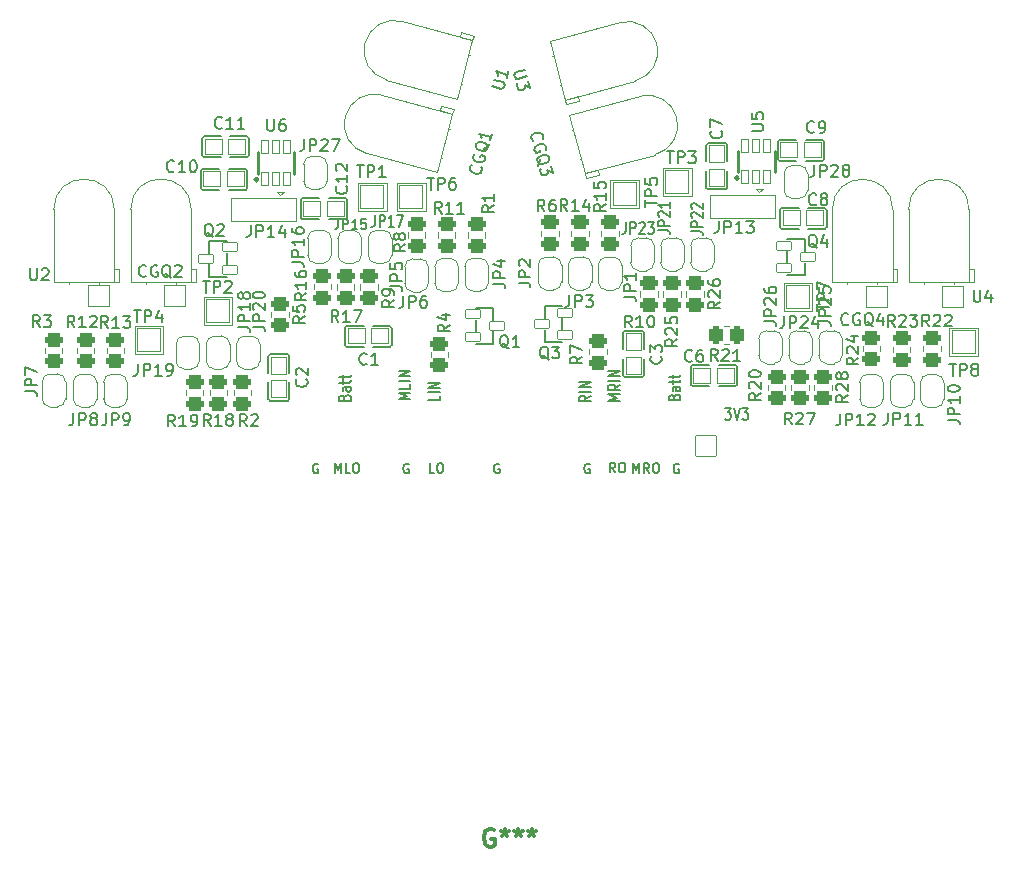
<source format=gbr>
%TF.GenerationSoftware,KiCad,Pcbnew,8.0.0*%
%TF.CreationDate,2024-03-23T23:06:13+02:00*%
%TF.ProjectId,test,74657374-2e6b-4696-9361-645f70636258,rev?*%
%TF.SameCoordinates,Original*%
%TF.FileFunction,Legend,Top*%
%TF.FilePolarity,Positive*%
%FSLAX46Y46*%
G04 Gerber Fmt 4.6, Leading zero omitted, Abs format (unit mm)*
G04 Created by KiCad (PCBNEW 8.0.0) date 2024-03-23 23:06:13*
%MOMM*%
%LPD*%
G01*
G04 APERTURE LIST*
G04 Aperture macros list*
%AMRoundRect*
0 Rectangle with rounded corners*
0 $1 Rounding radius*
0 $2 $3 $4 $5 $6 $7 $8 $9 X,Y pos of 4 corners*
0 Add a 4 corners polygon primitive as box body*
4,1,4,$2,$3,$4,$5,$6,$7,$8,$9,$2,$3,0*
0 Add four circle primitives for the rounded corners*
1,1,$1+$1,$2,$3*
1,1,$1+$1,$4,$5*
1,1,$1+$1,$6,$7*
1,1,$1+$1,$8,$9*
0 Add four rect primitives between the rounded corners*
20,1,$1+$1,$2,$3,$4,$5,0*
20,1,$1+$1,$4,$5,$6,$7,0*
20,1,$1+$1,$6,$7,$8,$9,0*
20,1,$1+$1,$8,$9,$2,$3,0*%
%AMFreePoly0*
4,1,35,0.528284,0.778284,0.540000,0.750000,0.540000,-0.750000,0.528284,-0.778284,0.500000,-0.790000,0.000000,-0.790000,-0.012286,-0.784911,-0.071157,-0.784911,-0.082426,-0.783291,-0.218977,-0.743196,-0.229334,-0.738466,-0.349056,-0.661525,-0.357660,-0.654069,-0.450857,-0.546514,-0.457012,-0.536936,-0.516131,-0.407482,-0.519339,-0.396559,-0.539593,-0.255693,-0.540000,-0.250000,-0.540000,0.250000,
-0.539593,0.255693,-0.519339,0.396559,-0.516131,0.407482,-0.457012,0.536936,-0.450857,0.546514,-0.357660,0.654069,-0.349056,0.661525,-0.229334,0.738466,-0.218977,0.743196,-0.082426,0.783291,-0.071157,0.784911,-0.012286,0.784911,0.000000,0.790000,0.500000,0.790000,0.528284,0.778284,0.528284,0.778284,$1*%
%AMFreePoly1*
4,1,35,0.012286,0.784911,0.071157,0.784911,0.082426,0.783291,0.218977,0.743196,0.229334,0.738466,0.349056,0.661525,0.357660,0.654069,0.450857,0.546514,0.457012,0.536936,0.516131,0.407482,0.519339,0.396559,0.539593,0.255693,0.540000,0.250000,0.540000,-0.250000,0.539593,-0.255693,0.519339,-0.396559,0.516131,-0.407482,0.457012,-0.536936,0.450857,-0.546514,0.357660,-0.654069,
0.349056,-0.661525,0.229334,-0.738466,0.218977,-0.743196,0.082426,-0.783291,0.071157,-0.784911,0.012286,-0.784911,0.000000,-0.790000,-0.500000,-0.790000,-0.528284,-0.778284,-0.540000,-0.750000,-0.540000,0.750000,-0.528284,0.778284,-0.500000,0.790000,0.000000,0.790000,0.012286,0.784911,0.012286,0.784911,$1*%
%AMFreePoly2*
4,1,16,0.528284,0.778284,0.533282,0.772188,1.033282,0.022188,1.039223,-0.007845,1.033282,-0.022188,0.533282,-0.772188,0.507845,-0.789223,0.500000,-0.790000,-0.500000,-0.790000,-0.528284,-0.778284,-0.540000,-0.750000,-0.540000,0.750000,-0.528284,0.778284,-0.500000,0.790000,0.500000,0.790000,0.528284,0.778284,0.528284,0.778284,$1*%
G04 Aperture macros list end*
%ADD10C,0.150000*%
%ADD11C,0.300000*%
%ADD12C,0.120000*%
%ADD13C,0.250000*%
%ADD14FreePoly0,90.000000*%
%ADD15FreePoly1,90.000000*%
%ADD16R,1.500000X1.500000*%
%ADD17FreePoly2,180.000000*%
%ADD18FreePoly2,0.000000*%
%ADD19RoundRect,0.269512X0.470488X-0.282988X0.470488X0.282988X-0.470488X0.282988X-0.470488X-0.282988X0*%
%ADD20RoundRect,0.269512X-0.470488X0.282988X-0.470488X-0.282988X0.470488X-0.282988X0.470488X0.282988X0*%
%ADD21RoundRect,0.269512X-0.282988X-0.470488X0.282988X-0.470488X0.282988X0.470488X-0.282988X0.470488X0*%
%ADD22RoundRect,0.040000X-0.705000X-0.675000X0.705000X-0.675000X0.705000X0.675000X-0.705000X0.675000X0*%
%ADD23RoundRect,0.040000X-1.000000X-1.000000X1.000000X-1.000000X1.000000X1.000000X-1.000000X1.000000X0*%
%ADD24RoundRect,0.040000X0.705000X0.675000X-0.705000X0.675000X-0.705000X-0.675000X0.705000X-0.675000X0*%
%ADD25RoundRect,0.040000X0.900000X0.900000X-0.900000X0.900000X-0.900000X-0.900000X0.900000X-0.900000X0*%
%ADD26C,1.880000*%
%ADD27RoundRect,0.040000X1.102270X-0.636396X0.636396X1.102270X-1.102270X0.636396X-0.636396X-1.102270X0*%
%ADD28FreePoly0,270.000000*%
%ADD29FreePoly1,270.000000*%
%ADD30RoundRect,0.040000X-0.300000X0.550000X-0.300000X-0.550000X0.300000X-0.550000X0.300000X0.550000X0*%
%ADD31RoundRect,0.040000X-0.625000X-0.350000X0.625000X-0.350000X0.625000X0.350000X-0.625000X0.350000X0*%
%ADD32RoundRect,0.040000X0.625000X0.350000X-0.625000X0.350000X-0.625000X-0.350000X0.625000X-0.350000X0*%
%ADD33RoundRect,0.040000X-0.636396X1.102270X-1.102270X-0.636396X0.636396X-1.102270X1.102270X0.636396X0*%
%ADD34RoundRect,0.040000X-0.675000X0.705000X-0.675000X-0.705000X0.675000X-0.705000X0.675000X0.705000X0*%
%ADD35RoundRect,0.040000X0.675000X-0.705000X0.675000X0.705000X-0.675000X0.705000X-0.675000X-0.705000X0*%
%ADD36RoundRect,0.040000X0.850000X-0.850000X0.850000X0.850000X-0.850000X0.850000X-0.850000X-0.850000X0*%
%ADD37O,1.780000X1.780000*%
G04 APERTURE END LIST*
D10*
X203456013Y-68757817D02*
X203379823Y-68719722D01*
X203379823Y-68719722D02*
X203265537Y-68719722D01*
X203265537Y-68719722D02*
X203151251Y-68757817D01*
X203151251Y-68757817D02*
X203075061Y-68834007D01*
X203075061Y-68834007D02*
X203036966Y-68910198D01*
X203036966Y-68910198D02*
X202998870Y-69062579D01*
X202998870Y-69062579D02*
X202998870Y-69176865D01*
X202998870Y-69176865D02*
X203036966Y-69329246D01*
X203036966Y-69329246D02*
X203075061Y-69405436D01*
X203075061Y-69405436D02*
X203151251Y-69481627D01*
X203151251Y-69481627D02*
X203265537Y-69519722D01*
X203265537Y-69519722D02*
X203341728Y-69519722D01*
X203341728Y-69519722D02*
X203456013Y-69481627D01*
X203456013Y-69481627D02*
X203494109Y-69443531D01*
X203494109Y-69443531D02*
X203494109Y-69176865D01*
X203494109Y-69176865D02*
X203341728Y-69176865D01*
X174329252Y-69489375D02*
X174329252Y-68689375D01*
X174329252Y-68689375D02*
X174595918Y-69260803D01*
X174595918Y-69260803D02*
X174862585Y-68689375D01*
X174862585Y-68689375D02*
X174862585Y-69489375D01*
X175624490Y-69489375D02*
X175243538Y-69489375D01*
X175243538Y-69489375D02*
X175243538Y-68689375D01*
X176043538Y-68689375D02*
X176195919Y-68689375D01*
X176195919Y-68689375D02*
X176272109Y-68727470D01*
X176272109Y-68727470D02*
X176348300Y-68803660D01*
X176348300Y-68803660D02*
X176386395Y-68956041D01*
X176386395Y-68956041D02*
X176386395Y-69222708D01*
X176386395Y-69222708D02*
X176348300Y-69375089D01*
X176348300Y-69375089D02*
X176272109Y-69451280D01*
X176272109Y-69451280D02*
X176195919Y-69489375D01*
X176195919Y-69489375D02*
X176043538Y-69489375D01*
X176043538Y-69489375D02*
X175967347Y-69451280D01*
X175967347Y-69451280D02*
X175891157Y-69375089D01*
X175891157Y-69375089D02*
X175853061Y-69222708D01*
X175853061Y-69222708D02*
X175853061Y-68956041D01*
X175853061Y-68956041D02*
X175891157Y-68803660D01*
X175891157Y-68803660D02*
X175967347Y-68727470D01*
X175967347Y-68727470D02*
X176043538Y-68689375D01*
X198062099Y-69459029D02*
X197795432Y-69078076D01*
X197604956Y-69459029D02*
X197604956Y-68659029D01*
X197604956Y-68659029D02*
X197909718Y-68659029D01*
X197909718Y-68659029D02*
X197985908Y-68697124D01*
X197985908Y-68697124D02*
X198024003Y-68735219D01*
X198024003Y-68735219D02*
X198062099Y-68811410D01*
X198062099Y-68811410D02*
X198062099Y-68925695D01*
X198062099Y-68925695D02*
X198024003Y-69001886D01*
X198024003Y-69001886D02*
X197985908Y-69039981D01*
X197985908Y-69039981D02*
X197909718Y-69078076D01*
X197909718Y-69078076D02*
X197604956Y-69078076D01*
X198557337Y-68659029D02*
X198709718Y-68659029D01*
X198709718Y-68659029D02*
X198785908Y-68697124D01*
X198785908Y-68697124D02*
X198862099Y-68773314D01*
X198862099Y-68773314D02*
X198900194Y-68925695D01*
X198900194Y-68925695D02*
X198900194Y-69192362D01*
X198900194Y-69192362D02*
X198862099Y-69344743D01*
X198862099Y-69344743D02*
X198785908Y-69420934D01*
X198785908Y-69420934D02*
X198709718Y-69459029D01*
X198709718Y-69459029D02*
X198557337Y-69459029D01*
X198557337Y-69459029D02*
X198481146Y-69420934D01*
X198481146Y-69420934D02*
X198404956Y-69344743D01*
X198404956Y-69344743D02*
X198366860Y-69192362D01*
X198366860Y-69192362D02*
X198366860Y-68925695D01*
X198366860Y-68925695D02*
X198404956Y-68773314D01*
X198404956Y-68773314D02*
X198481146Y-68697124D01*
X198481146Y-68697124D02*
X198557337Y-68659029D01*
X195899754Y-68778048D02*
X195823564Y-68739953D01*
X195823564Y-68739953D02*
X195709278Y-68739953D01*
X195709278Y-68739953D02*
X195594992Y-68778048D01*
X195594992Y-68778048D02*
X195518802Y-68854238D01*
X195518802Y-68854238D02*
X195480707Y-68930429D01*
X195480707Y-68930429D02*
X195442611Y-69082810D01*
X195442611Y-69082810D02*
X195442611Y-69197096D01*
X195442611Y-69197096D02*
X195480707Y-69349477D01*
X195480707Y-69349477D02*
X195518802Y-69425667D01*
X195518802Y-69425667D02*
X195594992Y-69501858D01*
X195594992Y-69501858D02*
X195709278Y-69539953D01*
X195709278Y-69539953D02*
X195785469Y-69539953D01*
X195785469Y-69539953D02*
X195899754Y-69501858D01*
X195899754Y-69501858D02*
X195937850Y-69463762D01*
X195937850Y-69463762D02*
X195937850Y-69197096D01*
X195937850Y-69197096D02*
X195785469Y-69197096D01*
X172897168Y-68778048D02*
X172820978Y-68739953D01*
X172820978Y-68739953D02*
X172706692Y-68739953D01*
X172706692Y-68739953D02*
X172592406Y-68778048D01*
X172592406Y-68778048D02*
X172516216Y-68854238D01*
X172516216Y-68854238D02*
X172478121Y-68930429D01*
X172478121Y-68930429D02*
X172440025Y-69082810D01*
X172440025Y-69082810D02*
X172440025Y-69197096D01*
X172440025Y-69197096D02*
X172478121Y-69349477D01*
X172478121Y-69349477D02*
X172516216Y-69425667D01*
X172516216Y-69425667D02*
X172592406Y-69501858D01*
X172592406Y-69501858D02*
X172706692Y-69539953D01*
X172706692Y-69539953D02*
X172782883Y-69539953D01*
X172782883Y-69539953D02*
X172897168Y-69501858D01*
X172897168Y-69501858D02*
X172935264Y-69463762D01*
X172935264Y-69463762D02*
X172935264Y-69197096D01*
X172935264Y-69197096D02*
X172782883Y-69197096D01*
X180717140Y-63282663D02*
X179717140Y-63282663D01*
X179717140Y-63282663D02*
X180431425Y-63015997D01*
X180431425Y-63015997D02*
X179717140Y-62749330D01*
X179717140Y-62749330D02*
X180717140Y-62749330D01*
X180717140Y-61987425D02*
X180717140Y-62368377D01*
X180717140Y-62368377D02*
X179717140Y-62368377D01*
X180717140Y-61720758D02*
X179717140Y-61720758D01*
X180717140Y-61339806D02*
X179717140Y-61339806D01*
X179717140Y-61339806D02*
X180717140Y-60882663D01*
X180717140Y-60882663D02*
X179717140Y-60882663D01*
X175135593Y-63117152D02*
X175183212Y-63002866D01*
X175183212Y-63002866D02*
X175230831Y-62964771D01*
X175230831Y-62964771D02*
X175326069Y-62926675D01*
X175326069Y-62926675D02*
X175468926Y-62926675D01*
X175468926Y-62926675D02*
X175564164Y-62964771D01*
X175564164Y-62964771D02*
X175611784Y-63002866D01*
X175611784Y-63002866D02*
X175659403Y-63079056D01*
X175659403Y-63079056D02*
X175659403Y-63383818D01*
X175659403Y-63383818D02*
X174659403Y-63383818D01*
X174659403Y-63383818D02*
X174659403Y-63117152D01*
X174659403Y-63117152D02*
X174707022Y-63040961D01*
X174707022Y-63040961D02*
X174754641Y-63002866D01*
X174754641Y-63002866D02*
X174849879Y-62964771D01*
X174849879Y-62964771D02*
X174945117Y-62964771D01*
X174945117Y-62964771D02*
X175040355Y-63002866D01*
X175040355Y-63002866D02*
X175087974Y-63040961D01*
X175087974Y-63040961D02*
X175135593Y-63117152D01*
X175135593Y-63117152D02*
X175135593Y-63383818D01*
X175659403Y-62240961D02*
X175135593Y-62240961D01*
X175135593Y-62240961D02*
X175040355Y-62279056D01*
X175040355Y-62279056D02*
X174992736Y-62355247D01*
X174992736Y-62355247D02*
X174992736Y-62507628D01*
X174992736Y-62507628D02*
X175040355Y-62583818D01*
X175611784Y-62240961D02*
X175659403Y-62317152D01*
X175659403Y-62317152D02*
X175659403Y-62507628D01*
X175659403Y-62507628D02*
X175611784Y-62583818D01*
X175611784Y-62583818D02*
X175516545Y-62621914D01*
X175516545Y-62621914D02*
X175421307Y-62621914D01*
X175421307Y-62621914D02*
X175326069Y-62583818D01*
X175326069Y-62583818D02*
X175278450Y-62507628D01*
X175278450Y-62507628D02*
X175278450Y-62317152D01*
X175278450Y-62317152D02*
X175230831Y-62240961D01*
X174992736Y-61974294D02*
X174992736Y-61669532D01*
X174659403Y-61860008D02*
X175516545Y-61860008D01*
X175516545Y-61860008D02*
X175611784Y-61821913D01*
X175611784Y-61821913D02*
X175659403Y-61745723D01*
X175659403Y-61745723D02*
X175659403Y-61669532D01*
X174992736Y-61517151D02*
X174992736Y-61212389D01*
X174659403Y-61402865D02*
X175516545Y-61402865D01*
X175516545Y-61402865D02*
X175611784Y-61364770D01*
X175611784Y-61364770D02*
X175659403Y-61288580D01*
X175659403Y-61288580D02*
X175659403Y-61212389D01*
X180564697Y-68757817D02*
X180488507Y-68719722D01*
X180488507Y-68719722D02*
X180374221Y-68719722D01*
X180374221Y-68719722D02*
X180259935Y-68757817D01*
X180259935Y-68757817D02*
X180183745Y-68834007D01*
X180183745Y-68834007D02*
X180145650Y-68910198D01*
X180145650Y-68910198D02*
X180107554Y-69062579D01*
X180107554Y-69062579D02*
X180107554Y-69176865D01*
X180107554Y-69176865D02*
X180145650Y-69329246D01*
X180145650Y-69329246D02*
X180183745Y-69405436D01*
X180183745Y-69405436D02*
X180259935Y-69481627D01*
X180259935Y-69481627D02*
X180374221Y-69519722D01*
X180374221Y-69519722D02*
X180450412Y-69519722D01*
X180450412Y-69519722D02*
X180564697Y-69481627D01*
X180564697Y-69481627D02*
X180602793Y-69443531D01*
X180602793Y-69443531D02*
X180602793Y-69176865D01*
X180602793Y-69176865D02*
X180450412Y-69176865D01*
X182752005Y-69489375D02*
X182371053Y-69489375D01*
X182371053Y-69489375D02*
X182371053Y-68689375D01*
X183171053Y-68689375D02*
X183323434Y-68689375D01*
X183323434Y-68689375D02*
X183399624Y-68727470D01*
X183399624Y-68727470D02*
X183475815Y-68803660D01*
X183475815Y-68803660D02*
X183513910Y-68956041D01*
X183513910Y-68956041D02*
X183513910Y-69222708D01*
X183513910Y-69222708D02*
X183475815Y-69375089D01*
X183475815Y-69375089D02*
X183399624Y-69451280D01*
X183399624Y-69451280D02*
X183323434Y-69489375D01*
X183323434Y-69489375D02*
X183171053Y-69489375D01*
X183171053Y-69489375D02*
X183094862Y-69451280D01*
X183094862Y-69451280D02*
X183018672Y-69375089D01*
X183018672Y-69375089D02*
X182980576Y-69222708D01*
X182980576Y-69222708D02*
X182980576Y-68956041D01*
X182980576Y-68956041D02*
X183018672Y-68803660D01*
X183018672Y-68803660D02*
X183094862Y-68727470D01*
X183094862Y-68727470D02*
X183171053Y-68689375D01*
X188232225Y-68757817D02*
X188156035Y-68719722D01*
X188156035Y-68719722D02*
X188041749Y-68719722D01*
X188041749Y-68719722D02*
X187927463Y-68757817D01*
X187927463Y-68757817D02*
X187851273Y-68834007D01*
X187851273Y-68834007D02*
X187813178Y-68910198D01*
X187813178Y-68910198D02*
X187775082Y-69062579D01*
X187775082Y-69062579D02*
X187775082Y-69176865D01*
X187775082Y-69176865D02*
X187813178Y-69329246D01*
X187813178Y-69329246D02*
X187851273Y-69405436D01*
X187851273Y-69405436D02*
X187927463Y-69481627D01*
X187927463Y-69481627D02*
X188041749Y-69519722D01*
X188041749Y-69519722D02*
X188117940Y-69519722D01*
X188117940Y-69519722D02*
X188232225Y-69481627D01*
X188232225Y-69481627D02*
X188270321Y-69443531D01*
X188270321Y-69443531D02*
X188270321Y-69176865D01*
X188270321Y-69176865D02*
X188117940Y-69176865D01*
X183225777Y-62962404D02*
X183225777Y-63343356D01*
X183225777Y-63343356D02*
X182225777Y-63343356D01*
X183225777Y-62695737D02*
X182225777Y-62695737D01*
X183225777Y-62314785D02*
X182225777Y-62314785D01*
X182225777Y-62314785D02*
X183225777Y-61857642D01*
X183225777Y-61857642D02*
X182225777Y-61857642D01*
X195991504Y-62967137D02*
X195515313Y-63233804D01*
X195991504Y-63424280D02*
X194991504Y-63424280D01*
X194991504Y-63424280D02*
X194991504Y-63119518D01*
X194991504Y-63119518D02*
X195039123Y-63043328D01*
X195039123Y-63043328D02*
X195086742Y-63005233D01*
X195086742Y-63005233D02*
X195181980Y-62967137D01*
X195181980Y-62967137D02*
X195324837Y-62967137D01*
X195324837Y-62967137D02*
X195420075Y-63005233D01*
X195420075Y-63005233D02*
X195467694Y-63043328D01*
X195467694Y-63043328D02*
X195515313Y-63119518D01*
X195515313Y-63119518D02*
X195515313Y-63424280D01*
X195991504Y-62624280D02*
X194991504Y-62624280D01*
X195991504Y-62243328D02*
X194991504Y-62243328D01*
X194991504Y-62243328D02*
X195991504Y-61786185D01*
X195991504Y-61786185D02*
X194991504Y-61786185D01*
X199577474Y-69489375D02*
X199577474Y-68689375D01*
X199577474Y-68689375D02*
X199844140Y-69260803D01*
X199844140Y-69260803D02*
X200110807Y-68689375D01*
X200110807Y-68689375D02*
X200110807Y-69489375D01*
X200948903Y-69489375D02*
X200682236Y-69108422D01*
X200491760Y-69489375D02*
X200491760Y-68689375D01*
X200491760Y-68689375D02*
X200796522Y-68689375D01*
X200796522Y-68689375D02*
X200872712Y-68727470D01*
X200872712Y-68727470D02*
X200910807Y-68765565D01*
X200910807Y-68765565D02*
X200948903Y-68841756D01*
X200948903Y-68841756D02*
X200948903Y-68956041D01*
X200948903Y-68956041D02*
X200910807Y-69032232D01*
X200910807Y-69032232D02*
X200872712Y-69070327D01*
X200872712Y-69070327D02*
X200796522Y-69108422D01*
X200796522Y-69108422D02*
X200491760Y-69108422D01*
X201444141Y-68689375D02*
X201596522Y-68689375D01*
X201596522Y-68689375D02*
X201672712Y-68727470D01*
X201672712Y-68727470D02*
X201748903Y-68803660D01*
X201748903Y-68803660D02*
X201786998Y-68956041D01*
X201786998Y-68956041D02*
X201786998Y-69222708D01*
X201786998Y-69222708D02*
X201748903Y-69375089D01*
X201748903Y-69375089D02*
X201672712Y-69451280D01*
X201672712Y-69451280D02*
X201596522Y-69489375D01*
X201596522Y-69489375D02*
X201444141Y-69489375D01*
X201444141Y-69489375D02*
X201367950Y-69451280D01*
X201367950Y-69451280D02*
X201291760Y-69375089D01*
X201291760Y-69375089D02*
X201253664Y-69222708D01*
X201253664Y-69222708D02*
X201253664Y-68956041D01*
X201253664Y-68956041D02*
X201291760Y-68803660D01*
X201291760Y-68803660D02*
X201367950Y-68727470D01*
X201367950Y-68727470D02*
X201444141Y-68689375D01*
X207361005Y-64003976D02*
X207856243Y-64003976D01*
X207856243Y-64003976D02*
X207589577Y-64384928D01*
X207589577Y-64384928D02*
X207703862Y-64384928D01*
X207703862Y-64384928D02*
X207780053Y-64432547D01*
X207780053Y-64432547D02*
X207818148Y-64480166D01*
X207818148Y-64480166D02*
X207856243Y-64575404D01*
X207856243Y-64575404D02*
X207856243Y-64813499D01*
X207856243Y-64813499D02*
X207818148Y-64908737D01*
X207818148Y-64908737D02*
X207780053Y-64956357D01*
X207780053Y-64956357D02*
X207703862Y-65003976D01*
X207703862Y-65003976D02*
X207475291Y-65003976D01*
X207475291Y-65003976D02*
X207399100Y-64956357D01*
X207399100Y-64956357D02*
X207361005Y-64908737D01*
X208084815Y-64003976D02*
X208351482Y-65003976D01*
X208351482Y-65003976D02*
X208618148Y-64003976D01*
X208808624Y-64003976D02*
X209303862Y-64003976D01*
X209303862Y-64003976D02*
X209037196Y-64384928D01*
X209037196Y-64384928D02*
X209151481Y-64384928D01*
X209151481Y-64384928D02*
X209227672Y-64432547D01*
X209227672Y-64432547D02*
X209265767Y-64480166D01*
X209265767Y-64480166D02*
X209303862Y-64575404D01*
X209303862Y-64575404D02*
X209303862Y-64813499D01*
X209303862Y-64813499D02*
X209265767Y-64908737D01*
X209265767Y-64908737D02*
X209227672Y-64956357D01*
X209227672Y-64956357D02*
X209151481Y-65003976D01*
X209151481Y-65003976D02*
X208922910Y-65003976D01*
X208922910Y-65003976D02*
X208846719Y-64956357D01*
X208846719Y-64956357D02*
X208808624Y-64908737D01*
X198479911Y-63404049D02*
X197479911Y-63404049D01*
X197479911Y-63404049D02*
X198194196Y-63137383D01*
X198194196Y-63137383D02*
X197479911Y-62870716D01*
X197479911Y-62870716D02*
X198479911Y-62870716D01*
X198479911Y-62032620D02*
X198003720Y-62299287D01*
X198479911Y-62489763D02*
X197479911Y-62489763D01*
X197479911Y-62489763D02*
X197479911Y-62185001D01*
X197479911Y-62185001D02*
X197527530Y-62108811D01*
X197527530Y-62108811D02*
X197575149Y-62070716D01*
X197575149Y-62070716D02*
X197670387Y-62032620D01*
X197670387Y-62032620D02*
X197813244Y-62032620D01*
X197813244Y-62032620D02*
X197908482Y-62070716D01*
X197908482Y-62070716D02*
X197956101Y-62108811D01*
X197956101Y-62108811D02*
X198003720Y-62185001D01*
X198003720Y-62185001D02*
X198003720Y-62489763D01*
X198479911Y-61689763D02*
X197479911Y-61689763D01*
X198479911Y-61308811D02*
X197479911Y-61308811D01*
X197479911Y-61308811D02*
X198479911Y-60851668D01*
X198479911Y-60851668D02*
X197479911Y-60851668D01*
X203054299Y-63096921D02*
X203101918Y-62982635D01*
X203101918Y-62982635D02*
X203149537Y-62944540D01*
X203149537Y-62944540D02*
X203244775Y-62906444D01*
X203244775Y-62906444D02*
X203387632Y-62906444D01*
X203387632Y-62906444D02*
X203482870Y-62944540D01*
X203482870Y-62944540D02*
X203530490Y-62982635D01*
X203530490Y-62982635D02*
X203578109Y-63058825D01*
X203578109Y-63058825D02*
X203578109Y-63363587D01*
X203578109Y-63363587D02*
X202578109Y-63363587D01*
X202578109Y-63363587D02*
X202578109Y-63096921D01*
X202578109Y-63096921D02*
X202625728Y-63020730D01*
X202625728Y-63020730D02*
X202673347Y-62982635D01*
X202673347Y-62982635D02*
X202768585Y-62944540D01*
X202768585Y-62944540D02*
X202863823Y-62944540D01*
X202863823Y-62944540D02*
X202959061Y-62982635D01*
X202959061Y-62982635D02*
X203006680Y-63020730D01*
X203006680Y-63020730D02*
X203054299Y-63096921D01*
X203054299Y-63096921D02*
X203054299Y-63363587D01*
X203578109Y-62220730D02*
X203054299Y-62220730D01*
X203054299Y-62220730D02*
X202959061Y-62258825D01*
X202959061Y-62258825D02*
X202911442Y-62335016D01*
X202911442Y-62335016D02*
X202911442Y-62487397D01*
X202911442Y-62487397D02*
X202959061Y-62563587D01*
X203530490Y-62220730D02*
X203578109Y-62296921D01*
X203578109Y-62296921D02*
X203578109Y-62487397D01*
X203578109Y-62487397D02*
X203530490Y-62563587D01*
X203530490Y-62563587D02*
X203435251Y-62601683D01*
X203435251Y-62601683D02*
X203340013Y-62601683D01*
X203340013Y-62601683D02*
X203244775Y-62563587D01*
X203244775Y-62563587D02*
X203197156Y-62487397D01*
X203197156Y-62487397D02*
X203197156Y-62296921D01*
X203197156Y-62296921D02*
X203149537Y-62220730D01*
X202911442Y-61954063D02*
X202911442Y-61649301D01*
X202578109Y-61839777D02*
X203435251Y-61839777D01*
X203435251Y-61839777D02*
X203530490Y-61801682D01*
X203530490Y-61801682D02*
X203578109Y-61725492D01*
X203578109Y-61725492D02*
X203578109Y-61649301D01*
X202911442Y-61496920D02*
X202911442Y-61192158D01*
X202578109Y-61382634D02*
X203435251Y-61382634D01*
X203435251Y-61382634D02*
X203530490Y-61344539D01*
X203530490Y-61344539D02*
X203578109Y-61268349D01*
X203578109Y-61268349D02*
X203578109Y-61192158D01*
X214921572Y-43423740D02*
X214921572Y-44138025D01*
X214921572Y-44138025D02*
X214873953Y-44280882D01*
X214873953Y-44280882D02*
X214778715Y-44376121D01*
X214778715Y-44376121D02*
X214635858Y-44423740D01*
X214635858Y-44423740D02*
X214540620Y-44423740D01*
X215397763Y-44423740D02*
X215397763Y-43423740D01*
X215397763Y-43423740D02*
X215778715Y-43423740D01*
X215778715Y-43423740D02*
X215873953Y-43471359D01*
X215873953Y-43471359D02*
X215921572Y-43518978D01*
X215921572Y-43518978D02*
X215969191Y-43614216D01*
X215969191Y-43614216D02*
X215969191Y-43757073D01*
X215969191Y-43757073D02*
X215921572Y-43852311D01*
X215921572Y-43852311D02*
X215873953Y-43899930D01*
X215873953Y-43899930D02*
X215778715Y-43947549D01*
X215778715Y-43947549D02*
X215397763Y-43947549D01*
X216350144Y-43518978D02*
X216397763Y-43471359D01*
X216397763Y-43471359D02*
X216493001Y-43423740D01*
X216493001Y-43423740D02*
X216731096Y-43423740D01*
X216731096Y-43423740D02*
X216826334Y-43471359D01*
X216826334Y-43471359D02*
X216873953Y-43518978D01*
X216873953Y-43518978D02*
X216921572Y-43614216D01*
X216921572Y-43614216D02*
X216921572Y-43709454D01*
X216921572Y-43709454D02*
X216873953Y-43852311D01*
X216873953Y-43852311D02*
X216302525Y-44423740D01*
X216302525Y-44423740D02*
X216921572Y-44423740D01*
X217493001Y-43852311D02*
X217397763Y-43804692D01*
X217397763Y-43804692D02*
X217350144Y-43757073D01*
X217350144Y-43757073D02*
X217302525Y-43661835D01*
X217302525Y-43661835D02*
X217302525Y-43614216D01*
X217302525Y-43614216D02*
X217350144Y-43518978D01*
X217350144Y-43518978D02*
X217397763Y-43471359D01*
X217397763Y-43471359D02*
X217493001Y-43423740D01*
X217493001Y-43423740D02*
X217683477Y-43423740D01*
X217683477Y-43423740D02*
X217778715Y-43471359D01*
X217778715Y-43471359D02*
X217826334Y-43518978D01*
X217826334Y-43518978D02*
X217873953Y-43614216D01*
X217873953Y-43614216D02*
X217873953Y-43661835D01*
X217873953Y-43661835D02*
X217826334Y-43757073D01*
X217826334Y-43757073D02*
X217778715Y-43804692D01*
X217778715Y-43804692D02*
X217683477Y-43852311D01*
X217683477Y-43852311D02*
X217493001Y-43852311D01*
X217493001Y-43852311D02*
X217397763Y-43899930D01*
X217397763Y-43899930D02*
X217350144Y-43947549D01*
X217350144Y-43947549D02*
X217302525Y-44042787D01*
X217302525Y-44042787D02*
X217302525Y-44233263D01*
X217302525Y-44233263D02*
X217350144Y-44328501D01*
X217350144Y-44328501D02*
X217397763Y-44376121D01*
X217397763Y-44376121D02*
X217493001Y-44423740D01*
X217493001Y-44423740D02*
X217683477Y-44423740D01*
X217683477Y-44423740D02*
X217778715Y-44376121D01*
X217778715Y-44376121D02*
X217826334Y-44328501D01*
X217826334Y-44328501D02*
X217873953Y-44233263D01*
X217873953Y-44233263D02*
X217873953Y-44042787D01*
X217873953Y-44042787D02*
X217826334Y-43947549D01*
X217826334Y-43947549D02*
X217778715Y-43899930D01*
X217778715Y-43899930D02*
X217683477Y-43852311D01*
X171718320Y-41238280D02*
X171718320Y-41952565D01*
X171718320Y-41952565D02*
X171670701Y-42095422D01*
X171670701Y-42095422D02*
X171575463Y-42190661D01*
X171575463Y-42190661D02*
X171432606Y-42238280D01*
X171432606Y-42238280D02*
X171337368Y-42238280D01*
X172194511Y-42238280D02*
X172194511Y-41238280D01*
X172194511Y-41238280D02*
X172575463Y-41238280D01*
X172575463Y-41238280D02*
X172670701Y-41285899D01*
X172670701Y-41285899D02*
X172718320Y-41333518D01*
X172718320Y-41333518D02*
X172765939Y-41428756D01*
X172765939Y-41428756D02*
X172765939Y-41571613D01*
X172765939Y-41571613D02*
X172718320Y-41666851D01*
X172718320Y-41666851D02*
X172670701Y-41714470D01*
X172670701Y-41714470D02*
X172575463Y-41762089D01*
X172575463Y-41762089D02*
X172194511Y-41762089D01*
X173146892Y-41333518D02*
X173194511Y-41285899D01*
X173194511Y-41285899D02*
X173289749Y-41238280D01*
X173289749Y-41238280D02*
X173527844Y-41238280D01*
X173527844Y-41238280D02*
X173623082Y-41285899D01*
X173623082Y-41285899D02*
X173670701Y-41333518D01*
X173670701Y-41333518D02*
X173718320Y-41428756D01*
X173718320Y-41428756D02*
X173718320Y-41523994D01*
X173718320Y-41523994D02*
X173670701Y-41666851D01*
X173670701Y-41666851D02*
X173099273Y-42238280D01*
X173099273Y-42238280D02*
X173718320Y-42238280D01*
X174051654Y-41238280D02*
X174718320Y-41238280D01*
X174718320Y-41238280D02*
X174289749Y-42238280D01*
X167202268Y-48533862D02*
X167202268Y-49248147D01*
X167202268Y-49248147D02*
X167154649Y-49391004D01*
X167154649Y-49391004D02*
X167059411Y-49486243D01*
X167059411Y-49486243D02*
X166916554Y-49533862D01*
X166916554Y-49533862D02*
X166821316Y-49533862D01*
X167678459Y-49533862D02*
X167678459Y-48533862D01*
X167678459Y-48533862D02*
X168059411Y-48533862D01*
X168059411Y-48533862D02*
X168154649Y-48581481D01*
X168154649Y-48581481D02*
X168202268Y-48629100D01*
X168202268Y-48629100D02*
X168249887Y-48724338D01*
X168249887Y-48724338D02*
X168249887Y-48867195D01*
X168249887Y-48867195D02*
X168202268Y-48962433D01*
X168202268Y-48962433D02*
X168154649Y-49010052D01*
X168154649Y-49010052D02*
X168059411Y-49057671D01*
X168059411Y-49057671D02*
X167678459Y-49057671D01*
X169202268Y-49533862D02*
X168630840Y-49533862D01*
X168916554Y-49533862D02*
X168916554Y-48533862D01*
X168916554Y-48533862D02*
X168821316Y-48676719D01*
X168821316Y-48676719D02*
X168726078Y-48771957D01*
X168726078Y-48771957D02*
X168630840Y-48819576D01*
X170059411Y-48867195D02*
X170059411Y-49533862D01*
X169821316Y-48486243D02*
X169583221Y-49200528D01*
X169583221Y-49200528D02*
X170202268Y-49200528D01*
X206825567Y-48185012D02*
X206825567Y-48899297D01*
X206825567Y-48899297D02*
X206777948Y-49042154D01*
X206777948Y-49042154D02*
X206682710Y-49137393D01*
X206682710Y-49137393D02*
X206539853Y-49185012D01*
X206539853Y-49185012D02*
X206444615Y-49185012D01*
X207301758Y-49185012D02*
X207301758Y-48185012D01*
X207301758Y-48185012D02*
X207682710Y-48185012D01*
X207682710Y-48185012D02*
X207777948Y-48232631D01*
X207777948Y-48232631D02*
X207825567Y-48280250D01*
X207825567Y-48280250D02*
X207873186Y-48375488D01*
X207873186Y-48375488D02*
X207873186Y-48518345D01*
X207873186Y-48518345D02*
X207825567Y-48613583D01*
X207825567Y-48613583D02*
X207777948Y-48661202D01*
X207777948Y-48661202D02*
X207682710Y-48708821D01*
X207682710Y-48708821D02*
X207301758Y-48708821D01*
X208825567Y-49185012D02*
X208254139Y-49185012D01*
X208539853Y-49185012D02*
X208539853Y-48185012D01*
X208539853Y-48185012D02*
X208444615Y-48327869D01*
X208444615Y-48327869D02*
X208349377Y-48423107D01*
X208349377Y-48423107D02*
X208254139Y-48470726D01*
X209158901Y-48185012D02*
X209777948Y-48185012D01*
X209777948Y-48185012D02*
X209444615Y-48565964D01*
X209444615Y-48565964D02*
X209587472Y-48565964D01*
X209587472Y-48565964D02*
X209682710Y-48613583D01*
X209682710Y-48613583D02*
X209730329Y-48661202D01*
X209730329Y-48661202D02*
X209777948Y-48756440D01*
X209777948Y-48756440D02*
X209777948Y-48994535D01*
X209777948Y-48994535D02*
X209730329Y-49089773D01*
X209730329Y-49089773D02*
X209682710Y-49137393D01*
X209682710Y-49137393D02*
X209587472Y-49185012D01*
X209587472Y-49185012D02*
X209301758Y-49185012D01*
X209301758Y-49185012D02*
X209206520Y-49137393D01*
X209206520Y-49137393D02*
X209158901Y-49089773D01*
D11*
X187783610Y-99714359D02*
X187640753Y-99642930D01*
X187640753Y-99642930D02*
X187426467Y-99642930D01*
X187426467Y-99642930D02*
X187212181Y-99714359D01*
X187212181Y-99714359D02*
X187069324Y-99857216D01*
X187069324Y-99857216D02*
X186997895Y-100000073D01*
X186997895Y-100000073D02*
X186926467Y-100285787D01*
X186926467Y-100285787D02*
X186926467Y-100500073D01*
X186926467Y-100500073D02*
X186997895Y-100785787D01*
X186997895Y-100785787D02*
X187069324Y-100928644D01*
X187069324Y-100928644D02*
X187212181Y-101071502D01*
X187212181Y-101071502D02*
X187426467Y-101142930D01*
X187426467Y-101142930D02*
X187569324Y-101142930D01*
X187569324Y-101142930D02*
X187783610Y-101071502D01*
X187783610Y-101071502D02*
X187855038Y-101000073D01*
X187855038Y-101000073D02*
X187855038Y-100500073D01*
X187855038Y-100500073D02*
X187569324Y-100500073D01*
X188712181Y-99642930D02*
X188712181Y-100000073D01*
X188355038Y-99857216D02*
X188712181Y-100000073D01*
X188712181Y-100000073D02*
X189069324Y-99857216D01*
X188497895Y-100285787D02*
X188712181Y-100000073D01*
X188712181Y-100000073D02*
X188926467Y-100285787D01*
X189855038Y-99642930D02*
X189855038Y-100000073D01*
X189497895Y-99857216D02*
X189855038Y-100000073D01*
X189855038Y-100000073D02*
X190212181Y-99857216D01*
X189640752Y-100285787D02*
X189855038Y-100000073D01*
X189855038Y-100000073D02*
X190069324Y-100285787D01*
X190997895Y-99642930D02*
X190997895Y-100000073D01*
X190640752Y-99857216D02*
X190997895Y-100000073D01*
X190997895Y-100000073D02*
X191355038Y-99857216D01*
X190783609Y-100285787D02*
X190997895Y-100000073D01*
X190997895Y-100000073D02*
X191212181Y-100285787D01*
D10*
X187780552Y-46865462D02*
X187304361Y-47198795D01*
X187780552Y-47436890D02*
X186780552Y-47436890D01*
X186780552Y-47436890D02*
X186780552Y-47055938D01*
X186780552Y-47055938D02*
X186828171Y-46960700D01*
X186828171Y-46960700D02*
X186875790Y-46913081D01*
X186875790Y-46913081D02*
X186971028Y-46865462D01*
X186971028Y-46865462D02*
X187113885Y-46865462D01*
X187113885Y-46865462D02*
X187209123Y-46913081D01*
X187209123Y-46913081D02*
X187256742Y-46960700D01*
X187256742Y-46960700D02*
X187304361Y-47055938D01*
X187304361Y-47055938D02*
X187304361Y-47436890D01*
X187780552Y-45913081D02*
X187780552Y-46484509D01*
X187780552Y-46198795D02*
X186780552Y-46198795D01*
X186780552Y-46198795D02*
X186923409Y-46294033D01*
X186923409Y-46294033D02*
X187018647Y-46389271D01*
X187018647Y-46389271D02*
X187066266Y-46484509D01*
X166853626Y-65553367D02*
X166520293Y-65077176D01*
X166282198Y-65553367D02*
X166282198Y-64553367D01*
X166282198Y-64553367D02*
X166663150Y-64553367D01*
X166663150Y-64553367D02*
X166758388Y-64600986D01*
X166758388Y-64600986D02*
X166806007Y-64648605D01*
X166806007Y-64648605D02*
X166853626Y-64743843D01*
X166853626Y-64743843D02*
X166853626Y-64886700D01*
X166853626Y-64886700D02*
X166806007Y-64981938D01*
X166806007Y-64981938D02*
X166758388Y-65029557D01*
X166758388Y-65029557D02*
X166663150Y-65077176D01*
X166663150Y-65077176D02*
X166282198Y-65077176D01*
X167234579Y-64648605D02*
X167282198Y-64600986D01*
X167282198Y-64600986D02*
X167377436Y-64553367D01*
X167377436Y-64553367D02*
X167615531Y-64553367D01*
X167615531Y-64553367D02*
X167710769Y-64600986D01*
X167710769Y-64600986D02*
X167758388Y-64648605D01*
X167758388Y-64648605D02*
X167806007Y-64743843D01*
X167806007Y-64743843D02*
X167806007Y-64839081D01*
X167806007Y-64839081D02*
X167758388Y-64981938D01*
X167758388Y-64981938D02*
X167186960Y-65553367D01*
X167186960Y-65553367D02*
X167806007Y-65553367D01*
X149330050Y-57163957D02*
X148996717Y-56687766D01*
X148758622Y-57163957D02*
X148758622Y-56163957D01*
X148758622Y-56163957D02*
X149139574Y-56163957D01*
X149139574Y-56163957D02*
X149234812Y-56211576D01*
X149234812Y-56211576D02*
X149282431Y-56259195D01*
X149282431Y-56259195D02*
X149330050Y-56354433D01*
X149330050Y-56354433D02*
X149330050Y-56497290D01*
X149330050Y-56497290D02*
X149282431Y-56592528D01*
X149282431Y-56592528D02*
X149234812Y-56640147D01*
X149234812Y-56640147D02*
X149139574Y-56687766D01*
X149139574Y-56687766D02*
X148758622Y-56687766D01*
X149663384Y-56163957D02*
X150282431Y-56163957D01*
X150282431Y-56163957D02*
X149949098Y-56544909D01*
X149949098Y-56544909D02*
X150091955Y-56544909D01*
X150091955Y-56544909D02*
X150187193Y-56592528D01*
X150187193Y-56592528D02*
X150234812Y-56640147D01*
X150234812Y-56640147D02*
X150282431Y-56735385D01*
X150282431Y-56735385D02*
X150282431Y-56973480D01*
X150282431Y-56973480D02*
X150234812Y-57068718D01*
X150234812Y-57068718D02*
X150187193Y-57116338D01*
X150187193Y-57116338D02*
X150091955Y-57163957D01*
X150091955Y-57163957D02*
X149806241Y-57163957D01*
X149806241Y-57163957D02*
X149711003Y-57116338D01*
X149711003Y-57116338D02*
X149663384Y-57068718D01*
X184027828Y-56960300D02*
X183551637Y-57293633D01*
X184027828Y-57531728D02*
X183027828Y-57531728D01*
X183027828Y-57531728D02*
X183027828Y-57150776D01*
X183027828Y-57150776D02*
X183075447Y-57055538D01*
X183075447Y-57055538D02*
X183123066Y-57007919D01*
X183123066Y-57007919D02*
X183218304Y-56960300D01*
X183218304Y-56960300D02*
X183361161Y-56960300D01*
X183361161Y-56960300D02*
X183456399Y-57007919D01*
X183456399Y-57007919D02*
X183504018Y-57055538D01*
X183504018Y-57055538D02*
X183551637Y-57150776D01*
X183551637Y-57150776D02*
X183551637Y-57531728D01*
X183361161Y-56103157D02*
X184027828Y-56103157D01*
X182980209Y-56341252D02*
X183694494Y-56579347D01*
X183694494Y-56579347D02*
X183694494Y-55960300D01*
X171773476Y-56255325D02*
X171297285Y-56588658D01*
X171773476Y-56826753D02*
X170773476Y-56826753D01*
X170773476Y-56826753D02*
X170773476Y-56445801D01*
X170773476Y-56445801D02*
X170821095Y-56350563D01*
X170821095Y-56350563D02*
X170868714Y-56302944D01*
X170868714Y-56302944D02*
X170963952Y-56255325D01*
X170963952Y-56255325D02*
X171106809Y-56255325D01*
X171106809Y-56255325D02*
X171202047Y-56302944D01*
X171202047Y-56302944D02*
X171249666Y-56350563D01*
X171249666Y-56350563D02*
X171297285Y-56445801D01*
X171297285Y-56445801D02*
X171297285Y-56826753D01*
X170773476Y-55350563D02*
X170773476Y-55826753D01*
X170773476Y-55826753D02*
X171249666Y-55874372D01*
X171249666Y-55874372D02*
X171202047Y-55826753D01*
X171202047Y-55826753D02*
X171154428Y-55731515D01*
X171154428Y-55731515D02*
X171154428Y-55493420D01*
X171154428Y-55493420D02*
X171202047Y-55398182D01*
X171202047Y-55398182D02*
X171249666Y-55350563D01*
X171249666Y-55350563D02*
X171344904Y-55302944D01*
X171344904Y-55302944D02*
X171582999Y-55302944D01*
X171582999Y-55302944D02*
X171678237Y-55350563D01*
X171678237Y-55350563D02*
X171725857Y-55398182D01*
X171725857Y-55398182D02*
X171773476Y-55493420D01*
X171773476Y-55493420D02*
X171773476Y-55731515D01*
X171773476Y-55731515D02*
X171725857Y-55826753D01*
X171725857Y-55826753D02*
X171678237Y-55874372D01*
X192065667Y-47372660D02*
X191732334Y-46896469D01*
X191494239Y-47372660D02*
X191494239Y-46372660D01*
X191494239Y-46372660D02*
X191875191Y-46372660D01*
X191875191Y-46372660D02*
X191970429Y-46420279D01*
X191970429Y-46420279D02*
X192018048Y-46467898D01*
X192018048Y-46467898D02*
X192065667Y-46563136D01*
X192065667Y-46563136D02*
X192065667Y-46705993D01*
X192065667Y-46705993D02*
X192018048Y-46801231D01*
X192018048Y-46801231D02*
X191970429Y-46848850D01*
X191970429Y-46848850D02*
X191875191Y-46896469D01*
X191875191Y-46896469D02*
X191494239Y-46896469D01*
X192922810Y-46372660D02*
X192732334Y-46372660D01*
X192732334Y-46372660D02*
X192637096Y-46420279D01*
X192637096Y-46420279D02*
X192589477Y-46467898D01*
X192589477Y-46467898D02*
X192494239Y-46610755D01*
X192494239Y-46610755D02*
X192446620Y-46801231D01*
X192446620Y-46801231D02*
X192446620Y-47182183D01*
X192446620Y-47182183D02*
X192494239Y-47277421D01*
X192494239Y-47277421D02*
X192541858Y-47325041D01*
X192541858Y-47325041D02*
X192637096Y-47372660D01*
X192637096Y-47372660D02*
X192827572Y-47372660D01*
X192827572Y-47372660D02*
X192922810Y-47325041D01*
X192922810Y-47325041D02*
X192970429Y-47277421D01*
X192970429Y-47277421D02*
X193018048Y-47182183D01*
X193018048Y-47182183D02*
X193018048Y-46944088D01*
X193018048Y-46944088D02*
X192970429Y-46848850D01*
X192970429Y-46848850D02*
X192922810Y-46801231D01*
X192922810Y-46801231D02*
X192827572Y-46753612D01*
X192827572Y-46753612D02*
X192637096Y-46753612D01*
X192637096Y-46753612D02*
X192541858Y-46801231D01*
X192541858Y-46801231D02*
X192494239Y-46848850D01*
X192494239Y-46848850D02*
X192446620Y-46944088D01*
X195271881Y-59657672D02*
X194795690Y-59991005D01*
X195271881Y-60229100D02*
X194271881Y-60229100D01*
X194271881Y-60229100D02*
X194271881Y-59848148D01*
X194271881Y-59848148D02*
X194319500Y-59752910D01*
X194319500Y-59752910D02*
X194367119Y-59705291D01*
X194367119Y-59705291D02*
X194462357Y-59657672D01*
X194462357Y-59657672D02*
X194605214Y-59657672D01*
X194605214Y-59657672D02*
X194700452Y-59705291D01*
X194700452Y-59705291D02*
X194748071Y-59752910D01*
X194748071Y-59752910D02*
X194795690Y-59848148D01*
X194795690Y-59848148D02*
X194795690Y-60229100D01*
X194271881Y-59324338D02*
X194271881Y-58657672D01*
X194271881Y-58657672D02*
X195271881Y-59086243D01*
X180296158Y-50156317D02*
X179819967Y-50489650D01*
X180296158Y-50727745D02*
X179296158Y-50727745D01*
X179296158Y-50727745D02*
X179296158Y-50346793D01*
X179296158Y-50346793D02*
X179343777Y-50251555D01*
X179343777Y-50251555D02*
X179391396Y-50203936D01*
X179391396Y-50203936D02*
X179486634Y-50156317D01*
X179486634Y-50156317D02*
X179629491Y-50156317D01*
X179629491Y-50156317D02*
X179724729Y-50203936D01*
X179724729Y-50203936D02*
X179772348Y-50251555D01*
X179772348Y-50251555D02*
X179819967Y-50346793D01*
X179819967Y-50346793D02*
X179819967Y-50727745D01*
X179724729Y-49584888D02*
X179677110Y-49680126D01*
X179677110Y-49680126D02*
X179629491Y-49727745D01*
X179629491Y-49727745D02*
X179534253Y-49775364D01*
X179534253Y-49775364D02*
X179486634Y-49775364D01*
X179486634Y-49775364D02*
X179391396Y-49727745D01*
X179391396Y-49727745D02*
X179343777Y-49680126D01*
X179343777Y-49680126D02*
X179296158Y-49584888D01*
X179296158Y-49584888D02*
X179296158Y-49394412D01*
X179296158Y-49394412D02*
X179343777Y-49299174D01*
X179343777Y-49299174D02*
X179391396Y-49251555D01*
X179391396Y-49251555D02*
X179486634Y-49203936D01*
X179486634Y-49203936D02*
X179534253Y-49203936D01*
X179534253Y-49203936D02*
X179629491Y-49251555D01*
X179629491Y-49251555D02*
X179677110Y-49299174D01*
X179677110Y-49299174D02*
X179724729Y-49394412D01*
X179724729Y-49394412D02*
X179724729Y-49584888D01*
X179724729Y-49584888D02*
X179772348Y-49680126D01*
X179772348Y-49680126D02*
X179819967Y-49727745D01*
X179819967Y-49727745D02*
X179915205Y-49775364D01*
X179915205Y-49775364D02*
X180105681Y-49775364D01*
X180105681Y-49775364D02*
X180200919Y-49727745D01*
X180200919Y-49727745D02*
X180248539Y-49680126D01*
X180248539Y-49680126D02*
X180296158Y-49584888D01*
X180296158Y-49584888D02*
X180296158Y-49394412D01*
X180296158Y-49394412D02*
X180248539Y-49299174D01*
X180248539Y-49299174D02*
X180200919Y-49251555D01*
X180200919Y-49251555D02*
X180105681Y-49203936D01*
X180105681Y-49203936D02*
X179915205Y-49203936D01*
X179915205Y-49203936D02*
X179819967Y-49251555D01*
X179819967Y-49251555D02*
X179772348Y-49299174D01*
X179772348Y-49299174D02*
X179724729Y-49394412D01*
X179339986Y-54884334D02*
X178863795Y-55217667D01*
X179339986Y-55455762D02*
X178339986Y-55455762D01*
X178339986Y-55455762D02*
X178339986Y-55074810D01*
X178339986Y-55074810D02*
X178387605Y-54979572D01*
X178387605Y-54979572D02*
X178435224Y-54931953D01*
X178435224Y-54931953D02*
X178530462Y-54884334D01*
X178530462Y-54884334D02*
X178673319Y-54884334D01*
X178673319Y-54884334D02*
X178768557Y-54931953D01*
X178768557Y-54931953D02*
X178816176Y-54979572D01*
X178816176Y-54979572D02*
X178863795Y-55074810D01*
X178863795Y-55074810D02*
X178863795Y-55455762D01*
X179339986Y-54408143D02*
X179339986Y-54217667D01*
X179339986Y-54217667D02*
X179292367Y-54122429D01*
X179292367Y-54122429D02*
X179244747Y-54074810D01*
X179244747Y-54074810D02*
X179101890Y-53979572D01*
X179101890Y-53979572D02*
X178911414Y-53931953D01*
X178911414Y-53931953D02*
X178530462Y-53931953D01*
X178530462Y-53931953D02*
X178435224Y-53979572D01*
X178435224Y-53979572D02*
X178387605Y-54027191D01*
X178387605Y-54027191D02*
X178339986Y-54122429D01*
X178339986Y-54122429D02*
X178339986Y-54312905D01*
X178339986Y-54312905D02*
X178387605Y-54408143D01*
X178387605Y-54408143D02*
X178435224Y-54455762D01*
X178435224Y-54455762D02*
X178530462Y-54503381D01*
X178530462Y-54503381D02*
X178768557Y-54503381D01*
X178768557Y-54503381D02*
X178863795Y-54455762D01*
X178863795Y-54455762D02*
X178911414Y-54408143D01*
X178911414Y-54408143D02*
X178959033Y-54312905D01*
X178959033Y-54312905D02*
X178959033Y-54122429D01*
X178959033Y-54122429D02*
X178911414Y-54027191D01*
X178911414Y-54027191D02*
X178863795Y-53979572D01*
X178863795Y-53979572D02*
X178768557Y-53931953D01*
X199453143Y-57196517D02*
X199119810Y-56720326D01*
X198881715Y-57196517D02*
X198881715Y-56196517D01*
X198881715Y-56196517D02*
X199262667Y-56196517D01*
X199262667Y-56196517D02*
X199357905Y-56244136D01*
X199357905Y-56244136D02*
X199405524Y-56291755D01*
X199405524Y-56291755D02*
X199453143Y-56386993D01*
X199453143Y-56386993D02*
X199453143Y-56529850D01*
X199453143Y-56529850D02*
X199405524Y-56625088D01*
X199405524Y-56625088D02*
X199357905Y-56672707D01*
X199357905Y-56672707D02*
X199262667Y-56720326D01*
X199262667Y-56720326D02*
X198881715Y-56720326D01*
X200405524Y-57196517D02*
X199834096Y-57196517D01*
X200119810Y-57196517D02*
X200119810Y-56196517D01*
X200119810Y-56196517D02*
X200024572Y-56339374D01*
X200024572Y-56339374D02*
X199929334Y-56434612D01*
X199929334Y-56434612D02*
X199834096Y-56482231D01*
X201024572Y-56196517D02*
X201119810Y-56196517D01*
X201119810Y-56196517D02*
X201215048Y-56244136D01*
X201215048Y-56244136D02*
X201262667Y-56291755D01*
X201262667Y-56291755D02*
X201310286Y-56386993D01*
X201310286Y-56386993D02*
X201357905Y-56577469D01*
X201357905Y-56577469D02*
X201357905Y-56815564D01*
X201357905Y-56815564D02*
X201310286Y-57006040D01*
X201310286Y-57006040D02*
X201262667Y-57101278D01*
X201262667Y-57101278D02*
X201215048Y-57148898D01*
X201215048Y-57148898D02*
X201119810Y-57196517D01*
X201119810Y-57196517D02*
X201024572Y-57196517D01*
X201024572Y-57196517D02*
X200929334Y-57148898D01*
X200929334Y-57148898D02*
X200881715Y-57101278D01*
X200881715Y-57101278D02*
X200834096Y-57006040D01*
X200834096Y-57006040D02*
X200786477Y-56815564D01*
X200786477Y-56815564D02*
X200786477Y-56577469D01*
X200786477Y-56577469D02*
X200834096Y-56386993D01*
X200834096Y-56386993D02*
X200881715Y-56291755D01*
X200881715Y-56291755D02*
X200929334Y-56244136D01*
X200929334Y-56244136D02*
X201024572Y-56196517D01*
X183353396Y-47547896D02*
X183020063Y-47071705D01*
X182781968Y-47547896D02*
X182781968Y-46547896D01*
X182781968Y-46547896D02*
X183162920Y-46547896D01*
X183162920Y-46547896D02*
X183258158Y-46595515D01*
X183258158Y-46595515D02*
X183305777Y-46643134D01*
X183305777Y-46643134D02*
X183353396Y-46738372D01*
X183353396Y-46738372D02*
X183353396Y-46881229D01*
X183353396Y-46881229D02*
X183305777Y-46976467D01*
X183305777Y-46976467D02*
X183258158Y-47024086D01*
X183258158Y-47024086D02*
X183162920Y-47071705D01*
X183162920Y-47071705D02*
X182781968Y-47071705D01*
X184305777Y-47547896D02*
X183734349Y-47547896D01*
X184020063Y-47547896D02*
X184020063Y-46547896D01*
X184020063Y-46547896D02*
X183924825Y-46690753D01*
X183924825Y-46690753D02*
X183829587Y-46785991D01*
X183829587Y-46785991D02*
X183734349Y-46833610D01*
X185258158Y-47547896D02*
X184686730Y-47547896D01*
X184972444Y-47547896D02*
X184972444Y-46547896D01*
X184972444Y-46547896D02*
X184877206Y-46690753D01*
X184877206Y-46690753D02*
X184781968Y-46785991D01*
X184781968Y-46785991D02*
X184686730Y-46833610D01*
X152276000Y-57192757D02*
X151942667Y-56716566D01*
X151704572Y-57192757D02*
X151704572Y-56192757D01*
X151704572Y-56192757D02*
X152085524Y-56192757D01*
X152085524Y-56192757D02*
X152180762Y-56240376D01*
X152180762Y-56240376D02*
X152228381Y-56287995D01*
X152228381Y-56287995D02*
X152276000Y-56383233D01*
X152276000Y-56383233D02*
X152276000Y-56526090D01*
X152276000Y-56526090D02*
X152228381Y-56621328D01*
X152228381Y-56621328D02*
X152180762Y-56668947D01*
X152180762Y-56668947D02*
X152085524Y-56716566D01*
X152085524Y-56716566D02*
X151704572Y-56716566D01*
X153228381Y-57192757D02*
X152656953Y-57192757D01*
X152942667Y-57192757D02*
X152942667Y-56192757D01*
X152942667Y-56192757D02*
X152847429Y-56335614D01*
X152847429Y-56335614D02*
X152752191Y-56430852D01*
X152752191Y-56430852D02*
X152656953Y-56478471D01*
X153609334Y-56287995D02*
X153656953Y-56240376D01*
X153656953Y-56240376D02*
X153752191Y-56192757D01*
X153752191Y-56192757D02*
X153990286Y-56192757D01*
X153990286Y-56192757D02*
X154085524Y-56240376D01*
X154085524Y-56240376D02*
X154133143Y-56287995D01*
X154133143Y-56287995D02*
X154180762Y-56383233D01*
X154180762Y-56383233D02*
X154180762Y-56478471D01*
X154180762Y-56478471D02*
X154133143Y-56621328D01*
X154133143Y-56621328D02*
X153561715Y-57192757D01*
X153561715Y-57192757D02*
X154180762Y-57192757D01*
X155105665Y-57240575D02*
X154772332Y-56764384D01*
X154534237Y-57240575D02*
X154534237Y-56240575D01*
X154534237Y-56240575D02*
X154915189Y-56240575D01*
X154915189Y-56240575D02*
X155010427Y-56288194D01*
X155010427Y-56288194D02*
X155058046Y-56335813D01*
X155058046Y-56335813D02*
X155105665Y-56431051D01*
X155105665Y-56431051D02*
X155105665Y-56573908D01*
X155105665Y-56573908D02*
X155058046Y-56669146D01*
X155058046Y-56669146D02*
X155010427Y-56716765D01*
X155010427Y-56716765D02*
X154915189Y-56764384D01*
X154915189Y-56764384D02*
X154534237Y-56764384D01*
X156058046Y-57240575D02*
X155486618Y-57240575D01*
X155772332Y-57240575D02*
X155772332Y-56240575D01*
X155772332Y-56240575D02*
X155677094Y-56383432D01*
X155677094Y-56383432D02*
X155581856Y-56478670D01*
X155581856Y-56478670D02*
X155486618Y-56526289D01*
X156391380Y-56240575D02*
X157010427Y-56240575D01*
X157010427Y-56240575D02*
X156677094Y-56621527D01*
X156677094Y-56621527D02*
X156819951Y-56621527D01*
X156819951Y-56621527D02*
X156915189Y-56669146D01*
X156915189Y-56669146D02*
X156962808Y-56716765D01*
X156962808Y-56716765D02*
X157010427Y-56812003D01*
X157010427Y-56812003D02*
X157010427Y-57050098D01*
X157010427Y-57050098D02*
X156962808Y-57145336D01*
X156962808Y-57145336D02*
X156915189Y-57192956D01*
X156915189Y-57192956D02*
X156819951Y-57240575D01*
X156819951Y-57240575D02*
X156534237Y-57240575D01*
X156534237Y-57240575D02*
X156438999Y-57192956D01*
X156438999Y-57192956D02*
X156391380Y-57145336D01*
X193998968Y-47328851D02*
X193665635Y-46852660D01*
X193427540Y-47328851D02*
X193427540Y-46328851D01*
X193427540Y-46328851D02*
X193808492Y-46328851D01*
X193808492Y-46328851D02*
X193903730Y-46376470D01*
X193903730Y-46376470D02*
X193951349Y-46424089D01*
X193951349Y-46424089D02*
X193998968Y-46519327D01*
X193998968Y-46519327D02*
X193998968Y-46662184D01*
X193998968Y-46662184D02*
X193951349Y-46757422D01*
X193951349Y-46757422D02*
X193903730Y-46805041D01*
X193903730Y-46805041D02*
X193808492Y-46852660D01*
X193808492Y-46852660D02*
X193427540Y-46852660D01*
X194951349Y-47328851D02*
X194379921Y-47328851D01*
X194665635Y-47328851D02*
X194665635Y-46328851D01*
X194665635Y-46328851D02*
X194570397Y-46471708D01*
X194570397Y-46471708D02*
X194475159Y-46566946D01*
X194475159Y-46566946D02*
X194379921Y-46614565D01*
X195808492Y-46662184D02*
X195808492Y-47328851D01*
X195570397Y-46281232D02*
X195332302Y-46995517D01*
X195332302Y-46995517D02*
X195951349Y-46995517D01*
X197243283Y-46750233D02*
X196767092Y-47083566D01*
X197243283Y-47321661D02*
X196243283Y-47321661D01*
X196243283Y-47321661D02*
X196243283Y-46940709D01*
X196243283Y-46940709D02*
X196290902Y-46845471D01*
X196290902Y-46845471D02*
X196338521Y-46797852D01*
X196338521Y-46797852D02*
X196433759Y-46750233D01*
X196433759Y-46750233D02*
X196576616Y-46750233D01*
X196576616Y-46750233D02*
X196671854Y-46797852D01*
X196671854Y-46797852D02*
X196719473Y-46845471D01*
X196719473Y-46845471D02*
X196767092Y-46940709D01*
X196767092Y-46940709D02*
X196767092Y-47321661D01*
X197243283Y-45797852D02*
X197243283Y-46369280D01*
X197243283Y-46083566D02*
X196243283Y-46083566D01*
X196243283Y-46083566D02*
X196386140Y-46178804D01*
X196386140Y-46178804D02*
X196481378Y-46274042D01*
X196481378Y-46274042D02*
X196528997Y-46369280D01*
X196243283Y-44893090D02*
X196243283Y-45369280D01*
X196243283Y-45369280D02*
X196719473Y-45416899D01*
X196719473Y-45416899D02*
X196671854Y-45369280D01*
X196671854Y-45369280D02*
X196624235Y-45274042D01*
X196624235Y-45274042D02*
X196624235Y-45035947D01*
X196624235Y-45035947D02*
X196671854Y-44940709D01*
X196671854Y-44940709D02*
X196719473Y-44893090D01*
X196719473Y-44893090D02*
X196814711Y-44845471D01*
X196814711Y-44845471D02*
X197052806Y-44845471D01*
X197052806Y-44845471D02*
X197148044Y-44893090D01*
X197148044Y-44893090D02*
X197195664Y-44940709D01*
X197195664Y-44940709D02*
X197243283Y-45035947D01*
X197243283Y-45035947D02*
X197243283Y-45274042D01*
X197243283Y-45274042D02*
X197195664Y-45369280D01*
X197195664Y-45369280D02*
X197148044Y-45416899D01*
X171914371Y-54287206D02*
X171438180Y-54620539D01*
X171914371Y-54858634D02*
X170914371Y-54858634D01*
X170914371Y-54858634D02*
X170914371Y-54477682D01*
X170914371Y-54477682D02*
X170961990Y-54382444D01*
X170961990Y-54382444D02*
X171009609Y-54334825D01*
X171009609Y-54334825D02*
X171104847Y-54287206D01*
X171104847Y-54287206D02*
X171247704Y-54287206D01*
X171247704Y-54287206D02*
X171342942Y-54334825D01*
X171342942Y-54334825D02*
X171390561Y-54382444D01*
X171390561Y-54382444D02*
X171438180Y-54477682D01*
X171438180Y-54477682D02*
X171438180Y-54858634D01*
X171914371Y-53334825D02*
X171914371Y-53906253D01*
X171914371Y-53620539D02*
X170914371Y-53620539D01*
X170914371Y-53620539D02*
X171057228Y-53715777D01*
X171057228Y-53715777D02*
X171152466Y-53811015D01*
X171152466Y-53811015D02*
X171200085Y-53906253D01*
X170914371Y-52477682D02*
X170914371Y-52668158D01*
X170914371Y-52668158D02*
X170961990Y-52763396D01*
X170961990Y-52763396D02*
X171009609Y-52811015D01*
X171009609Y-52811015D02*
X171152466Y-52906253D01*
X171152466Y-52906253D02*
X171342942Y-52953872D01*
X171342942Y-52953872D02*
X171723894Y-52953872D01*
X171723894Y-52953872D02*
X171819132Y-52906253D01*
X171819132Y-52906253D02*
X171866752Y-52858634D01*
X171866752Y-52858634D02*
X171914371Y-52763396D01*
X171914371Y-52763396D02*
X171914371Y-52572920D01*
X171914371Y-52572920D02*
X171866752Y-52477682D01*
X171866752Y-52477682D02*
X171819132Y-52430063D01*
X171819132Y-52430063D02*
X171723894Y-52382444D01*
X171723894Y-52382444D02*
X171485799Y-52382444D01*
X171485799Y-52382444D02*
X171390561Y-52430063D01*
X171390561Y-52430063D02*
X171342942Y-52477682D01*
X171342942Y-52477682D02*
X171295323Y-52572920D01*
X171295323Y-52572920D02*
X171295323Y-52763396D01*
X171295323Y-52763396D02*
X171342942Y-52858634D01*
X171342942Y-52858634D02*
X171390561Y-52906253D01*
X171390561Y-52906253D02*
X171485799Y-52953872D01*
X174628072Y-56727704D02*
X174294739Y-56251513D01*
X174056644Y-56727704D02*
X174056644Y-55727704D01*
X174056644Y-55727704D02*
X174437596Y-55727704D01*
X174437596Y-55727704D02*
X174532834Y-55775323D01*
X174532834Y-55775323D02*
X174580453Y-55822942D01*
X174580453Y-55822942D02*
X174628072Y-55918180D01*
X174628072Y-55918180D02*
X174628072Y-56061037D01*
X174628072Y-56061037D02*
X174580453Y-56156275D01*
X174580453Y-56156275D02*
X174532834Y-56203894D01*
X174532834Y-56203894D02*
X174437596Y-56251513D01*
X174437596Y-56251513D02*
X174056644Y-56251513D01*
X175580453Y-56727704D02*
X175009025Y-56727704D01*
X175294739Y-56727704D02*
X175294739Y-55727704D01*
X175294739Y-55727704D02*
X175199501Y-55870561D01*
X175199501Y-55870561D02*
X175104263Y-55965799D01*
X175104263Y-55965799D02*
X175009025Y-56013418D01*
X175913787Y-55727704D02*
X176580453Y-55727704D01*
X176580453Y-55727704D02*
X176151882Y-56727704D01*
X163792706Y-65531464D02*
X163459373Y-65055273D01*
X163221278Y-65531464D02*
X163221278Y-64531464D01*
X163221278Y-64531464D02*
X163602230Y-64531464D01*
X163602230Y-64531464D02*
X163697468Y-64579083D01*
X163697468Y-64579083D02*
X163745087Y-64626702D01*
X163745087Y-64626702D02*
X163792706Y-64721940D01*
X163792706Y-64721940D02*
X163792706Y-64864797D01*
X163792706Y-64864797D02*
X163745087Y-64960035D01*
X163745087Y-64960035D02*
X163697468Y-65007654D01*
X163697468Y-65007654D02*
X163602230Y-65055273D01*
X163602230Y-65055273D02*
X163221278Y-65055273D01*
X164745087Y-65531464D02*
X164173659Y-65531464D01*
X164459373Y-65531464D02*
X164459373Y-64531464D01*
X164459373Y-64531464D02*
X164364135Y-64674321D01*
X164364135Y-64674321D02*
X164268897Y-64769559D01*
X164268897Y-64769559D02*
X164173659Y-64817178D01*
X165316516Y-64960035D02*
X165221278Y-64912416D01*
X165221278Y-64912416D02*
X165173659Y-64864797D01*
X165173659Y-64864797D02*
X165126040Y-64769559D01*
X165126040Y-64769559D02*
X165126040Y-64721940D01*
X165126040Y-64721940D02*
X165173659Y-64626702D01*
X165173659Y-64626702D02*
X165221278Y-64579083D01*
X165221278Y-64579083D02*
X165316516Y-64531464D01*
X165316516Y-64531464D02*
X165506992Y-64531464D01*
X165506992Y-64531464D02*
X165602230Y-64579083D01*
X165602230Y-64579083D02*
X165649849Y-64626702D01*
X165649849Y-64626702D02*
X165697468Y-64721940D01*
X165697468Y-64721940D02*
X165697468Y-64769559D01*
X165697468Y-64769559D02*
X165649849Y-64864797D01*
X165649849Y-64864797D02*
X165602230Y-64912416D01*
X165602230Y-64912416D02*
X165506992Y-64960035D01*
X165506992Y-64960035D02*
X165316516Y-64960035D01*
X165316516Y-64960035D02*
X165221278Y-65007654D01*
X165221278Y-65007654D02*
X165173659Y-65055273D01*
X165173659Y-65055273D02*
X165126040Y-65150511D01*
X165126040Y-65150511D02*
X165126040Y-65340987D01*
X165126040Y-65340987D02*
X165173659Y-65436225D01*
X165173659Y-65436225D02*
X165221278Y-65483845D01*
X165221278Y-65483845D02*
X165316516Y-65531464D01*
X165316516Y-65531464D02*
X165506992Y-65531464D01*
X165506992Y-65531464D02*
X165602230Y-65483845D01*
X165602230Y-65483845D02*
X165649849Y-65436225D01*
X165649849Y-65436225D02*
X165697468Y-65340987D01*
X165697468Y-65340987D02*
X165697468Y-65150511D01*
X165697468Y-65150511D02*
X165649849Y-65055273D01*
X165649849Y-65055273D02*
X165602230Y-65007654D01*
X165602230Y-65007654D02*
X165506992Y-64960035D01*
X160769890Y-65575273D02*
X160436557Y-65099082D01*
X160198462Y-65575273D02*
X160198462Y-64575273D01*
X160198462Y-64575273D02*
X160579414Y-64575273D01*
X160579414Y-64575273D02*
X160674652Y-64622892D01*
X160674652Y-64622892D02*
X160722271Y-64670511D01*
X160722271Y-64670511D02*
X160769890Y-64765749D01*
X160769890Y-64765749D02*
X160769890Y-64908606D01*
X160769890Y-64908606D02*
X160722271Y-65003844D01*
X160722271Y-65003844D02*
X160674652Y-65051463D01*
X160674652Y-65051463D02*
X160579414Y-65099082D01*
X160579414Y-65099082D02*
X160198462Y-65099082D01*
X161722271Y-65575273D02*
X161150843Y-65575273D01*
X161436557Y-65575273D02*
X161436557Y-64575273D01*
X161436557Y-64575273D02*
X161341319Y-64718130D01*
X161341319Y-64718130D02*
X161246081Y-64813368D01*
X161246081Y-64813368D02*
X161150843Y-64860987D01*
X162198462Y-65575273D02*
X162388938Y-65575273D01*
X162388938Y-65575273D02*
X162484176Y-65527654D01*
X162484176Y-65527654D02*
X162531795Y-65480034D01*
X162531795Y-65480034D02*
X162627033Y-65337177D01*
X162627033Y-65337177D02*
X162674652Y-65146701D01*
X162674652Y-65146701D02*
X162674652Y-64765749D01*
X162674652Y-64765749D02*
X162627033Y-64670511D01*
X162627033Y-64670511D02*
X162579414Y-64622892D01*
X162579414Y-64622892D02*
X162484176Y-64575273D01*
X162484176Y-64575273D02*
X162293700Y-64575273D01*
X162293700Y-64575273D02*
X162198462Y-64622892D01*
X162198462Y-64622892D02*
X162150843Y-64670511D01*
X162150843Y-64670511D02*
X162103224Y-64765749D01*
X162103224Y-64765749D02*
X162103224Y-65003844D01*
X162103224Y-65003844D02*
X162150843Y-65099082D01*
X162150843Y-65099082D02*
X162198462Y-65146701D01*
X162198462Y-65146701D02*
X162293700Y-65194320D01*
X162293700Y-65194320D02*
X162484176Y-65194320D01*
X162484176Y-65194320D02*
X162579414Y-65146701D01*
X162579414Y-65146701D02*
X162627033Y-65099082D01*
X162627033Y-65099082D02*
X162674652Y-65003844D01*
X210366079Y-62740031D02*
X209889888Y-63073364D01*
X210366079Y-63311459D02*
X209366079Y-63311459D01*
X209366079Y-63311459D02*
X209366079Y-62930507D01*
X209366079Y-62930507D02*
X209413698Y-62835269D01*
X209413698Y-62835269D02*
X209461317Y-62787650D01*
X209461317Y-62787650D02*
X209556555Y-62740031D01*
X209556555Y-62740031D02*
X209699412Y-62740031D01*
X209699412Y-62740031D02*
X209794650Y-62787650D01*
X209794650Y-62787650D02*
X209842269Y-62835269D01*
X209842269Y-62835269D02*
X209889888Y-62930507D01*
X209889888Y-62930507D02*
X209889888Y-63311459D01*
X209461317Y-62359078D02*
X209413698Y-62311459D01*
X209413698Y-62311459D02*
X209366079Y-62216221D01*
X209366079Y-62216221D02*
X209366079Y-61978126D01*
X209366079Y-61978126D02*
X209413698Y-61882888D01*
X209413698Y-61882888D02*
X209461317Y-61835269D01*
X209461317Y-61835269D02*
X209556555Y-61787650D01*
X209556555Y-61787650D02*
X209651793Y-61787650D01*
X209651793Y-61787650D02*
X209794650Y-61835269D01*
X209794650Y-61835269D02*
X210366079Y-62406697D01*
X210366079Y-62406697D02*
X210366079Y-61787650D01*
X209366079Y-61168602D02*
X209366079Y-61073364D01*
X209366079Y-61073364D02*
X209413698Y-60978126D01*
X209413698Y-60978126D02*
X209461317Y-60930507D01*
X209461317Y-60930507D02*
X209556555Y-60882888D01*
X209556555Y-60882888D02*
X209747031Y-60835269D01*
X209747031Y-60835269D02*
X209985126Y-60835269D01*
X209985126Y-60835269D02*
X210175602Y-60882888D01*
X210175602Y-60882888D02*
X210270840Y-60930507D01*
X210270840Y-60930507D02*
X210318460Y-60978126D01*
X210318460Y-60978126D02*
X210366079Y-61073364D01*
X210366079Y-61073364D02*
X210366079Y-61168602D01*
X210366079Y-61168602D02*
X210318460Y-61263840D01*
X210318460Y-61263840D02*
X210270840Y-61311459D01*
X210270840Y-61311459D02*
X210175602Y-61359078D01*
X210175602Y-61359078D02*
X209985126Y-61406697D01*
X209985126Y-61406697D02*
X209747031Y-61406697D01*
X209747031Y-61406697D02*
X209556555Y-61359078D01*
X209556555Y-61359078D02*
X209461317Y-61311459D01*
X209461317Y-61311459D02*
X209413698Y-61263840D01*
X209413698Y-61263840D02*
X209366079Y-61168602D01*
X206721407Y-60032895D02*
X206388074Y-59556704D01*
X206149979Y-60032895D02*
X206149979Y-59032895D01*
X206149979Y-59032895D02*
X206530931Y-59032895D01*
X206530931Y-59032895D02*
X206626169Y-59080514D01*
X206626169Y-59080514D02*
X206673788Y-59128133D01*
X206673788Y-59128133D02*
X206721407Y-59223371D01*
X206721407Y-59223371D02*
X206721407Y-59366228D01*
X206721407Y-59366228D02*
X206673788Y-59461466D01*
X206673788Y-59461466D02*
X206626169Y-59509085D01*
X206626169Y-59509085D02*
X206530931Y-59556704D01*
X206530931Y-59556704D02*
X206149979Y-59556704D01*
X207102360Y-59128133D02*
X207149979Y-59080514D01*
X207149979Y-59080514D02*
X207245217Y-59032895D01*
X207245217Y-59032895D02*
X207483312Y-59032895D01*
X207483312Y-59032895D02*
X207578550Y-59080514D01*
X207578550Y-59080514D02*
X207626169Y-59128133D01*
X207626169Y-59128133D02*
X207673788Y-59223371D01*
X207673788Y-59223371D02*
X207673788Y-59318609D01*
X207673788Y-59318609D02*
X207626169Y-59461466D01*
X207626169Y-59461466D02*
X207054741Y-60032895D01*
X207054741Y-60032895D02*
X207673788Y-60032895D01*
X208626169Y-60032895D02*
X208054741Y-60032895D01*
X208340455Y-60032895D02*
X208340455Y-59032895D01*
X208340455Y-59032895D02*
X208245217Y-59175752D01*
X208245217Y-59175752D02*
X208149979Y-59270990D01*
X208149979Y-59270990D02*
X208054741Y-59318609D01*
X224641491Y-57102842D02*
X224308158Y-56626651D01*
X224070063Y-57102842D02*
X224070063Y-56102842D01*
X224070063Y-56102842D02*
X224451015Y-56102842D01*
X224451015Y-56102842D02*
X224546253Y-56150461D01*
X224546253Y-56150461D02*
X224593872Y-56198080D01*
X224593872Y-56198080D02*
X224641491Y-56293318D01*
X224641491Y-56293318D02*
X224641491Y-56436175D01*
X224641491Y-56436175D02*
X224593872Y-56531413D01*
X224593872Y-56531413D02*
X224546253Y-56579032D01*
X224546253Y-56579032D02*
X224451015Y-56626651D01*
X224451015Y-56626651D02*
X224070063Y-56626651D01*
X225022444Y-56198080D02*
X225070063Y-56150461D01*
X225070063Y-56150461D02*
X225165301Y-56102842D01*
X225165301Y-56102842D02*
X225403396Y-56102842D01*
X225403396Y-56102842D02*
X225498634Y-56150461D01*
X225498634Y-56150461D02*
X225546253Y-56198080D01*
X225546253Y-56198080D02*
X225593872Y-56293318D01*
X225593872Y-56293318D02*
X225593872Y-56388556D01*
X225593872Y-56388556D02*
X225546253Y-56531413D01*
X225546253Y-56531413D02*
X224974825Y-57102842D01*
X224974825Y-57102842D02*
X225593872Y-57102842D01*
X225974825Y-56198080D02*
X226022444Y-56150461D01*
X226022444Y-56150461D02*
X226117682Y-56102842D01*
X226117682Y-56102842D02*
X226355777Y-56102842D01*
X226355777Y-56102842D02*
X226451015Y-56150461D01*
X226451015Y-56150461D02*
X226498634Y-56198080D01*
X226498634Y-56198080D02*
X226546253Y-56293318D01*
X226546253Y-56293318D02*
X226546253Y-56388556D01*
X226546253Y-56388556D02*
X226498634Y-56531413D01*
X226498634Y-56531413D02*
X225927206Y-57102842D01*
X225927206Y-57102842D02*
X226546253Y-57102842D01*
X221729705Y-57121389D02*
X221396372Y-56645198D01*
X221158277Y-57121389D02*
X221158277Y-56121389D01*
X221158277Y-56121389D02*
X221539229Y-56121389D01*
X221539229Y-56121389D02*
X221634467Y-56169008D01*
X221634467Y-56169008D02*
X221682086Y-56216627D01*
X221682086Y-56216627D02*
X221729705Y-56311865D01*
X221729705Y-56311865D02*
X221729705Y-56454722D01*
X221729705Y-56454722D02*
X221682086Y-56549960D01*
X221682086Y-56549960D02*
X221634467Y-56597579D01*
X221634467Y-56597579D02*
X221539229Y-56645198D01*
X221539229Y-56645198D02*
X221158277Y-56645198D01*
X222110658Y-56216627D02*
X222158277Y-56169008D01*
X222158277Y-56169008D02*
X222253515Y-56121389D01*
X222253515Y-56121389D02*
X222491610Y-56121389D01*
X222491610Y-56121389D02*
X222586848Y-56169008D01*
X222586848Y-56169008D02*
X222634467Y-56216627D01*
X222634467Y-56216627D02*
X222682086Y-56311865D01*
X222682086Y-56311865D02*
X222682086Y-56407103D01*
X222682086Y-56407103D02*
X222634467Y-56549960D01*
X222634467Y-56549960D02*
X222063039Y-57121389D01*
X222063039Y-57121389D02*
X222682086Y-57121389D01*
X223015420Y-56121389D02*
X223634467Y-56121389D01*
X223634467Y-56121389D02*
X223301134Y-56502341D01*
X223301134Y-56502341D02*
X223443991Y-56502341D01*
X223443991Y-56502341D02*
X223539229Y-56549960D01*
X223539229Y-56549960D02*
X223586848Y-56597579D01*
X223586848Y-56597579D02*
X223634467Y-56692817D01*
X223634467Y-56692817D02*
X223634467Y-56930912D01*
X223634467Y-56930912D02*
X223586848Y-57026150D01*
X223586848Y-57026150D02*
X223539229Y-57073770D01*
X223539229Y-57073770D02*
X223443991Y-57121389D01*
X223443991Y-57121389D02*
X223158277Y-57121389D01*
X223158277Y-57121389D02*
X223063039Y-57073770D01*
X223063039Y-57073770D02*
X223015420Y-57026150D01*
X218648752Y-59754179D02*
X218172561Y-60087512D01*
X218648752Y-60325607D02*
X217648752Y-60325607D01*
X217648752Y-60325607D02*
X217648752Y-59944655D01*
X217648752Y-59944655D02*
X217696371Y-59849417D01*
X217696371Y-59849417D02*
X217743990Y-59801798D01*
X217743990Y-59801798D02*
X217839228Y-59754179D01*
X217839228Y-59754179D02*
X217982085Y-59754179D01*
X217982085Y-59754179D02*
X218077323Y-59801798D01*
X218077323Y-59801798D02*
X218124942Y-59849417D01*
X218124942Y-59849417D02*
X218172561Y-59944655D01*
X218172561Y-59944655D02*
X218172561Y-60325607D01*
X217743990Y-59373226D02*
X217696371Y-59325607D01*
X217696371Y-59325607D02*
X217648752Y-59230369D01*
X217648752Y-59230369D02*
X217648752Y-58992274D01*
X217648752Y-58992274D02*
X217696371Y-58897036D01*
X217696371Y-58897036D02*
X217743990Y-58849417D01*
X217743990Y-58849417D02*
X217839228Y-58801798D01*
X217839228Y-58801798D02*
X217934466Y-58801798D01*
X217934466Y-58801798D02*
X218077323Y-58849417D01*
X218077323Y-58849417D02*
X218648752Y-59420845D01*
X218648752Y-59420845D02*
X218648752Y-58801798D01*
X217982085Y-57944655D02*
X218648752Y-57944655D01*
X217601133Y-58182750D02*
X218315418Y-58420845D01*
X218315418Y-58420845D02*
X218315418Y-57801798D01*
X203310820Y-58184365D02*
X202834629Y-58517698D01*
X203310820Y-58755793D02*
X202310820Y-58755793D01*
X202310820Y-58755793D02*
X202310820Y-58374841D01*
X202310820Y-58374841D02*
X202358439Y-58279603D01*
X202358439Y-58279603D02*
X202406058Y-58231984D01*
X202406058Y-58231984D02*
X202501296Y-58184365D01*
X202501296Y-58184365D02*
X202644153Y-58184365D01*
X202644153Y-58184365D02*
X202739391Y-58231984D01*
X202739391Y-58231984D02*
X202787010Y-58279603D01*
X202787010Y-58279603D02*
X202834629Y-58374841D01*
X202834629Y-58374841D02*
X202834629Y-58755793D01*
X202406058Y-57803412D02*
X202358439Y-57755793D01*
X202358439Y-57755793D02*
X202310820Y-57660555D01*
X202310820Y-57660555D02*
X202310820Y-57422460D01*
X202310820Y-57422460D02*
X202358439Y-57327222D01*
X202358439Y-57327222D02*
X202406058Y-57279603D01*
X202406058Y-57279603D02*
X202501296Y-57231984D01*
X202501296Y-57231984D02*
X202596534Y-57231984D01*
X202596534Y-57231984D02*
X202739391Y-57279603D01*
X202739391Y-57279603D02*
X203310820Y-57851031D01*
X203310820Y-57851031D02*
X203310820Y-57231984D01*
X202310820Y-56327222D02*
X202310820Y-56803412D01*
X202310820Y-56803412D02*
X202787010Y-56851031D01*
X202787010Y-56851031D02*
X202739391Y-56803412D01*
X202739391Y-56803412D02*
X202691772Y-56708174D01*
X202691772Y-56708174D02*
X202691772Y-56470079D01*
X202691772Y-56470079D02*
X202739391Y-56374841D01*
X202739391Y-56374841D02*
X202787010Y-56327222D01*
X202787010Y-56327222D02*
X202882248Y-56279603D01*
X202882248Y-56279603D02*
X203120343Y-56279603D01*
X203120343Y-56279603D02*
X203215581Y-56327222D01*
X203215581Y-56327222D02*
X203263201Y-56374841D01*
X203263201Y-56374841D02*
X203310820Y-56470079D01*
X203310820Y-56470079D02*
X203310820Y-56708174D01*
X203310820Y-56708174D02*
X203263201Y-56803412D01*
X203263201Y-56803412D02*
X203215581Y-56851031D01*
X206931650Y-55012962D02*
X206455459Y-55346295D01*
X206931650Y-55584390D02*
X205931650Y-55584390D01*
X205931650Y-55584390D02*
X205931650Y-55203438D01*
X205931650Y-55203438D02*
X205979269Y-55108200D01*
X205979269Y-55108200D02*
X206026888Y-55060581D01*
X206026888Y-55060581D02*
X206122126Y-55012962D01*
X206122126Y-55012962D02*
X206264983Y-55012962D01*
X206264983Y-55012962D02*
X206360221Y-55060581D01*
X206360221Y-55060581D02*
X206407840Y-55108200D01*
X206407840Y-55108200D02*
X206455459Y-55203438D01*
X206455459Y-55203438D02*
X206455459Y-55584390D01*
X206026888Y-54632009D02*
X205979269Y-54584390D01*
X205979269Y-54584390D02*
X205931650Y-54489152D01*
X205931650Y-54489152D02*
X205931650Y-54251057D01*
X205931650Y-54251057D02*
X205979269Y-54155819D01*
X205979269Y-54155819D02*
X206026888Y-54108200D01*
X206026888Y-54108200D02*
X206122126Y-54060581D01*
X206122126Y-54060581D02*
X206217364Y-54060581D01*
X206217364Y-54060581D02*
X206360221Y-54108200D01*
X206360221Y-54108200D02*
X206931650Y-54679628D01*
X206931650Y-54679628D02*
X206931650Y-54060581D01*
X205931650Y-53203438D02*
X205931650Y-53393914D01*
X205931650Y-53393914D02*
X205979269Y-53489152D01*
X205979269Y-53489152D02*
X206026888Y-53536771D01*
X206026888Y-53536771D02*
X206169745Y-53632009D01*
X206169745Y-53632009D02*
X206360221Y-53679628D01*
X206360221Y-53679628D02*
X206741173Y-53679628D01*
X206741173Y-53679628D02*
X206836411Y-53632009D01*
X206836411Y-53632009D02*
X206884031Y-53584390D01*
X206884031Y-53584390D02*
X206931650Y-53489152D01*
X206931650Y-53489152D02*
X206931650Y-53298676D01*
X206931650Y-53298676D02*
X206884031Y-53203438D01*
X206884031Y-53203438D02*
X206836411Y-53155819D01*
X206836411Y-53155819D02*
X206741173Y-53108200D01*
X206741173Y-53108200D02*
X206503078Y-53108200D01*
X206503078Y-53108200D02*
X206407840Y-53155819D01*
X206407840Y-53155819D02*
X206360221Y-53203438D01*
X206360221Y-53203438D02*
X206312602Y-53298676D01*
X206312602Y-53298676D02*
X206312602Y-53489152D01*
X206312602Y-53489152D02*
X206360221Y-53584390D01*
X206360221Y-53584390D02*
X206407840Y-53632009D01*
X206407840Y-53632009D02*
X206503078Y-53679628D01*
X212990142Y-65400037D02*
X212656809Y-64923846D01*
X212418714Y-65400037D02*
X212418714Y-64400037D01*
X212418714Y-64400037D02*
X212799666Y-64400037D01*
X212799666Y-64400037D02*
X212894904Y-64447656D01*
X212894904Y-64447656D02*
X212942523Y-64495275D01*
X212942523Y-64495275D02*
X212990142Y-64590513D01*
X212990142Y-64590513D02*
X212990142Y-64733370D01*
X212990142Y-64733370D02*
X212942523Y-64828608D01*
X212942523Y-64828608D02*
X212894904Y-64876227D01*
X212894904Y-64876227D02*
X212799666Y-64923846D01*
X212799666Y-64923846D02*
X212418714Y-64923846D01*
X213371095Y-64495275D02*
X213418714Y-64447656D01*
X213418714Y-64447656D02*
X213513952Y-64400037D01*
X213513952Y-64400037D02*
X213752047Y-64400037D01*
X213752047Y-64400037D02*
X213847285Y-64447656D01*
X213847285Y-64447656D02*
X213894904Y-64495275D01*
X213894904Y-64495275D02*
X213942523Y-64590513D01*
X213942523Y-64590513D02*
X213942523Y-64685751D01*
X213942523Y-64685751D02*
X213894904Y-64828608D01*
X213894904Y-64828608D02*
X213323476Y-65400037D01*
X213323476Y-65400037D02*
X213942523Y-65400037D01*
X214275857Y-64400037D02*
X214942523Y-64400037D01*
X214942523Y-64400037D02*
X214513952Y-65400037D01*
X217767798Y-62909732D02*
X217291607Y-63243065D01*
X217767798Y-63481160D02*
X216767798Y-63481160D01*
X216767798Y-63481160D02*
X216767798Y-63100208D01*
X216767798Y-63100208D02*
X216815417Y-63004970D01*
X216815417Y-63004970D02*
X216863036Y-62957351D01*
X216863036Y-62957351D02*
X216958274Y-62909732D01*
X216958274Y-62909732D02*
X217101131Y-62909732D01*
X217101131Y-62909732D02*
X217196369Y-62957351D01*
X217196369Y-62957351D02*
X217243988Y-63004970D01*
X217243988Y-63004970D02*
X217291607Y-63100208D01*
X217291607Y-63100208D02*
X217291607Y-63481160D01*
X216863036Y-62528779D02*
X216815417Y-62481160D01*
X216815417Y-62481160D02*
X216767798Y-62385922D01*
X216767798Y-62385922D02*
X216767798Y-62147827D01*
X216767798Y-62147827D02*
X216815417Y-62052589D01*
X216815417Y-62052589D02*
X216863036Y-62004970D01*
X216863036Y-62004970D02*
X216958274Y-61957351D01*
X216958274Y-61957351D02*
X217053512Y-61957351D01*
X217053512Y-61957351D02*
X217196369Y-62004970D01*
X217196369Y-62004970D02*
X217767798Y-62576398D01*
X217767798Y-62576398D02*
X217767798Y-61957351D01*
X217196369Y-61385922D02*
X217148750Y-61481160D01*
X217148750Y-61481160D02*
X217101131Y-61528779D01*
X217101131Y-61528779D02*
X217005893Y-61576398D01*
X217005893Y-61576398D02*
X216958274Y-61576398D01*
X216958274Y-61576398D02*
X216863036Y-61528779D01*
X216863036Y-61528779D02*
X216815417Y-61481160D01*
X216815417Y-61481160D02*
X216767798Y-61385922D01*
X216767798Y-61385922D02*
X216767798Y-61195446D01*
X216767798Y-61195446D02*
X216815417Y-61100208D01*
X216815417Y-61100208D02*
X216863036Y-61052589D01*
X216863036Y-61052589D02*
X216958274Y-61004970D01*
X216958274Y-61004970D02*
X217005893Y-61004970D01*
X217005893Y-61004970D02*
X217101131Y-61052589D01*
X217101131Y-61052589D02*
X217148750Y-61100208D01*
X217148750Y-61100208D02*
X217196369Y-61195446D01*
X217196369Y-61195446D02*
X217196369Y-61385922D01*
X217196369Y-61385922D02*
X217243988Y-61481160D01*
X217243988Y-61481160D02*
X217291607Y-61528779D01*
X217291607Y-61528779D02*
X217386845Y-61576398D01*
X217386845Y-61576398D02*
X217577321Y-61576398D01*
X217577321Y-61576398D02*
X217672559Y-61528779D01*
X217672559Y-61528779D02*
X217720179Y-61481160D01*
X217720179Y-61481160D02*
X217767798Y-61385922D01*
X217767798Y-61385922D02*
X217767798Y-61195446D01*
X217767798Y-61195446D02*
X217720179Y-61100208D01*
X217720179Y-61100208D02*
X217672559Y-61052589D01*
X217672559Y-61052589D02*
X217577321Y-61004970D01*
X217577321Y-61004970D02*
X217386845Y-61004970D01*
X217386845Y-61004970D02*
X217291607Y-61052589D01*
X217291607Y-61052589D02*
X217243988Y-61100208D01*
X217243988Y-61100208D02*
X217196369Y-61195446D01*
X214897241Y-40627296D02*
X214849622Y-40674916D01*
X214849622Y-40674916D02*
X214706765Y-40722535D01*
X214706765Y-40722535D02*
X214611527Y-40722535D01*
X214611527Y-40722535D02*
X214468670Y-40674916D01*
X214468670Y-40674916D02*
X214373432Y-40579677D01*
X214373432Y-40579677D02*
X214325813Y-40484439D01*
X214325813Y-40484439D02*
X214278194Y-40293963D01*
X214278194Y-40293963D02*
X214278194Y-40151106D01*
X214278194Y-40151106D02*
X214325813Y-39960630D01*
X214325813Y-39960630D02*
X214373432Y-39865392D01*
X214373432Y-39865392D02*
X214468670Y-39770154D01*
X214468670Y-39770154D02*
X214611527Y-39722535D01*
X214611527Y-39722535D02*
X214706765Y-39722535D01*
X214706765Y-39722535D02*
X214849622Y-39770154D01*
X214849622Y-39770154D02*
X214897241Y-39817773D01*
X215373432Y-40722535D02*
X215563908Y-40722535D01*
X215563908Y-40722535D02*
X215659146Y-40674916D01*
X215659146Y-40674916D02*
X215706765Y-40627296D01*
X215706765Y-40627296D02*
X215802003Y-40484439D01*
X215802003Y-40484439D02*
X215849622Y-40293963D01*
X215849622Y-40293963D02*
X215849622Y-39913011D01*
X215849622Y-39913011D02*
X215802003Y-39817773D01*
X215802003Y-39817773D02*
X215754384Y-39770154D01*
X215754384Y-39770154D02*
X215659146Y-39722535D01*
X215659146Y-39722535D02*
X215468670Y-39722535D01*
X215468670Y-39722535D02*
X215373432Y-39770154D01*
X215373432Y-39770154D02*
X215325813Y-39817773D01*
X215325813Y-39817773D02*
X215278194Y-39913011D01*
X215278194Y-39913011D02*
X215278194Y-40151106D01*
X215278194Y-40151106D02*
X215325813Y-40246344D01*
X215325813Y-40246344D02*
X215373432Y-40293963D01*
X215373432Y-40293963D02*
X215468670Y-40341582D01*
X215468670Y-40341582D02*
X215659146Y-40341582D01*
X215659146Y-40341582D02*
X215754384Y-40293963D01*
X215754384Y-40293963D02*
X215802003Y-40246344D01*
X215802003Y-40246344D02*
X215849622Y-40151106D01*
X177019875Y-60265936D02*
X176972256Y-60313556D01*
X176972256Y-60313556D02*
X176829399Y-60361175D01*
X176829399Y-60361175D02*
X176734161Y-60361175D01*
X176734161Y-60361175D02*
X176591304Y-60313556D01*
X176591304Y-60313556D02*
X176496066Y-60218317D01*
X176496066Y-60218317D02*
X176448447Y-60123079D01*
X176448447Y-60123079D02*
X176400828Y-59932603D01*
X176400828Y-59932603D02*
X176400828Y-59789746D01*
X176400828Y-59789746D02*
X176448447Y-59599270D01*
X176448447Y-59599270D02*
X176496066Y-59504032D01*
X176496066Y-59504032D02*
X176591304Y-59408794D01*
X176591304Y-59408794D02*
X176734161Y-59361175D01*
X176734161Y-59361175D02*
X176829399Y-59361175D01*
X176829399Y-59361175D02*
X176972256Y-59408794D01*
X176972256Y-59408794D02*
X177019875Y-59456413D01*
X177972256Y-60361175D02*
X177400828Y-60361175D01*
X177686542Y-60361175D02*
X177686542Y-59361175D01*
X177686542Y-59361175D02*
X177591304Y-59504032D01*
X177591304Y-59504032D02*
X177496066Y-59599270D01*
X177496066Y-59599270D02*
X177400828Y-59646889D01*
X200604664Y-46955382D02*
X200604664Y-46383954D01*
X201604664Y-46669668D02*
X200604664Y-46669668D01*
X201604664Y-46050620D02*
X200604664Y-46050620D01*
X200604664Y-46050620D02*
X200604664Y-45669668D01*
X200604664Y-45669668D02*
X200652283Y-45574430D01*
X200652283Y-45574430D02*
X200699902Y-45526811D01*
X200699902Y-45526811D02*
X200795140Y-45479192D01*
X200795140Y-45479192D02*
X200937997Y-45479192D01*
X200937997Y-45479192D02*
X201033235Y-45526811D01*
X201033235Y-45526811D02*
X201080854Y-45574430D01*
X201080854Y-45574430D02*
X201128473Y-45669668D01*
X201128473Y-45669668D02*
X201128473Y-46050620D01*
X200604664Y-44574430D02*
X200604664Y-45050620D01*
X200604664Y-45050620D02*
X201080854Y-45098239D01*
X201080854Y-45098239D02*
X201033235Y-45050620D01*
X201033235Y-45050620D02*
X200985616Y-44955382D01*
X200985616Y-44955382D02*
X200985616Y-44717287D01*
X200985616Y-44717287D02*
X201033235Y-44622049D01*
X201033235Y-44622049D02*
X201080854Y-44574430D01*
X201080854Y-44574430D02*
X201176092Y-44526811D01*
X201176092Y-44526811D02*
X201414187Y-44526811D01*
X201414187Y-44526811D02*
X201509425Y-44574430D01*
X201509425Y-44574430D02*
X201557045Y-44622049D01*
X201557045Y-44622049D02*
X201604664Y-44717287D01*
X201604664Y-44717287D02*
X201604664Y-44955382D01*
X201604664Y-44955382D02*
X201557045Y-45050620D01*
X201557045Y-45050620D02*
X201509425Y-45098239D01*
X176201138Y-43466593D02*
X176772566Y-43466593D01*
X176486852Y-44466593D02*
X176486852Y-43466593D01*
X177105900Y-44466593D02*
X177105900Y-43466593D01*
X177105900Y-43466593D02*
X177486852Y-43466593D01*
X177486852Y-43466593D02*
X177582090Y-43514212D01*
X177582090Y-43514212D02*
X177629709Y-43561831D01*
X177629709Y-43561831D02*
X177677328Y-43657069D01*
X177677328Y-43657069D02*
X177677328Y-43799926D01*
X177677328Y-43799926D02*
X177629709Y-43895164D01*
X177629709Y-43895164D02*
X177582090Y-43942783D01*
X177582090Y-43942783D02*
X177486852Y-43990402D01*
X177486852Y-43990402D02*
X177105900Y-43990402D01*
X178629709Y-44466593D02*
X178058281Y-44466593D01*
X178343995Y-44466593D02*
X178343995Y-43466593D01*
X178343995Y-43466593D02*
X178248757Y-43609450D01*
X178248757Y-43609450D02*
X178153519Y-43704688D01*
X178153519Y-43704688D02*
X178058281Y-43752307D01*
X215078828Y-46749649D02*
X215031209Y-46797269D01*
X215031209Y-46797269D02*
X214888352Y-46844888D01*
X214888352Y-46844888D02*
X214793114Y-46844888D01*
X214793114Y-46844888D02*
X214650257Y-46797269D01*
X214650257Y-46797269D02*
X214555019Y-46702030D01*
X214555019Y-46702030D02*
X214507400Y-46606792D01*
X214507400Y-46606792D02*
X214459781Y-46416316D01*
X214459781Y-46416316D02*
X214459781Y-46273459D01*
X214459781Y-46273459D02*
X214507400Y-46082983D01*
X214507400Y-46082983D02*
X214555019Y-45987745D01*
X214555019Y-45987745D02*
X214650257Y-45892507D01*
X214650257Y-45892507D02*
X214793114Y-45844888D01*
X214793114Y-45844888D02*
X214888352Y-45844888D01*
X214888352Y-45844888D02*
X215031209Y-45892507D01*
X215031209Y-45892507D02*
X215078828Y-45940126D01*
X215650257Y-46273459D02*
X215555019Y-46225840D01*
X215555019Y-46225840D02*
X215507400Y-46178221D01*
X215507400Y-46178221D02*
X215459781Y-46082983D01*
X215459781Y-46082983D02*
X215459781Y-46035364D01*
X215459781Y-46035364D02*
X215507400Y-45940126D01*
X215507400Y-45940126D02*
X215555019Y-45892507D01*
X215555019Y-45892507D02*
X215650257Y-45844888D01*
X215650257Y-45844888D02*
X215840733Y-45844888D01*
X215840733Y-45844888D02*
X215935971Y-45892507D01*
X215935971Y-45892507D02*
X215983590Y-45940126D01*
X215983590Y-45940126D02*
X216031209Y-46035364D01*
X216031209Y-46035364D02*
X216031209Y-46082983D01*
X216031209Y-46082983D02*
X215983590Y-46178221D01*
X215983590Y-46178221D02*
X215935971Y-46225840D01*
X215935971Y-46225840D02*
X215840733Y-46273459D01*
X215840733Y-46273459D02*
X215650257Y-46273459D01*
X215650257Y-46273459D02*
X215555019Y-46321078D01*
X215555019Y-46321078D02*
X215507400Y-46368697D01*
X215507400Y-46368697D02*
X215459781Y-46463935D01*
X215459781Y-46463935D02*
X215459781Y-46654411D01*
X215459781Y-46654411D02*
X215507400Y-46749649D01*
X215507400Y-46749649D02*
X215555019Y-46797269D01*
X215555019Y-46797269D02*
X215650257Y-46844888D01*
X215650257Y-46844888D02*
X215840733Y-46844888D01*
X215840733Y-46844888D02*
X215935971Y-46797269D01*
X215935971Y-46797269D02*
X215983590Y-46749649D01*
X215983590Y-46749649D02*
X216031209Y-46654411D01*
X216031209Y-46654411D02*
X216031209Y-46463935D01*
X216031209Y-46463935D02*
X215983590Y-46368697D01*
X215983590Y-46368697D02*
X215935971Y-46321078D01*
X215935971Y-46321078D02*
X215840733Y-46273459D01*
X157315694Y-55725002D02*
X157887122Y-55725002D01*
X157601408Y-56725002D02*
X157601408Y-55725002D01*
X158220456Y-56725002D02*
X158220456Y-55725002D01*
X158220456Y-55725002D02*
X158601408Y-55725002D01*
X158601408Y-55725002D02*
X158696646Y-55772621D01*
X158696646Y-55772621D02*
X158744265Y-55820240D01*
X158744265Y-55820240D02*
X158791884Y-55915478D01*
X158791884Y-55915478D02*
X158791884Y-56058335D01*
X158791884Y-56058335D02*
X158744265Y-56153573D01*
X158744265Y-56153573D02*
X158696646Y-56201192D01*
X158696646Y-56201192D02*
X158601408Y-56248811D01*
X158601408Y-56248811D02*
X158220456Y-56248811D01*
X159649027Y-56058335D02*
X159649027Y-56725002D01*
X159410932Y-55677383D02*
X159172837Y-56391668D01*
X159172837Y-56391668D02*
X159791884Y-56391668D01*
X201696102Y-48950757D02*
X202410387Y-48950757D01*
X202410387Y-48950757D02*
X202553244Y-48988852D01*
X202553244Y-48988852D02*
X202648483Y-49065043D01*
X202648483Y-49065043D02*
X202696102Y-49179328D01*
X202696102Y-49179328D02*
X202696102Y-49255519D01*
X202696102Y-48569804D02*
X201696102Y-48569804D01*
X201696102Y-48569804D02*
X201696102Y-48265042D01*
X201696102Y-48265042D02*
X201743721Y-48188852D01*
X201743721Y-48188852D02*
X201791340Y-48150757D01*
X201791340Y-48150757D02*
X201886578Y-48112661D01*
X201886578Y-48112661D02*
X202029435Y-48112661D01*
X202029435Y-48112661D02*
X202124673Y-48150757D01*
X202124673Y-48150757D02*
X202172292Y-48188852D01*
X202172292Y-48188852D02*
X202219911Y-48265042D01*
X202219911Y-48265042D02*
X202219911Y-48569804D01*
X201791340Y-47807900D02*
X201743721Y-47769804D01*
X201743721Y-47769804D02*
X201696102Y-47693614D01*
X201696102Y-47693614D02*
X201696102Y-47503138D01*
X201696102Y-47503138D02*
X201743721Y-47426947D01*
X201743721Y-47426947D02*
X201791340Y-47388852D01*
X201791340Y-47388852D02*
X201886578Y-47350757D01*
X201886578Y-47350757D02*
X201981816Y-47350757D01*
X201981816Y-47350757D02*
X202124673Y-47388852D01*
X202124673Y-47388852D02*
X202696102Y-47845995D01*
X202696102Y-47845995D02*
X202696102Y-47350757D01*
X202696102Y-46588852D02*
X202696102Y-47045995D01*
X202696102Y-46817423D02*
X201696102Y-46817423D01*
X201696102Y-46817423D02*
X201838959Y-46893614D01*
X201838959Y-46893614D02*
X201934197Y-46969804D01*
X201934197Y-46969804D02*
X201981816Y-47045995D01*
X204553656Y-60001034D02*
X204506037Y-60048654D01*
X204506037Y-60048654D02*
X204363180Y-60096273D01*
X204363180Y-60096273D02*
X204267942Y-60096273D01*
X204267942Y-60096273D02*
X204125085Y-60048654D01*
X204125085Y-60048654D02*
X204029847Y-59953415D01*
X204029847Y-59953415D02*
X203982228Y-59858177D01*
X203982228Y-59858177D02*
X203934609Y-59667701D01*
X203934609Y-59667701D02*
X203934609Y-59524844D01*
X203934609Y-59524844D02*
X203982228Y-59334368D01*
X203982228Y-59334368D02*
X204029847Y-59239130D01*
X204029847Y-59239130D02*
X204125085Y-59143892D01*
X204125085Y-59143892D02*
X204267942Y-59096273D01*
X204267942Y-59096273D02*
X204363180Y-59096273D01*
X204363180Y-59096273D02*
X204506037Y-59143892D01*
X204506037Y-59143892D02*
X204553656Y-59191511D01*
X205410799Y-59096273D02*
X205220323Y-59096273D01*
X205220323Y-59096273D02*
X205125085Y-59143892D01*
X205125085Y-59143892D02*
X205077466Y-59191511D01*
X205077466Y-59191511D02*
X204982228Y-59334368D01*
X204982228Y-59334368D02*
X204934609Y-59524844D01*
X204934609Y-59524844D02*
X204934609Y-59905796D01*
X204934609Y-59905796D02*
X204982228Y-60001034D01*
X204982228Y-60001034D02*
X205029847Y-60048654D01*
X205029847Y-60048654D02*
X205125085Y-60096273D01*
X205125085Y-60096273D02*
X205315561Y-60096273D01*
X205315561Y-60096273D02*
X205410799Y-60048654D01*
X205410799Y-60048654D02*
X205458418Y-60001034D01*
X205458418Y-60001034D02*
X205506037Y-59905796D01*
X205506037Y-59905796D02*
X205506037Y-59667701D01*
X205506037Y-59667701D02*
X205458418Y-59572463D01*
X205458418Y-59572463D02*
X205410799Y-59524844D01*
X205410799Y-59524844D02*
X205315561Y-59477225D01*
X205315561Y-59477225D02*
X205125085Y-59477225D01*
X205125085Y-59477225D02*
X205029847Y-59524844D01*
X205029847Y-59524844D02*
X204982228Y-59572463D01*
X204982228Y-59572463D02*
X204934609Y-59667701D01*
X204476387Y-49036569D02*
X205190672Y-49036569D01*
X205190672Y-49036569D02*
X205333529Y-49074664D01*
X205333529Y-49074664D02*
X205428768Y-49150855D01*
X205428768Y-49150855D02*
X205476387Y-49265140D01*
X205476387Y-49265140D02*
X205476387Y-49341331D01*
X205476387Y-48655616D02*
X204476387Y-48655616D01*
X204476387Y-48655616D02*
X204476387Y-48350854D01*
X204476387Y-48350854D02*
X204524006Y-48274664D01*
X204524006Y-48274664D02*
X204571625Y-48236569D01*
X204571625Y-48236569D02*
X204666863Y-48198473D01*
X204666863Y-48198473D02*
X204809720Y-48198473D01*
X204809720Y-48198473D02*
X204904958Y-48236569D01*
X204904958Y-48236569D02*
X204952577Y-48274664D01*
X204952577Y-48274664D02*
X205000196Y-48350854D01*
X205000196Y-48350854D02*
X205000196Y-48655616D01*
X204571625Y-47893712D02*
X204524006Y-47855616D01*
X204524006Y-47855616D02*
X204476387Y-47779426D01*
X204476387Y-47779426D02*
X204476387Y-47588950D01*
X204476387Y-47588950D02*
X204524006Y-47512759D01*
X204524006Y-47512759D02*
X204571625Y-47474664D01*
X204571625Y-47474664D02*
X204666863Y-47436569D01*
X204666863Y-47436569D02*
X204762101Y-47436569D01*
X204762101Y-47436569D02*
X204904958Y-47474664D01*
X204904958Y-47474664D02*
X205476387Y-47931807D01*
X205476387Y-47931807D02*
X205476387Y-47436569D01*
X204571625Y-47131807D02*
X204524006Y-47093711D01*
X204524006Y-47093711D02*
X204476387Y-47017521D01*
X204476387Y-47017521D02*
X204476387Y-46827045D01*
X204476387Y-46827045D02*
X204524006Y-46750854D01*
X204524006Y-46750854D02*
X204571625Y-46712759D01*
X204571625Y-46712759D02*
X204666863Y-46674664D01*
X204666863Y-46674664D02*
X204762101Y-46674664D01*
X204762101Y-46674664D02*
X204904958Y-46712759D01*
X204904958Y-46712759D02*
X205476387Y-47169902D01*
X205476387Y-47169902D02*
X205476387Y-46674664D01*
X175294345Y-45254561D02*
X175341965Y-45302180D01*
X175341965Y-45302180D02*
X175389584Y-45445037D01*
X175389584Y-45445037D02*
X175389584Y-45540275D01*
X175389584Y-45540275D02*
X175341965Y-45683132D01*
X175341965Y-45683132D02*
X175246726Y-45778370D01*
X175246726Y-45778370D02*
X175151488Y-45825989D01*
X175151488Y-45825989D02*
X174961012Y-45873608D01*
X174961012Y-45873608D02*
X174818155Y-45873608D01*
X174818155Y-45873608D02*
X174627679Y-45825989D01*
X174627679Y-45825989D02*
X174532441Y-45778370D01*
X174532441Y-45778370D02*
X174437203Y-45683132D01*
X174437203Y-45683132D02*
X174389584Y-45540275D01*
X174389584Y-45540275D02*
X174389584Y-45445037D01*
X174389584Y-45445037D02*
X174437203Y-45302180D01*
X174437203Y-45302180D02*
X174484822Y-45254561D01*
X175389584Y-44302180D02*
X175389584Y-44873608D01*
X175389584Y-44587894D02*
X174389584Y-44587894D01*
X174389584Y-44587894D02*
X174532441Y-44683132D01*
X174532441Y-44683132D02*
X174627679Y-44778370D01*
X174627679Y-44778370D02*
X174675298Y-44873608D01*
X174484822Y-43921227D02*
X174437203Y-43873608D01*
X174437203Y-43873608D02*
X174389584Y-43778370D01*
X174389584Y-43778370D02*
X174389584Y-43540275D01*
X174389584Y-43540275D02*
X174437203Y-43445037D01*
X174437203Y-43445037D02*
X174484822Y-43397418D01*
X174484822Y-43397418D02*
X174580060Y-43349799D01*
X174580060Y-43349799D02*
X174675298Y-43349799D01*
X174675298Y-43349799D02*
X174818155Y-43397418D01*
X174818155Y-43397418D02*
X175389584Y-43968846D01*
X175389584Y-43968846D02*
X175389584Y-43349799D01*
X160704176Y-43947942D02*
X160656557Y-43995562D01*
X160656557Y-43995562D02*
X160513700Y-44043181D01*
X160513700Y-44043181D02*
X160418462Y-44043181D01*
X160418462Y-44043181D02*
X160275605Y-43995562D01*
X160275605Y-43995562D02*
X160180367Y-43900323D01*
X160180367Y-43900323D02*
X160132748Y-43805085D01*
X160132748Y-43805085D02*
X160085129Y-43614609D01*
X160085129Y-43614609D02*
X160085129Y-43471752D01*
X160085129Y-43471752D02*
X160132748Y-43281276D01*
X160132748Y-43281276D02*
X160180367Y-43186038D01*
X160180367Y-43186038D02*
X160275605Y-43090800D01*
X160275605Y-43090800D02*
X160418462Y-43043181D01*
X160418462Y-43043181D02*
X160513700Y-43043181D01*
X160513700Y-43043181D02*
X160656557Y-43090800D01*
X160656557Y-43090800D02*
X160704176Y-43138419D01*
X161656557Y-44043181D02*
X161085129Y-44043181D01*
X161370843Y-44043181D02*
X161370843Y-43043181D01*
X161370843Y-43043181D02*
X161275605Y-43186038D01*
X161275605Y-43186038D02*
X161180367Y-43281276D01*
X161180367Y-43281276D02*
X161085129Y-43328895D01*
X162275605Y-43043181D02*
X162370843Y-43043181D01*
X162370843Y-43043181D02*
X162466081Y-43090800D01*
X162466081Y-43090800D02*
X162513700Y-43138419D01*
X162513700Y-43138419D02*
X162561319Y-43233657D01*
X162561319Y-43233657D02*
X162608938Y-43424133D01*
X162608938Y-43424133D02*
X162608938Y-43662228D01*
X162608938Y-43662228D02*
X162561319Y-43852704D01*
X162561319Y-43852704D02*
X162513700Y-43947942D01*
X162513700Y-43947942D02*
X162466081Y-43995562D01*
X162466081Y-43995562D02*
X162370843Y-44043181D01*
X162370843Y-44043181D02*
X162275605Y-44043181D01*
X162275605Y-44043181D02*
X162180367Y-43995562D01*
X162180367Y-43995562D02*
X162132748Y-43947942D01*
X162132748Y-43947942D02*
X162085129Y-43852704D01*
X162085129Y-43852704D02*
X162037510Y-43662228D01*
X162037510Y-43662228D02*
X162037510Y-43424133D01*
X162037510Y-43424133D02*
X162085129Y-43233657D01*
X162085129Y-43233657D02*
X162132748Y-43138419D01*
X162132748Y-43138419D02*
X162180367Y-43090800D01*
X162180367Y-43090800D02*
X162275605Y-43043181D01*
X215285732Y-56664953D02*
X216000017Y-56664953D01*
X216000017Y-56664953D02*
X216142874Y-56712572D01*
X216142874Y-56712572D02*
X216238113Y-56807810D01*
X216238113Y-56807810D02*
X216285732Y-56950667D01*
X216285732Y-56950667D02*
X216285732Y-57045905D01*
X216285732Y-56188762D02*
X215285732Y-56188762D01*
X215285732Y-56188762D02*
X215285732Y-55807810D01*
X215285732Y-55807810D02*
X215333351Y-55712572D01*
X215333351Y-55712572D02*
X215380970Y-55664953D01*
X215380970Y-55664953D02*
X215476208Y-55617334D01*
X215476208Y-55617334D02*
X215619065Y-55617334D01*
X215619065Y-55617334D02*
X215714303Y-55664953D01*
X215714303Y-55664953D02*
X215761922Y-55712572D01*
X215761922Y-55712572D02*
X215809541Y-55807810D01*
X215809541Y-55807810D02*
X215809541Y-56188762D01*
X215380970Y-55236381D02*
X215333351Y-55188762D01*
X215333351Y-55188762D02*
X215285732Y-55093524D01*
X215285732Y-55093524D02*
X215285732Y-54855429D01*
X215285732Y-54855429D02*
X215333351Y-54760191D01*
X215333351Y-54760191D02*
X215380970Y-54712572D01*
X215380970Y-54712572D02*
X215476208Y-54664953D01*
X215476208Y-54664953D02*
X215571446Y-54664953D01*
X215571446Y-54664953D02*
X215714303Y-54712572D01*
X215714303Y-54712572D02*
X216285732Y-55284000D01*
X216285732Y-55284000D02*
X216285732Y-54664953D01*
X215285732Y-53760191D02*
X215285732Y-54236381D01*
X215285732Y-54236381D02*
X215761922Y-54284000D01*
X215761922Y-54284000D02*
X215714303Y-54236381D01*
X215714303Y-54236381D02*
X215666684Y-54141143D01*
X215666684Y-54141143D02*
X215666684Y-53903048D01*
X215666684Y-53903048D02*
X215714303Y-53807810D01*
X215714303Y-53807810D02*
X215761922Y-53760191D01*
X215761922Y-53760191D02*
X215857160Y-53712572D01*
X215857160Y-53712572D02*
X216095255Y-53712572D01*
X216095255Y-53712572D02*
X216190493Y-53760191D01*
X216190493Y-53760191D02*
X216238113Y-53807810D01*
X216238113Y-53807810D02*
X216285732Y-53903048D01*
X216285732Y-53903048D02*
X216285732Y-54141143D01*
X216285732Y-54141143D02*
X216238113Y-54236381D01*
X216238113Y-54236381D02*
X216190493Y-54284000D01*
X158338487Y-52819251D02*
X158290868Y-52866871D01*
X158290868Y-52866871D02*
X158148011Y-52914490D01*
X158148011Y-52914490D02*
X158052773Y-52914490D01*
X158052773Y-52914490D02*
X157909916Y-52866871D01*
X157909916Y-52866871D02*
X157814678Y-52771632D01*
X157814678Y-52771632D02*
X157767059Y-52676394D01*
X157767059Y-52676394D02*
X157719440Y-52485918D01*
X157719440Y-52485918D02*
X157719440Y-52343061D01*
X157719440Y-52343061D02*
X157767059Y-52152585D01*
X157767059Y-52152585D02*
X157814678Y-52057347D01*
X157814678Y-52057347D02*
X157909916Y-51962109D01*
X157909916Y-51962109D02*
X158052773Y-51914490D01*
X158052773Y-51914490D02*
X158148011Y-51914490D01*
X158148011Y-51914490D02*
X158290868Y-51962109D01*
X158290868Y-51962109D02*
X158338487Y-52009728D01*
X159290868Y-51962109D02*
X159195630Y-51914490D01*
X159195630Y-51914490D02*
X159052773Y-51914490D01*
X159052773Y-51914490D02*
X158909916Y-51962109D01*
X158909916Y-51962109D02*
X158814678Y-52057347D01*
X158814678Y-52057347D02*
X158767059Y-52152585D01*
X158767059Y-52152585D02*
X158719440Y-52343061D01*
X158719440Y-52343061D02*
X158719440Y-52485918D01*
X158719440Y-52485918D02*
X158767059Y-52676394D01*
X158767059Y-52676394D02*
X158814678Y-52771632D01*
X158814678Y-52771632D02*
X158909916Y-52866871D01*
X158909916Y-52866871D02*
X159052773Y-52914490D01*
X159052773Y-52914490D02*
X159148011Y-52914490D01*
X159148011Y-52914490D02*
X159290868Y-52866871D01*
X159290868Y-52866871D02*
X159338487Y-52819251D01*
X159338487Y-52819251D02*
X159338487Y-52485918D01*
X159338487Y-52485918D02*
X159148011Y-52485918D01*
X160433725Y-53009728D02*
X160338487Y-52962109D01*
X160338487Y-52962109D02*
X160243249Y-52866871D01*
X160243249Y-52866871D02*
X160100392Y-52724013D01*
X160100392Y-52724013D02*
X160005154Y-52676394D01*
X160005154Y-52676394D02*
X159909916Y-52676394D01*
X159957535Y-52914490D02*
X159862297Y-52866871D01*
X159862297Y-52866871D02*
X159767059Y-52771632D01*
X159767059Y-52771632D02*
X159719440Y-52581156D01*
X159719440Y-52581156D02*
X159719440Y-52247823D01*
X159719440Y-52247823D02*
X159767059Y-52057347D01*
X159767059Y-52057347D02*
X159862297Y-51962109D01*
X159862297Y-51962109D02*
X159957535Y-51914490D01*
X159957535Y-51914490D02*
X160148011Y-51914490D01*
X160148011Y-51914490D02*
X160243249Y-51962109D01*
X160243249Y-51962109D02*
X160338487Y-52057347D01*
X160338487Y-52057347D02*
X160386106Y-52247823D01*
X160386106Y-52247823D02*
X160386106Y-52581156D01*
X160386106Y-52581156D02*
X160338487Y-52771632D01*
X160338487Y-52771632D02*
X160243249Y-52866871D01*
X160243249Y-52866871D02*
X160148011Y-52914490D01*
X160148011Y-52914490D02*
X159957535Y-52914490D01*
X160767059Y-52009728D02*
X160814678Y-51962109D01*
X160814678Y-51962109D02*
X160909916Y-51914490D01*
X160909916Y-51914490D02*
X161148011Y-51914490D01*
X161148011Y-51914490D02*
X161243249Y-51962109D01*
X161243249Y-51962109D02*
X161290868Y-52009728D01*
X161290868Y-52009728D02*
X161338487Y-52104966D01*
X161338487Y-52104966D02*
X161338487Y-52200204D01*
X161338487Y-52200204D02*
X161290868Y-52343061D01*
X161290868Y-52343061D02*
X160719440Y-52914490D01*
X160719440Y-52914490D02*
X161338487Y-52914490D01*
X228401362Y-54039224D02*
X228401362Y-54848747D01*
X228401362Y-54848747D02*
X228448981Y-54943985D01*
X228448981Y-54943985D02*
X228496600Y-54991605D01*
X228496600Y-54991605D02*
X228591838Y-55039224D01*
X228591838Y-55039224D02*
X228782314Y-55039224D01*
X228782314Y-55039224D02*
X228877552Y-54991605D01*
X228877552Y-54991605D02*
X228925171Y-54943985D01*
X228925171Y-54943985D02*
X228972790Y-54848747D01*
X228972790Y-54848747D02*
X228972790Y-54039224D01*
X229877552Y-54372557D02*
X229877552Y-55039224D01*
X229639457Y-53991605D02*
X229401362Y-54705890D01*
X229401362Y-54705890D02*
X230020409Y-54705890D01*
X174624055Y-48036555D02*
X174624055Y-48607983D01*
X174624055Y-48607983D02*
X174585960Y-48722269D01*
X174585960Y-48722269D02*
X174509769Y-48798460D01*
X174509769Y-48798460D02*
X174395484Y-48836555D01*
X174395484Y-48836555D02*
X174319293Y-48836555D01*
X175005008Y-48836555D02*
X175005008Y-48036555D01*
X175005008Y-48036555D02*
X175309770Y-48036555D01*
X175309770Y-48036555D02*
X175385960Y-48074650D01*
X175385960Y-48074650D02*
X175424055Y-48112745D01*
X175424055Y-48112745D02*
X175462151Y-48188936D01*
X175462151Y-48188936D02*
X175462151Y-48303221D01*
X175462151Y-48303221D02*
X175424055Y-48379412D01*
X175424055Y-48379412D02*
X175385960Y-48417507D01*
X175385960Y-48417507D02*
X175309770Y-48455602D01*
X175309770Y-48455602D02*
X175005008Y-48455602D01*
X176224055Y-48836555D02*
X175766912Y-48836555D01*
X175995484Y-48836555D02*
X175995484Y-48036555D01*
X175995484Y-48036555D02*
X175919293Y-48150840D01*
X175919293Y-48150840D02*
X175843103Y-48227031D01*
X175843103Y-48227031D02*
X175766912Y-48265126D01*
X176947865Y-48036555D02*
X176566913Y-48036555D01*
X176566913Y-48036555D02*
X176528817Y-48417507D01*
X176528817Y-48417507D02*
X176566913Y-48379412D01*
X176566913Y-48379412D02*
X176643103Y-48341317D01*
X176643103Y-48341317D02*
X176833579Y-48341317D01*
X176833579Y-48341317D02*
X176909770Y-48379412D01*
X176909770Y-48379412D02*
X176947865Y-48417507D01*
X176947865Y-48417507D02*
X176985960Y-48493698D01*
X176985960Y-48493698D02*
X176985960Y-48684174D01*
X176985960Y-48684174D02*
X176947865Y-48760364D01*
X176947865Y-48760364D02*
X176909770Y-48798460D01*
X176909770Y-48798460D02*
X176833579Y-48836555D01*
X176833579Y-48836555D02*
X176643103Y-48836555D01*
X176643103Y-48836555D02*
X176566913Y-48798460D01*
X176566913Y-48798460D02*
X176528817Y-48760364D01*
X191124145Y-41438847D02*
X191065824Y-41405175D01*
X191065824Y-41405175D02*
X190982853Y-41279511D01*
X190982853Y-41279511D02*
X190958204Y-41187518D01*
X190958204Y-41187518D02*
X190967226Y-41037204D01*
X190967226Y-41037204D02*
X191034570Y-40920561D01*
X191034570Y-40920561D02*
X191114238Y-40849915D01*
X191114238Y-40849915D02*
X191285899Y-40754620D01*
X191285899Y-40754620D02*
X191423888Y-40717646D01*
X191423888Y-40717646D02*
X191620199Y-40714344D01*
X191620199Y-40714344D02*
X191724517Y-40735691D01*
X191724517Y-40735691D02*
X191841159Y-40803034D01*
X191841159Y-40803034D02*
X191924130Y-40928699D01*
X191924130Y-40928699D02*
X191948779Y-41020692D01*
X191948779Y-41020692D02*
X191939757Y-41171006D01*
X191939757Y-41171006D02*
X191906085Y-41229327D01*
X192198576Y-42136932D02*
X192219923Y-42032614D01*
X192219923Y-42032614D02*
X192182949Y-41894625D01*
X192182949Y-41894625D02*
X192099978Y-41768960D01*
X192099978Y-41768960D02*
X191983336Y-41701616D01*
X191983336Y-41701616D02*
X191879018Y-41680269D01*
X191879018Y-41680269D02*
X191682707Y-41683572D01*
X191682707Y-41683572D02*
X191544718Y-41720546D01*
X191544718Y-41720546D02*
X191373057Y-41815841D01*
X191373057Y-41815841D02*
X191293389Y-41886487D01*
X191293389Y-41886487D02*
X191226045Y-42003130D01*
X191226045Y-42003130D02*
X191217023Y-42153444D01*
X191217023Y-42153444D02*
X191241672Y-42245437D01*
X191241672Y-42245437D02*
X191324643Y-42371101D01*
X191324643Y-42371101D02*
X191382964Y-42404773D01*
X191382964Y-42404773D02*
X191704939Y-42318500D01*
X191704939Y-42318500D02*
X191655641Y-42134514D01*
X191482447Y-43511991D02*
X191503794Y-43407673D01*
X191503794Y-43407673D02*
X191571137Y-43291031D01*
X191571137Y-43291031D02*
X191672153Y-43116067D01*
X191672153Y-43116067D02*
X191693500Y-43011749D01*
X191693500Y-43011749D02*
X191668850Y-42919756D01*
X191451192Y-43027377D02*
X191472540Y-42923059D01*
X191472540Y-42923059D02*
X191539883Y-42806417D01*
X191539883Y-42806417D02*
X191711544Y-42711121D01*
X191711544Y-42711121D02*
X192033519Y-42624848D01*
X192033519Y-42624848D02*
X192229830Y-42621546D01*
X192229830Y-42621546D02*
X192346472Y-42688889D01*
X192346472Y-42688889D02*
X192417118Y-42768557D01*
X192417118Y-42768557D02*
X192466417Y-42952543D01*
X192466417Y-42952543D02*
X192445070Y-43056861D01*
X192445070Y-43056861D02*
X192377727Y-43173503D01*
X192377727Y-43173503D02*
X192206065Y-43268799D01*
X192206065Y-43268799D02*
X191884090Y-43355072D01*
X191884090Y-43355072D02*
X191687780Y-43358374D01*
X191687780Y-43358374D02*
X191571137Y-43291031D01*
X191571137Y-43291031D02*
X191500491Y-43211362D01*
X191500491Y-43211362D02*
X191451192Y-43027377D01*
X192614314Y-43504501D02*
X192774535Y-44102455D01*
X192774535Y-44102455D02*
X192320290Y-43879077D01*
X192320290Y-43879077D02*
X192357264Y-44017067D01*
X192357264Y-44017067D02*
X192335917Y-44121385D01*
X192335917Y-44121385D02*
X192302246Y-44179706D01*
X192302246Y-44179706D02*
X192222577Y-44250352D01*
X192222577Y-44250352D02*
X191992595Y-44311975D01*
X191992595Y-44311975D02*
X191888277Y-44290628D01*
X191888277Y-44290628D02*
X191829956Y-44256956D01*
X191829956Y-44256956D02*
X191759310Y-44177288D01*
X191759310Y-44177288D02*
X191685362Y-43901309D01*
X191685362Y-43901309D02*
X191706709Y-43796992D01*
X191706709Y-43796992D02*
X191740381Y-43738671D01*
X215172701Y-55784686D02*
X215172701Y-55213258D01*
X216172701Y-55498972D02*
X215172701Y-55498972D01*
X216172701Y-54879924D02*
X215172701Y-54879924D01*
X215172701Y-54879924D02*
X215172701Y-54498972D01*
X215172701Y-54498972D02*
X215220320Y-54403734D01*
X215220320Y-54403734D02*
X215267939Y-54356115D01*
X215267939Y-54356115D02*
X215363177Y-54308496D01*
X215363177Y-54308496D02*
X215506034Y-54308496D01*
X215506034Y-54308496D02*
X215601272Y-54356115D01*
X215601272Y-54356115D02*
X215648891Y-54403734D01*
X215648891Y-54403734D02*
X215696510Y-54498972D01*
X215696510Y-54498972D02*
X215696510Y-54879924D01*
X215172701Y-53975162D02*
X215172701Y-53308496D01*
X215172701Y-53308496D02*
X216172701Y-53737067D01*
X167373194Y-57120578D02*
X168087479Y-57120578D01*
X168087479Y-57120578D02*
X168230336Y-57168197D01*
X168230336Y-57168197D02*
X168325575Y-57263435D01*
X168325575Y-57263435D02*
X168373194Y-57406292D01*
X168373194Y-57406292D02*
X168373194Y-57501530D01*
X168373194Y-56644387D02*
X167373194Y-56644387D01*
X167373194Y-56644387D02*
X167373194Y-56263435D01*
X167373194Y-56263435D02*
X167420813Y-56168197D01*
X167420813Y-56168197D02*
X167468432Y-56120578D01*
X167468432Y-56120578D02*
X167563670Y-56072959D01*
X167563670Y-56072959D02*
X167706527Y-56072959D01*
X167706527Y-56072959D02*
X167801765Y-56120578D01*
X167801765Y-56120578D02*
X167849384Y-56168197D01*
X167849384Y-56168197D02*
X167897003Y-56263435D01*
X167897003Y-56263435D02*
X167897003Y-56644387D01*
X167468432Y-55692006D02*
X167420813Y-55644387D01*
X167420813Y-55644387D02*
X167373194Y-55549149D01*
X167373194Y-55549149D02*
X167373194Y-55311054D01*
X167373194Y-55311054D02*
X167420813Y-55215816D01*
X167420813Y-55215816D02*
X167468432Y-55168197D01*
X167468432Y-55168197D02*
X167563670Y-55120578D01*
X167563670Y-55120578D02*
X167658908Y-55120578D01*
X167658908Y-55120578D02*
X167801765Y-55168197D01*
X167801765Y-55168197D02*
X168373194Y-55739625D01*
X168373194Y-55739625D02*
X168373194Y-55120578D01*
X167373194Y-54501530D02*
X167373194Y-54406292D01*
X167373194Y-54406292D02*
X167420813Y-54311054D01*
X167420813Y-54311054D02*
X167468432Y-54263435D01*
X167468432Y-54263435D02*
X167563670Y-54215816D01*
X167563670Y-54215816D02*
X167754146Y-54168197D01*
X167754146Y-54168197D02*
X167992241Y-54168197D01*
X167992241Y-54168197D02*
X168182717Y-54215816D01*
X168182717Y-54215816D02*
X168277955Y-54263435D01*
X168277955Y-54263435D02*
X168325575Y-54311054D01*
X168325575Y-54311054D02*
X168373194Y-54406292D01*
X168373194Y-54406292D02*
X168373194Y-54501530D01*
X168373194Y-54501530D02*
X168325575Y-54596768D01*
X168325575Y-54596768D02*
X168277955Y-54644387D01*
X168277955Y-54644387D02*
X168182717Y-54692006D01*
X168182717Y-54692006D02*
X167992241Y-54739625D01*
X167992241Y-54739625D02*
X167754146Y-54739625D01*
X167754146Y-54739625D02*
X167563670Y-54692006D01*
X167563670Y-54692006D02*
X167468432Y-54644387D01*
X167468432Y-54644387D02*
X167420813Y-54596768D01*
X167420813Y-54596768D02*
X167373194Y-54501530D01*
X148097262Y-62580499D02*
X148811547Y-62580499D01*
X148811547Y-62580499D02*
X148954404Y-62628118D01*
X148954404Y-62628118D02*
X149049643Y-62723356D01*
X149049643Y-62723356D02*
X149097262Y-62866213D01*
X149097262Y-62866213D02*
X149097262Y-62961451D01*
X149097262Y-62104308D02*
X148097262Y-62104308D01*
X148097262Y-62104308D02*
X148097262Y-61723356D01*
X148097262Y-61723356D02*
X148144881Y-61628118D01*
X148144881Y-61628118D02*
X148192500Y-61580499D01*
X148192500Y-61580499D02*
X148287738Y-61532880D01*
X148287738Y-61532880D02*
X148430595Y-61532880D01*
X148430595Y-61532880D02*
X148525833Y-61580499D01*
X148525833Y-61580499D02*
X148573452Y-61628118D01*
X148573452Y-61628118D02*
X148621071Y-61723356D01*
X148621071Y-61723356D02*
X148621071Y-62104308D01*
X148097262Y-61199546D02*
X148097262Y-60532880D01*
X148097262Y-60532880D02*
X149097262Y-60961451D01*
X209605008Y-40560793D02*
X210414531Y-40560793D01*
X210414531Y-40560793D02*
X210509769Y-40513174D01*
X210509769Y-40513174D02*
X210557389Y-40465555D01*
X210557389Y-40465555D02*
X210605008Y-40370317D01*
X210605008Y-40370317D02*
X210605008Y-40179841D01*
X210605008Y-40179841D02*
X210557389Y-40084603D01*
X210557389Y-40084603D02*
X210509769Y-40036984D01*
X210509769Y-40036984D02*
X210414531Y-39989365D01*
X210414531Y-39989365D02*
X209605008Y-39989365D01*
X209605008Y-39036984D02*
X209605008Y-39513174D01*
X209605008Y-39513174D02*
X210081198Y-39560793D01*
X210081198Y-39560793D02*
X210033579Y-39513174D01*
X210033579Y-39513174D02*
X209985960Y-39417936D01*
X209985960Y-39417936D02*
X209985960Y-39179841D01*
X209985960Y-39179841D02*
X210033579Y-39084603D01*
X210033579Y-39084603D02*
X210081198Y-39036984D01*
X210081198Y-39036984D02*
X210176436Y-38989365D01*
X210176436Y-38989365D02*
X210414531Y-38989365D01*
X210414531Y-38989365D02*
X210509769Y-39036984D01*
X210509769Y-39036984D02*
X210557389Y-39084603D01*
X210557389Y-39084603D02*
X210605008Y-39179841D01*
X210605008Y-39179841D02*
X210605008Y-39417936D01*
X210605008Y-39417936D02*
X210557389Y-39513174D01*
X210557389Y-39513174D02*
X210509769Y-39560793D01*
X192421853Y-59909636D02*
X192326615Y-59862017D01*
X192326615Y-59862017D02*
X192231377Y-59766779D01*
X192231377Y-59766779D02*
X192088520Y-59623921D01*
X192088520Y-59623921D02*
X191993282Y-59576302D01*
X191993282Y-59576302D02*
X191898044Y-59576302D01*
X191945663Y-59814398D02*
X191850425Y-59766779D01*
X191850425Y-59766779D02*
X191755187Y-59671540D01*
X191755187Y-59671540D02*
X191707568Y-59481064D01*
X191707568Y-59481064D02*
X191707568Y-59147731D01*
X191707568Y-59147731D02*
X191755187Y-58957255D01*
X191755187Y-58957255D02*
X191850425Y-58862017D01*
X191850425Y-58862017D02*
X191945663Y-58814398D01*
X191945663Y-58814398D02*
X192136139Y-58814398D01*
X192136139Y-58814398D02*
X192231377Y-58862017D01*
X192231377Y-58862017D02*
X192326615Y-58957255D01*
X192326615Y-58957255D02*
X192374234Y-59147731D01*
X192374234Y-59147731D02*
X192374234Y-59481064D01*
X192374234Y-59481064D02*
X192326615Y-59671540D01*
X192326615Y-59671540D02*
X192231377Y-59766779D01*
X192231377Y-59766779D02*
X192136139Y-59814398D01*
X192136139Y-59814398D02*
X191945663Y-59814398D01*
X192707568Y-58814398D02*
X193326615Y-58814398D01*
X193326615Y-58814398D02*
X192993282Y-59195350D01*
X192993282Y-59195350D02*
X193136139Y-59195350D01*
X193136139Y-59195350D02*
X193231377Y-59242969D01*
X193231377Y-59242969D02*
X193278996Y-59290588D01*
X193278996Y-59290588D02*
X193326615Y-59385826D01*
X193326615Y-59385826D02*
X193326615Y-59623921D01*
X193326615Y-59623921D02*
X193278996Y-59719159D01*
X193278996Y-59719159D02*
X193231377Y-59766779D01*
X193231377Y-59766779D02*
X193136139Y-59814398D01*
X193136139Y-59814398D02*
X192850425Y-59814398D01*
X192850425Y-59814398D02*
X192755187Y-59766779D01*
X192755187Y-59766779D02*
X192707568Y-59719159D01*
X226350806Y-60275264D02*
X226922234Y-60275264D01*
X226636520Y-61275264D02*
X226636520Y-60275264D01*
X227255568Y-61275264D02*
X227255568Y-60275264D01*
X227255568Y-60275264D02*
X227636520Y-60275264D01*
X227636520Y-60275264D02*
X227731758Y-60322883D01*
X227731758Y-60322883D02*
X227779377Y-60370502D01*
X227779377Y-60370502D02*
X227826996Y-60465740D01*
X227826996Y-60465740D02*
X227826996Y-60608597D01*
X227826996Y-60608597D02*
X227779377Y-60703835D01*
X227779377Y-60703835D02*
X227731758Y-60751454D01*
X227731758Y-60751454D02*
X227636520Y-60799073D01*
X227636520Y-60799073D02*
X227255568Y-60799073D01*
X228398425Y-60703835D02*
X228303187Y-60656216D01*
X228303187Y-60656216D02*
X228255568Y-60608597D01*
X228255568Y-60608597D02*
X228207949Y-60513359D01*
X228207949Y-60513359D02*
X228207949Y-60465740D01*
X228207949Y-60465740D02*
X228255568Y-60370502D01*
X228255568Y-60370502D02*
X228303187Y-60322883D01*
X228303187Y-60322883D02*
X228398425Y-60275264D01*
X228398425Y-60275264D02*
X228588901Y-60275264D01*
X228588901Y-60275264D02*
X228684139Y-60322883D01*
X228684139Y-60322883D02*
X228731758Y-60370502D01*
X228731758Y-60370502D02*
X228779377Y-60465740D01*
X228779377Y-60465740D02*
X228779377Y-60513359D01*
X228779377Y-60513359D02*
X228731758Y-60608597D01*
X228731758Y-60608597D02*
X228684139Y-60656216D01*
X228684139Y-60656216D02*
X228588901Y-60703835D01*
X228588901Y-60703835D02*
X228398425Y-60703835D01*
X228398425Y-60703835D02*
X228303187Y-60751454D01*
X228303187Y-60751454D02*
X228255568Y-60799073D01*
X228255568Y-60799073D02*
X228207949Y-60894311D01*
X228207949Y-60894311D02*
X228207949Y-61084787D01*
X228207949Y-61084787D02*
X228255568Y-61180025D01*
X228255568Y-61180025D02*
X228303187Y-61227645D01*
X228303187Y-61227645D02*
X228398425Y-61275264D01*
X228398425Y-61275264D02*
X228588901Y-61275264D01*
X228588901Y-61275264D02*
X228684139Y-61227645D01*
X228684139Y-61227645D02*
X228731758Y-61180025D01*
X228731758Y-61180025D02*
X228779377Y-61084787D01*
X228779377Y-61084787D02*
X228779377Y-60894311D01*
X228779377Y-60894311D02*
X228731758Y-60799073D01*
X228731758Y-60799073D02*
X228684139Y-60751454D01*
X228684139Y-60751454D02*
X228588901Y-60703835D01*
X189030800Y-58943616D02*
X188935562Y-58895997D01*
X188935562Y-58895997D02*
X188840324Y-58800759D01*
X188840324Y-58800759D02*
X188697467Y-58657901D01*
X188697467Y-58657901D02*
X188602229Y-58610282D01*
X188602229Y-58610282D02*
X188506991Y-58610282D01*
X188554610Y-58848378D02*
X188459372Y-58800759D01*
X188459372Y-58800759D02*
X188364134Y-58705520D01*
X188364134Y-58705520D02*
X188316515Y-58515044D01*
X188316515Y-58515044D02*
X188316515Y-58181711D01*
X188316515Y-58181711D02*
X188364134Y-57991235D01*
X188364134Y-57991235D02*
X188459372Y-57895997D01*
X188459372Y-57895997D02*
X188554610Y-57848378D01*
X188554610Y-57848378D02*
X188745086Y-57848378D01*
X188745086Y-57848378D02*
X188840324Y-57895997D01*
X188840324Y-57895997D02*
X188935562Y-57991235D01*
X188935562Y-57991235D02*
X188983181Y-58181711D01*
X188983181Y-58181711D02*
X188983181Y-58515044D01*
X188983181Y-58515044D02*
X188935562Y-58705520D01*
X188935562Y-58705520D02*
X188840324Y-58800759D01*
X188840324Y-58800759D02*
X188745086Y-58848378D01*
X188745086Y-58848378D02*
X188554610Y-58848378D01*
X189935562Y-58848378D02*
X189364134Y-58848378D01*
X189649848Y-58848378D02*
X189649848Y-57848378D01*
X189649848Y-57848378D02*
X189554610Y-57991235D01*
X189554610Y-57991235D02*
X189459372Y-58086473D01*
X189459372Y-58086473D02*
X189364134Y-58134092D01*
X166146544Y-57164387D02*
X166860829Y-57164387D01*
X166860829Y-57164387D02*
X167003686Y-57212006D01*
X167003686Y-57212006D02*
X167098925Y-57307244D01*
X167098925Y-57307244D02*
X167146544Y-57450101D01*
X167146544Y-57450101D02*
X167146544Y-57545339D01*
X167146544Y-56688196D02*
X166146544Y-56688196D01*
X166146544Y-56688196D02*
X166146544Y-56307244D01*
X166146544Y-56307244D02*
X166194163Y-56212006D01*
X166194163Y-56212006D02*
X166241782Y-56164387D01*
X166241782Y-56164387D02*
X166337020Y-56116768D01*
X166337020Y-56116768D02*
X166479877Y-56116768D01*
X166479877Y-56116768D02*
X166575115Y-56164387D01*
X166575115Y-56164387D02*
X166622734Y-56212006D01*
X166622734Y-56212006D02*
X166670353Y-56307244D01*
X166670353Y-56307244D02*
X166670353Y-56688196D01*
X167146544Y-55164387D02*
X167146544Y-55735815D01*
X167146544Y-55450101D02*
X166146544Y-55450101D01*
X166146544Y-55450101D02*
X166289401Y-55545339D01*
X166289401Y-55545339D02*
X166384639Y-55640577D01*
X166384639Y-55640577D02*
X166432258Y-55735815D01*
X166575115Y-54592958D02*
X166527496Y-54688196D01*
X166527496Y-54688196D02*
X166479877Y-54735815D01*
X166479877Y-54735815D02*
X166384639Y-54783434D01*
X166384639Y-54783434D02*
X166337020Y-54783434D01*
X166337020Y-54783434D02*
X166241782Y-54735815D01*
X166241782Y-54735815D02*
X166194163Y-54688196D01*
X166194163Y-54688196D02*
X166146544Y-54592958D01*
X166146544Y-54592958D02*
X166146544Y-54402482D01*
X166146544Y-54402482D02*
X166194163Y-54307244D01*
X166194163Y-54307244D02*
X166241782Y-54259625D01*
X166241782Y-54259625D02*
X166337020Y-54212006D01*
X166337020Y-54212006D02*
X166384639Y-54212006D01*
X166384639Y-54212006D02*
X166479877Y-54259625D01*
X166479877Y-54259625D02*
X166527496Y-54307244D01*
X166527496Y-54307244D02*
X166575115Y-54402482D01*
X166575115Y-54402482D02*
X166575115Y-54592958D01*
X166575115Y-54592958D02*
X166622734Y-54688196D01*
X166622734Y-54688196D02*
X166670353Y-54735815D01*
X166670353Y-54735815D02*
X166765591Y-54783434D01*
X166765591Y-54783434D02*
X166956067Y-54783434D01*
X166956067Y-54783434D02*
X167051305Y-54735815D01*
X167051305Y-54735815D02*
X167098925Y-54688196D01*
X167098925Y-54688196D02*
X167146544Y-54592958D01*
X167146544Y-54592958D02*
X167146544Y-54402482D01*
X167146544Y-54402482D02*
X167098925Y-54307244D01*
X167098925Y-54307244D02*
X167051305Y-54259625D01*
X167051305Y-54259625D02*
X166956067Y-54212006D01*
X166956067Y-54212006D02*
X166765591Y-54212006D01*
X166765591Y-54212006D02*
X166670353Y-54259625D01*
X166670353Y-54259625D02*
X166622734Y-54307244D01*
X166622734Y-54307244D02*
X166575115Y-54402482D01*
X163144448Y-53235838D02*
X163715876Y-53235838D01*
X163430162Y-54235838D02*
X163430162Y-53235838D01*
X164049210Y-54235838D02*
X164049210Y-53235838D01*
X164049210Y-53235838D02*
X164430162Y-53235838D01*
X164430162Y-53235838D02*
X164525400Y-53283457D01*
X164525400Y-53283457D02*
X164573019Y-53331076D01*
X164573019Y-53331076D02*
X164620638Y-53426314D01*
X164620638Y-53426314D02*
X164620638Y-53569171D01*
X164620638Y-53569171D02*
X164573019Y-53664409D01*
X164573019Y-53664409D02*
X164525400Y-53712028D01*
X164525400Y-53712028D02*
X164430162Y-53759647D01*
X164430162Y-53759647D02*
X164049210Y-53759647D01*
X165001591Y-53331076D02*
X165049210Y-53283457D01*
X165049210Y-53283457D02*
X165144448Y-53235838D01*
X165144448Y-53235838D02*
X165382543Y-53235838D01*
X165382543Y-53235838D02*
X165477781Y-53283457D01*
X165477781Y-53283457D02*
X165525400Y-53331076D01*
X165525400Y-53331076D02*
X165573019Y-53426314D01*
X165573019Y-53426314D02*
X165573019Y-53521552D01*
X165573019Y-53521552D02*
X165525400Y-53664409D01*
X165525400Y-53664409D02*
X164953972Y-54235838D01*
X164953972Y-54235838D02*
X165573019Y-54235838D01*
X226208595Y-65028091D02*
X226922880Y-65028091D01*
X226922880Y-65028091D02*
X227065737Y-65075710D01*
X227065737Y-65075710D02*
X227160976Y-65170948D01*
X227160976Y-65170948D02*
X227208595Y-65313805D01*
X227208595Y-65313805D02*
X227208595Y-65409043D01*
X227208595Y-64551900D02*
X226208595Y-64551900D01*
X226208595Y-64551900D02*
X226208595Y-64170948D01*
X226208595Y-64170948D02*
X226256214Y-64075710D01*
X226256214Y-64075710D02*
X226303833Y-64028091D01*
X226303833Y-64028091D02*
X226399071Y-63980472D01*
X226399071Y-63980472D02*
X226541928Y-63980472D01*
X226541928Y-63980472D02*
X226637166Y-64028091D01*
X226637166Y-64028091D02*
X226684785Y-64075710D01*
X226684785Y-64075710D02*
X226732404Y-64170948D01*
X226732404Y-64170948D02*
X226732404Y-64551900D01*
X227208595Y-63028091D02*
X227208595Y-63599519D01*
X227208595Y-63313805D02*
X226208595Y-63313805D01*
X226208595Y-63313805D02*
X226351452Y-63409043D01*
X226351452Y-63409043D02*
X226446690Y-63504281D01*
X226446690Y-63504281D02*
X226494309Y-63599519D01*
X226208595Y-62409043D02*
X226208595Y-62313805D01*
X226208595Y-62313805D02*
X226256214Y-62218567D01*
X226256214Y-62218567D02*
X226303833Y-62170948D01*
X226303833Y-62170948D02*
X226399071Y-62123329D01*
X226399071Y-62123329D02*
X226589547Y-62075710D01*
X226589547Y-62075710D02*
X226827642Y-62075710D01*
X226827642Y-62075710D02*
X227018118Y-62123329D01*
X227018118Y-62123329D02*
X227113356Y-62170948D01*
X227113356Y-62170948D02*
X227160976Y-62218567D01*
X227160976Y-62218567D02*
X227208595Y-62313805D01*
X227208595Y-62313805D02*
X227208595Y-62409043D01*
X227208595Y-62409043D02*
X227160976Y-62504281D01*
X227160976Y-62504281D02*
X227113356Y-62551900D01*
X227113356Y-62551900D02*
X227018118Y-62599519D01*
X227018118Y-62599519D02*
X226827642Y-62647138D01*
X226827642Y-62647138D02*
X226589547Y-62647138D01*
X226589547Y-62647138D02*
X226399071Y-62599519D01*
X226399071Y-62599519D02*
X226303833Y-62551900D01*
X226303833Y-62551900D02*
X226256214Y-62504281D01*
X226256214Y-62504281D02*
X226208595Y-62409043D01*
X180119198Y-54505120D02*
X180119198Y-55219405D01*
X180119198Y-55219405D02*
X180071579Y-55362262D01*
X180071579Y-55362262D02*
X179976341Y-55457501D01*
X179976341Y-55457501D02*
X179833484Y-55505120D01*
X179833484Y-55505120D02*
X179738246Y-55505120D01*
X180595389Y-55505120D02*
X180595389Y-54505120D01*
X180595389Y-54505120D02*
X180976341Y-54505120D01*
X180976341Y-54505120D02*
X181071579Y-54552739D01*
X181071579Y-54552739D02*
X181119198Y-54600358D01*
X181119198Y-54600358D02*
X181166817Y-54695596D01*
X181166817Y-54695596D02*
X181166817Y-54838453D01*
X181166817Y-54838453D02*
X181119198Y-54933691D01*
X181119198Y-54933691D02*
X181071579Y-54981310D01*
X181071579Y-54981310D02*
X180976341Y-55028929D01*
X180976341Y-55028929D02*
X180595389Y-55028929D01*
X182023960Y-54505120D02*
X181833484Y-54505120D01*
X181833484Y-54505120D02*
X181738246Y-54552739D01*
X181738246Y-54552739D02*
X181690627Y-54600358D01*
X181690627Y-54600358D02*
X181595389Y-54743215D01*
X181595389Y-54743215D02*
X181547770Y-54933691D01*
X181547770Y-54933691D02*
X181547770Y-55314643D01*
X181547770Y-55314643D02*
X181595389Y-55409881D01*
X181595389Y-55409881D02*
X181643008Y-55457501D01*
X181643008Y-55457501D02*
X181738246Y-55505120D01*
X181738246Y-55505120D02*
X181928722Y-55505120D01*
X181928722Y-55505120D02*
X182023960Y-55457501D01*
X182023960Y-55457501D02*
X182071579Y-55409881D01*
X182071579Y-55409881D02*
X182119198Y-55314643D01*
X182119198Y-55314643D02*
X182119198Y-55076548D01*
X182119198Y-55076548D02*
X182071579Y-54981310D01*
X182071579Y-54981310D02*
X182023960Y-54933691D01*
X182023960Y-54933691D02*
X181928722Y-54886072D01*
X181928722Y-54886072D02*
X181738246Y-54886072D01*
X181738246Y-54886072D02*
X181643008Y-54933691D01*
X181643008Y-54933691D02*
X181595389Y-54981310D01*
X181595389Y-54981310D02*
X181547770Y-55076548D01*
X217802781Y-56899759D02*
X217755162Y-56947379D01*
X217755162Y-56947379D02*
X217612305Y-56994998D01*
X217612305Y-56994998D02*
X217517067Y-56994998D01*
X217517067Y-56994998D02*
X217374210Y-56947379D01*
X217374210Y-56947379D02*
X217278972Y-56852140D01*
X217278972Y-56852140D02*
X217231353Y-56756902D01*
X217231353Y-56756902D02*
X217183734Y-56566426D01*
X217183734Y-56566426D02*
X217183734Y-56423569D01*
X217183734Y-56423569D02*
X217231353Y-56233093D01*
X217231353Y-56233093D02*
X217278972Y-56137855D01*
X217278972Y-56137855D02*
X217374210Y-56042617D01*
X217374210Y-56042617D02*
X217517067Y-55994998D01*
X217517067Y-55994998D02*
X217612305Y-55994998D01*
X217612305Y-55994998D02*
X217755162Y-56042617D01*
X217755162Y-56042617D02*
X217802781Y-56090236D01*
X218755162Y-56042617D02*
X218659924Y-55994998D01*
X218659924Y-55994998D02*
X218517067Y-55994998D01*
X218517067Y-55994998D02*
X218374210Y-56042617D01*
X218374210Y-56042617D02*
X218278972Y-56137855D01*
X218278972Y-56137855D02*
X218231353Y-56233093D01*
X218231353Y-56233093D02*
X218183734Y-56423569D01*
X218183734Y-56423569D02*
X218183734Y-56566426D01*
X218183734Y-56566426D02*
X218231353Y-56756902D01*
X218231353Y-56756902D02*
X218278972Y-56852140D01*
X218278972Y-56852140D02*
X218374210Y-56947379D01*
X218374210Y-56947379D02*
X218517067Y-56994998D01*
X218517067Y-56994998D02*
X218612305Y-56994998D01*
X218612305Y-56994998D02*
X218755162Y-56947379D01*
X218755162Y-56947379D02*
X218802781Y-56899759D01*
X218802781Y-56899759D02*
X218802781Y-56566426D01*
X218802781Y-56566426D02*
X218612305Y-56566426D01*
X219898019Y-57090236D02*
X219802781Y-57042617D01*
X219802781Y-57042617D02*
X219707543Y-56947379D01*
X219707543Y-56947379D02*
X219564686Y-56804521D01*
X219564686Y-56804521D02*
X219469448Y-56756902D01*
X219469448Y-56756902D02*
X219374210Y-56756902D01*
X219421829Y-56994998D02*
X219326591Y-56947379D01*
X219326591Y-56947379D02*
X219231353Y-56852140D01*
X219231353Y-56852140D02*
X219183734Y-56661664D01*
X219183734Y-56661664D02*
X219183734Y-56328331D01*
X219183734Y-56328331D02*
X219231353Y-56137855D01*
X219231353Y-56137855D02*
X219326591Y-56042617D01*
X219326591Y-56042617D02*
X219421829Y-55994998D01*
X219421829Y-55994998D02*
X219612305Y-55994998D01*
X219612305Y-55994998D02*
X219707543Y-56042617D01*
X219707543Y-56042617D02*
X219802781Y-56137855D01*
X219802781Y-56137855D02*
X219850400Y-56328331D01*
X219850400Y-56328331D02*
X219850400Y-56661664D01*
X219850400Y-56661664D02*
X219802781Y-56852140D01*
X219802781Y-56852140D02*
X219707543Y-56947379D01*
X219707543Y-56947379D02*
X219612305Y-56994998D01*
X219612305Y-56994998D02*
X219421829Y-56994998D01*
X220707543Y-56328331D02*
X220707543Y-56994998D01*
X220469448Y-55947379D02*
X220231353Y-56661664D01*
X220231353Y-56661664D02*
X220850400Y-56661664D01*
X190427790Y-35382919D02*
X189645850Y-35592439D01*
X189645850Y-35592439D02*
X189566182Y-35663085D01*
X189566182Y-35663085D02*
X189532510Y-35721406D01*
X189532510Y-35721406D02*
X189511163Y-35825724D01*
X189511163Y-35825724D02*
X189560462Y-36009710D01*
X189560462Y-36009710D02*
X189631108Y-36089378D01*
X189631108Y-36089378D02*
X189689429Y-36123050D01*
X189689429Y-36123050D02*
X189793747Y-36144397D01*
X189793747Y-36144397D02*
X190575687Y-35934876D01*
X190674285Y-36302848D02*
X190834506Y-36900802D01*
X190834506Y-36900802D02*
X190380261Y-36677425D01*
X190380261Y-36677425D02*
X190417235Y-36815414D01*
X190417235Y-36815414D02*
X190395888Y-36919732D01*
X190395888Y-36919732D02*
X190362217Y-36978053D01*
X190362217Y-36978053D02*
X190282548Y-37048699D01*
X190282548Y-37048699D02*
X190052566Y-37110322D01*
X190052566Y-37110322D02*
X189948248Y-37088975D01*
X189948248Y-37088975D02*
X189889927Y-37055304D01*
X189889927Y-37055304D02*
X189819281Y-36975635D01*
X189819281Y-36975635D02*
X189745333Y-36699657D01*
X189745333Y-36699657D02*
X189766680Y-36595339D01*
X189766680Y-36595339D02*
X189800352Y-36537018D01*
X164756503Y-40267991D02*
X164708884Y-40315611D01*
X164708884Y-40315611D02*
X164566027Y-40363230D01*
X164566027Y-40363230D02*
X164470789Y-40363230D01*
X164470789Y-40363230D02*
X164327932Y-40315611D01*
X164327932Y-40315611D02*
X164232694Y-40220372D01*
X164232694Y-40220372D02*
X164185075Y-40125134D01*
X164185075Y-40125134D02*
X164137456Y-39934658D01*
X164137456Y-39934658D02*
X164137456Y-39791801D01*
X164137456Y-39791801D02*
X164185075Y-39601325D01*
X164185075Y-39601325D02*
X164232694Y-39506087D01*
X164232694Y-39506087D02*
X164327932Y-39410849D01*
X164327932Y-39410849D02*
X164470789Y-39363230D01*
X164470789Y-39363230D02*
X164566027Y-39363230D01*
X164566027Y-39363230D02*
X164708884Y-39410849D01*
X164708884Y-39410849D02*
X164756503Y-39458468D01*
X165708884Y-40363230D02*
X165137456Y-40363230D01*
X165423170Y-40363230D02*
X165423170Y-39363230D01*
X165423170Y-39363230D02*
X165327932Y-39506087D01*
X165327932Y-39506087D02*
X165232694Y-39601325D01*
X165232694Y-39601325D02*
X165137456Y-39648944D01*
X166661265Y-40363230D02*
X166089837Y-40363230D01*
X166375551Y-40363230D02*
X166375551Y-39363230D01*
X166375551Y-39363230D02*
X166280313Y-39506087D01*
X166280313Y-39506087D02*
X166185075Y-39601325D01*
X166185075Y-39601325D02*
X166089837Y-39648944D01*
X202448371Y-42276525D02*
X203019799Y-42276525D01*
X202734085Y-43276525D02*
X202734085Y-42276525D01*
X203353133Y-43276525D02*
X203353133Y-42276525D01*
X203353133Y-42276525D02*
X203734085Y-42276525D01*
X203734085Y-42276525D02*
X203829323Y-42324144D01*
X203829323Y-42324144D02*
X203876942Y-42371763D01*
X203876942Y-42371763D02*
X203924561Y-42467001D01*
X203924561Y-42467001D02*
X203924561Y-42609858D01*
X203924561Y-42609858D02*
X203876942Y-42705096D01*
X203876942Y-42705096D02*
X203829323Y-42752715D01*
X203829323Y-42752715D02*
X203734085Y-42800334D01*
X203734085Y-42800334D02*
X203353133Y-42800334D01*
X204257895Y-42276525D02*
X204876942Y-42276525D01*
X204876942Y-42276525D02*
X204543609Y-42657477D01*
X204543609Y-42657477D02*
X204686466Y-42657477D01*
X204686466Y-42657477D02*
X204781704Y-42705096D01*
X204781704Y-42705096D02*
X204829323Y-42752715D01*
X204829323Y-42752715D02*
X204876942Y-42847953D01*
X204876942Y-42847953D02*
X204876942Y-43086048D01*
X204876942Y-43086048D02*
X204829323Y-43181286D01*
X204829323Y-43181286D02*
X204781704Y-43228906D01*
X204781704Y-43228906D02*
X204686466Y-43276525D01*
X204686466Y-43276525D02*
X204400752Y-43276525D01*
X204400752Y-43276525D02*
X204305514Y-43228906D01*
X204305514Y-43228906D02*
X204257895Y-43181286D01*
X187636021Y-36763831D02*
X188417961Y-36973351D01*
X188417961Y-36973351D02*
X188522278Y-36952004D01*
X188522278Y-36952004D02*
X188580599Y-36918332D01*
X188580599Y-36918332D02*
X188651245Y-36838664D01*
X188651245Y-36838664D02*
X188700544Y-36654678D01*
X188700544Y-36654678D02*
X188679197Y-36550360D01*
X188679197Y-36550360D02*
X188645525Y-36492039D01*
X188645525Y-36492039D02*
X188565857Y-36421393D01*
X188565857Y-36421393D02*
X187783917Y-36211873D01*
X189008662Y-35504766D02*
X188860766Y-36056724D01*
X188934714Y-35780745D02*
X187968788Y-35521926D01*
X187968788Y-35521926D02*
X188082128Y-35650893D01*
X188082128Y-35650893D02*
X188149471Y-35767536D01*
X188149471Y-35767536D02*
X188170819Y-35871853D01*
X212352847Y-56255944D02*
X212352847Y-56970229D01*
X212352847Y-56970229D02*
X212305228Y-57113086D01*
X212305228Y-57113086D02*
X212209990Y-57208325D01*
X212209990Y-57208325D02*
X212067133Y-57255944D01*
X212067133Y-57255944D02*
X211971895Y-57255944D01*
X212829038Y-57255944D02*
X212829038Y-56255944D01*
X212829038Y-56255944D02*
X213209990Y-56255944D01*
X213209990Y-56255944D02*
X213305228Y-56303563D01*
X213305228Y-56303563D02*
X213352847Y-56351182D01*
X213352847Y-56351182D02*
X213400466Y-56446420D01*
X213400466Y-56446420D02*
X213400466Y-56589277D01*
X213400466Y-56589277D02*
X213352847Y-56684515D01*
X213352847Y-56684515D02*
X213305228Y-56732134D01*
X213305228Y-56732134D02*
X213209990Y-56779753D01*
X213209990Y-56779753D02*
X212829038Y-56779753D01*
X213781419Y-56351182D02*
X213829038Y-56303563D01*
X213829038Y-56303563D02*
X213924276Y-56255944D01*
X213924276Y-56255944D02*
X214162371Y-56255944D01*
X214162371Y-56255944D02*
X214257609Y-56303563D01*
X214257609Y-56303563D02*
X214305228Y-56351182D01*
X214305228Y-56351182D02*
X214352847Y-56446420D01*
X214352847Y-56446420D02*
X214352847Y-56541658D01*
X214352847Y-56541658D02*
X214305228Y-56684515D01*
X214305228Y-56684515D02*
X213733800Y-57255944D01*
X213733800Y-57255944D02*
X214352847Y-57255944D01*
X215209990Y-56589277D02*
X215209990Y-57255944D01*
X214971895Y-56208325D02*
X214733800Y-56922610D01*
X214733800Y-56922610D02*
X215352847Y-56922610D01*
X182148628Y-44530081D02*
X182720056Y-44530081D01*
X182434342Y-45530081D02*
X182434342Y-44530081D01*
X183053390Y-45530081D02*
X183053390Y-44530081D01*
X183053390Y-44530081D02*
X183434342Y-44530081D01*
X183434342Y-44530081D02*
X183529580Y-44577700D01*
X183529580Y-44577700D02*
X183577199Y-44625319D01*
X183577199Y-44625319D02*
X183624818Y-44720557D01*
X183624818Y-44720557D02*
X183624818Y-44863414D01*
X183624818Y-44863414D02*
X183577199Y-44958652D01*
X183577199Y-44958652D02*
X183529580Y-45006271D01*
X183529580Y-45006271D02*
X183434342Y-45053890D01*
X183434342Y-45053890D02*
X183053390Y-45053890D01*
X184481961Y-44530081D02*
X184291485Y-44530081D01*
X184291485Y-44530081D02*
X184196247Y-44577700D01*
X184196247Y-44577700D02*
X184148628Y-44625319D01*
X184148628Y-44625319D02*
X184053390Y-44768176D01*
X184053390Y-44768176D02*
X184005771Y-44958652D01*
X184005771Y-44958652D02*
X184005771Y-45339604D01*
X184005771Y-45339604D02*
X184053390Y-45434842D01*
X184053390Y-45434842D02*
X184101009Y-45482462D01*
X184101009Y-45482462D02*
X184196247Y-45530081D01*
X184196247Y-45530081D02*
X184386723Y-45530081D01*
X184386723Y-45530081D02*
X184481961Y-45482462D01*
X184481961Y-45482462D02*
X184529580Y-45434842D01*
X184529580Y-45434842D02*
X184577199Y-45339604D01*
X184577199Y-45339604D02*
X184577199Y-45101509D01*
X184577199Y-45101509D02*
X184529580Y-45006271D01*
X184529580Y-45006271D02*
X184481961Y-44958652D01*
X184481961Y-44958652D02*
X184386723Y-44911033D01*
X184386723Y-44911033D02*
X184196247Y-44911033D01*
X184196247Y-44911033D02*
X184101009Y-44958652D01*
X184101009Y-44958652D02*
X184053390Y-45006271D01*
X184053390Y-45006271D02*
X184005771Y-45101509D01*
X201911231Y-59637680D02*
X201958851Y-59685299D01*
X201958851Y-59685299D02*
X202006470Y-59828156D01*
X202006470Y-59828156D02*
X202006470Y-59923394D01*
X202006470Y-59923394D02*
X201958851Y-60066251D01*
X201958851Y-60066251D02*
X201863612Y-60161489D01*
X201863612Y-60161489D02*
X201768374Y-60209108D01*
X201768374Y-60209108D02*
X201577898Y-60256727D01*
X201577898Y-60256727D02*
X201435041Y-60256727D01*
X201435041Y-60256727D02*
X201244565Y-60209108D01*
X201244565Y-60209108D02*
X201149327Y-60161489D01*
X201149327Y-60161489D02*
X201054089Y-60066251D01*
X201054089Y-60066251D02*
X201006470Y-59923394D01*
X201006470Y-59923394D02*
X201006470Y-59828156D01*
X201006470Y-59828156D02*
X201054089Y-59685299D01*
X201054089Y-59685299D02*
X201101708Y-59637680D01*
X201006470Y-59304346D02*
X201006470Y-58685299D01*
X201006470Y-58685299D02*
X201387422Y-59018632D01*
X201387422Y-59018632D02*
X201387422Y-58875775D01*
X201387422Y-58875775D02*
X201435041Y-58780537D01*
X201435041Y-58780537D02*
X201482660Y-58732918D01*
X201482660Y-58732918D02*
X201577898Y-58685299D01*
X201577898Y-58685299D02*
X201815993Y-58685299D01*
X201815993Y-58685299D02*
X201911231Y-58732918D01*
X201911231Y-58732918D02*
X201958851Y-58780537D01*
X201958851Y-58780537D02*
X202006470Y-58875775D01*
X202006470Y-58875775D02*
X202006470Y-59161489D01*
X202006470Y-59161489D02*
X201958851Y-59256727D01*
X201958851Y-59256727D02*
X201911231Y-59304346D01*
X170669223Y-51667070D02*
X171383508Y-51667070D01*
X171383508Y-51667070D02*
X171526365Y-51714689D01*
X171526365Y-51714689D02*
X171621604Y-51809927D01*
X171621604Y-51809927D02*
X171669223Y-51952784D01*
X171669223Y-51952784D02*
X171669223Y-52048022D01*
X171669223Y-51190879D02*
X170669223Y-51190879D01*
X170669223Y-51190879D02*
X170669223Y-50809927D01*
X170669223Y-50809927D02*
X170716842Y-50714689D01*
X170716842Y-50714689D02*
X170764461Y-50667070D01*
X170764461Y-50667070D02*
X170859699Y-50619451D01*
X170859699Y-50619451D02*
X171002556Y-50619451D01*
X171002556Y-50619451D02*
X171097794Y-50667070D01*
X171097794Y-50667070D02*
X171145413Y-50714689D01*
X171145413Y-50714689D02*
X171193032Y-50809927D01*
X171193032Y-50809927D02*
X171193032Y-51190879D01*
X171669223Y-49667070D02*
X171669223Y-50238498D01*
X171669223Y-49952784D02*
X170669223Y-49952784D01*
X170669223Y-49952784D02*
X170812080Y-50048022D01*
X170812080Y-50048022D02*
X170907318Y-50143260D01*
X170907318Y-50143260D02*
X170954937Y-50238498D01*
X170669223Y-48809927D02*
X170669223Y-49000403D01*
X170669223Y-49000403D02*
X170716842Y-49095641D01*
X170716842Y-49095641D02*
X170764461Y-49143260D01*
X170764461Y-49143260D02*
X170907318Y-49238498D01*
X170907318Y-49238498D02*
X171097794Y-49286117D01*
X171097794Y-49286117D02*
X171478746Y-49286117D01*
X171478746Y-49286117D02*
X171573984Y-49238498D01*
X171573984Y-49238498D02*
X171621604Y-49190879D01*
X171621604Y-49190879D02*
X171669223Y-49095641D01*
X171669223Y-49095641D02*
X171669223Y-48905165D01*
X171669223Y-48905165D02*
X171621604Y-48809927D01*
X171621604Y-48809927D02*
X171573984Y-48762308D01*
X171573984Y-48762308D02*
X171478746Y-48714689D01*
X171478746Y-48714689D02*
X171240651Y-48714689D01*
X171240651Y-48714689D02*
X171145413Y-48762308D01*
X171145413Y-48762308D02*
X171097794Y-48809927D01*
X171097794Y-48809927D02*
X171050175Y-48905165D01*
X171050175Y-48905165D02*
X171050175Y-49095641D01*
X171050175Y-49095641D02*
X171097794Y-49190879D01*
X171097794Y-49190879D02*
X171145413Y-49238498D01*
X171145413Y-49238498D02*
X171240651Y-49286117D01*
X186717090Y-43649955D02*
X186750762Y-43708276D01*
X186750762Y-43708276D02*
X186759784Y-43858590D01*
X186759784Y-43858590D02*
X186735135Y-43950583D01*
X186735135Y-43950583D02*
X186652164Y-44076248D01*
X186652164Y-44076248D02*
X186535522Y-44143591D01*
X186535522Y-44143591D02*
X186431204Y-44164938D01*
X186431204Y-44164938D02*
X186234894Y-44161636D01*
X186234894Y-44161636D02*
X186096904Y-44124662D01*
X186096904Y-44124662D02*
X185925243Y-44029366D01*
X185925243Y-44029366D02*
X185845575Y-43958720D01*
X185845575Y-43958720D02*
X185778231Y-43842078D01*
X185778231Y-43842078D02*
X185769209Y-43691764D01*
X185769209Y-43691764D02*
X185793858Y-43599771D01*
X185793858Y-43599771D02*
X185876829Y-43474106D01*
X185876829Y-43474106D02*
X185935150Y-43440434D01*
X186135648Y-42508180D02*
X186065002Y-42587849D01*
X186065002Y-42587849D02*
X186028028Y-42725838D01*
X186028028Y-42725838D02*
X186037050Y-42876152D01*
X186037050Y-42876152D02*
X186104394Y-42992794D01*
X186104394Y-42992794D02*
X186184062Y-43063440D01*
X186184062Y-43063440D02*
X186355723Y-43158736D01*
X186355723Y-43158736D02*
X186493713Y-43195710D01*
X186493713Y-43195710D02*
X186690023Y-43199012D01*
X186690023Y-43199012D02*
X186794341Y-43177665D01*
X186794341Y-43177665D02*
X186910983Y-43110322D01*
X186910983Y-43110322D02*
X186993954Y-42984657D01*
X186993954Y-42984657D02*
X187018603Y-42892664D01*
X187018603Y-42892664D02*
X187009581Y-42742350D01*
X187009581Y-42742350D02*
X186975909Y-42684029D01*
X186975909Y-42684029D02*
X186653934Y-42597756D01*
X186653934Y-42597756D02*
X186604635Y-42781742D01*
X187443364Y-41675409D02*
X187372718Y-41755077D01*
X187372718Y-41755077D02*
X187256075Y-41822421D01*
X187256075Y-41822421D02*
X187081112Y-41923436D01*
X187081112Y-41923436D02*
X187010466Y-42003104D01*
X187010466Y-42003104D02*
X186985816Y-42095097D01*
X187228123Y-42110724D02*
X187157478Y-42190392D01*
X187157478Y-42190392D02*
X187040835Y-42257736D01*
X187040835Y-42257736D02*
X186844525Y-42254433D01*
X186844525Y-42254433D02*
X186522549Y-42168160D01*
X186522549Y-42168160D02*
X186350888Y-42072865D01*
X186350888Y-42072865D02*
X186283545Y-41956223D01*
X186283545Y-41956223D02*
X186262198Y-41851905D01*
X186262198Y-41851905D02*
X186311496Y-41667919D01*
X186311496Y-41667919D02*
X186382142Y-41588251D01*
X186382142Y-41588251D02*
X186498785Y-41520907D01*
X186498785Y-41520907D02*
X186695095Y-41524210D01*
X186695095Y-41524210D02*
X187017071Y-41610483D01*
X187017071Y-41610483D02*
X187188732Y-41705778D01*
X187188732Y-41705778D02*
X187256075Y-41822421D01*
X187256075Y-41822421D02*
X187277422Y-41926738D01*
X187277422Y-41926738D02*
X187228123Y-42110724D01*
X187585540Y-40776827D02*
X187437644Y-41328784D01*
X187511592Y-41052805D02*
X186545666Y-40793986D01*
X186545666Y-40793986D02*
X186659006Y-40922953D01*
X186659006Y-40922953D02*
X186726350Y-41039596D01*
X186726350Y-41039596D02*
X186747697Y-41143913D01*
X148515767Y-52199249D02*
X148515767Y-53008772D01*
X148515767Y-53008772D02*
X148563386Y-53104010D01*
X148563386Y-53104010D02*
X148611005Y-53151630D01*
X148611005Y-53151630D02*
X148706243Y-53199249D01*
X148706243Y-53199249D02*
X148896719Y-53199249D01*
X148896719Y-53199249D02*
X148991957Y-53151630D01*
X148991957Y-53151630D02*
X149039576Y-53104010D01*
X149039576Y-53104010D02*
X149087195Y-53008772D01*
X149087195Y-53008772D02*
X149087195Y-52199249D01*
X149515767Y-52294487D02*
X149563386Y-52246868D01*
X149563386Y-52246868D02*
X149658624Y-52199249D01*
X149658624Y-52199249D02*
X149896719Y-52199249D01*
X149896719Y-52199249D02*
X149991957Y-52246868D01*
X149991957Y-52246868D02*
X150039576Y-52294487D01*
X150039576Y-52294487D02*
X150087195Y-52389725D01*
X150087195Y-52389725D02*
X150087195Y-52484963D01*
X150087195Y-52484963D02*
X150039576Y-52627820D01*
X150039576Y-52627820D02*
X149468148Y-53199249D01*
X149468148Y-53199249D02*
X150087195Y-53199249D01*
X189871921Y-53419693D02*
X190586206Y-53419693D01*
X190586206Y-53419693D02*
X190729063Y-53467312D01*
X190729063Y-53467312D02*
X190824302Y-53562550D01*
X190824302Y-53562550D02*
X190871921Y-53705407D01*
X190871921Y-53705407D02*
X190871921Y-53800645D01*
X190871921Y-52943502D02*
X189871921Y-52943502D01*
X189871921Y-52943502D02*
X189871921Y-52562550D01*
X189871921Y-52562550D02*
X189919540Y-52467312D01*
X189919540Y-52467312D02*
X189967159Y-52419693D01*
X189967159Y-52419693D02*
X190062397Y-52372074D01*
X190062397Y-52372074D02*
X190205254Y-52372074D01*
X190205254Y-52372074D02*
X190300492Y-52419693D01*
X190300492Y-52419693D02*
X190348111Y-52467312D01*
X190348111Y-52467312D02*
X190395730Y-52562550D01*
X190395730Y-52562550D02*
X190395730Y-52943502D01*
X189967159Y-51991121D02*
X189919540Y-51943502D01*
X189919540Y-51943502D02*
X189871921Y-51848264D01*
X189871921Y-51848264D02*
X189871921Y-51610169D01*
X189871921Y-51610169D02*
X189919540Y-51514931D01*
X189919540Y-51514931D02*
X189967159Y-51467312D01*
X189967159Y-51467312D02*
X190062397Y-51419693D01*
X190062397Y-51419693D02*
X190157635Y-51419693D01*
X190157635Y-51419693D02*
X190300492Y-51467312D01*
X190300492Y-51467312D02*
X190871921Y-52038740D01*
X190871921Y-52038740D02*
X190871921Y-51419693D01*
X168602078Y-39545619D02*
X168602078Y-40355142D01*
X168602078Y-40355142D02*
X168649697Y-40450380D01*
X168649697Y-40450380D02*
X168697316Y-40498000D01*
X168697316Y-40498000D02*
X168792554Y-40545619D01*
X168792554Y-40545619D02*
X168983030Y-40545619D01*
X168983030Y-40545619D02*
X169078268Y-40498000D01*
X169078268Y-40498000D02*
X169125887Y-40450380D01*
X169125887Y-40450380D02*
X169173506Y-40355142D01*
X169173506Y-40355142D02*
X169173506Y-39545619D01*
X170078268Y-39545619D02*
X169887792Y-39545619D01*
X169887792Y-39545619D02*
X169792554Y-39593238D01*
X169792554Y-39593238D02*
X169744935Y-39640857D01*
X169744935Y-39640857D02*
X169649697Y-39783714D01*
X169649697Y-39783714D02*
X169602078Y-39974190D01*
X169602078Y-39974190D02*
X169602078Y-40355142D01*
X169602078Y-40355142D02*
X169649697Y-40450380D01*
X169649697Y-40450380D02*
X169697316Y-40498000D01*
X169697316Y-40498000D02*
X169792554Y-40545619D01*
X169792554Y-40545619D02*
X169983030Y-40545619D01*
X169983030Y-40545619D02*
X170078268Y-40498000D01*
X170078268Y-40498000D02*
X170125887Y-40450380D01*
X170125887Y-40450380D02*
X170173506Y-40355142D01*
X170173506Y-40355142D02*
X170173506Y-40117047D01*
X170173506Y-40117047D02*
X170125887Y-40021809D01*
X170125887Y-40021809D02*
X170078268Y-39974190D01*
X170078268Y-39974190D02*
X169983030Y-39926571D01*
X169983030Y-39926571D02*
X169792554Y-39926571D01*
X169792554Y-39926571D02*
X169697316Y-39974190D01*
X169697316Y-39974190D02*
X169649697Y-40021809D01*
X169649697Y-40021809D02*
X169602078Y-40117047D01*
X171914096Y-61585265D02*
X171961716Y-61632884D01*
X171961716Y-61632884D02*
X172009335Y-61775741D01*
X172009335Y-61775741D02*
X172009335Y-61870979D01*
X172009335Y-61870979D02*
X171961716Y-62013836D01*
X171961716Y-62013836D02*
X171866477Y-62109074D01*
X171866477Y-62109074D02*
X171771239Y-62156693D01*
X171771239Y-62156693D02*
X171580763Y-62204312D01*
X171580763Y-62204312D02*
X171437906Y-62204312D01*
X171437906Y-62204312D02*
X171247430Y-62156693D01*
X171247430Y-62156693D02*
X171152192Y-62109074D01*
X171152192Y-62109074D02*
X171056954Y-62013836D01*
X171056954Y-62013836D02*
X171009335Y-61870979D01*
X171009335Y-61870979D02*
X171009335Y-61775741D01*
X171009335Y-61775741D02*
X171056954Y-61632884D01*
X171056954Y-61632884D02*
X171104573Y-61585265D01*
X171104573Y-61204312D02*
X171056954Y-61156693D01*
X171056954Y-61156693D02*
X171009335Y-61061455D01*
X171009335Y-61061455D02*
X171009335Y-60823360D01*
X171009335Y-60823360D02*
X171056954Y-60728122D01*
X171056954Y-60728122D02*
X171104573Y-60680503D01*
X171104573Y-60680503D02*
X171199811Y-60632884D01*
X171199811Y-60632884D02*
X171295049Y-60632884D01*
X171295049Y-60632884D02*
X171437906Y-60680503D01*
X171437906Y-60680503D02*
X172009335Y-61251931D01*
X172009335Y-61251931D02*
X172009335Y-60632884D01*
X187739085Y-53475332D02*
X188453370Y-53475332D01*
X188453370Y-53475332D02*
X188596227Y-53522951D01*
X188596227Y-53522951D02*
X188691466Y-53618189D01*
X188691466Y-53618189D02*
X188739085Y-53761046D01*
X188739085Y-53761046D02*
X188739085Y-53856284D01*
X188739085Y-52999141D02*
X187739085Y-52999141D01*
X187739085Y-52999141D02*
X187739085Y-52618189D01*
X187739085Y-52618189D02*
X187786704Y-52522951D01*
X187786704Y-52522951D02*
X187834323Y-52475332D01*
X187834323Y-52475332D02*
X187929561Y-52427713D01*
X187929561Y-52427713D02*
X188072418Y-52427713D01*
X188072418Y-52427713D02*
X188167656Y-52475332D01*
X188167656Y-52475332D02*
X188215275Y-52522951D01*
X188215275Y-52522951D02*
X188262894Y-52618189D01*
X188262894Y-52618189D02*
X188262894Y-52999141D01*
X188072418Y-51570570D02*
X188739085Y-51570570D01*
X187691466Y-51808665D02*
X188405751Y-52046760D01*
X188405751Y-52046760D02*
X188405751Y-51427713D01*
X221137226Y-64430178D02*
X221137226Y-65144463D01*
X221137226Y-65144463D02*
X221089607Y-65287320D01*
X221089607Y-65287320D02*
X220994369Y-65382559D01*
X220994369Y-65382559D02*
X220851512Y-65430178D01*
X220851512Y-65430178D02*
X220756274Y-65430178D01*
X221613417Y-65430178D02*
X221613417Y-64430178D01*
X221613417Y-64430178D02*
X221994369Y-64430178D01*
X221994369Y-64430178D02*
X222089607Y-64477797D01*
X222089607Y-64477797D02*
X222137226Y-64525416D01*
X222137226Y-64525416D02*
X222184845Y-64620654D01*
X222184845Y-64620654D02*
X222184845Y-64763511D01*
X222184845Y-64763511D02*
X222137226Y-64858749D01*
X222137226Y-64858749D02*
X222089607Y-64906368D01*
X222089607Y-64906368D02*
X221994369Y-64953987D01*
X221994369Y-64953987D02*
X221613417Y-64953987D01*
X223137226Y-65430178D02*
X222565798Y-65430178D01*
X222851512Y-65430178D02*
X222851512Y-64430178D01*
X222851512Y-64430178D02*
X222756274Y-64573035D01*
X222756274Y-64573035D02*
X222661036Y-64668273D01*
X222661036Y-64668273D02*
X222565798Y-64715892D01*
X224089607Y-65430178D02*
X223518179Y-65430178D01*
X223803893Y-65430178D02*
X223803893Y-64430178D01*
X223803893Y-64430178D02*
X223708655Y-64573035D01*
X223708655Y-64573035D02*
X223613417Y-64668273D01*
X223613417Y-64668273D02*
X223518179Y-64715892D01*
X198795681Y-54588799D02*
X199509966Y-54588799D01*
X199509966Y-54588799D02*
X199652823Y-54636418D01*
X199652823Y-54636418D02*
X199748062Y-54731656D01*
X199748062Y-54731656D02*
X199795681Y-54874513D01*
X199795681Y-54874513D02*
X199795681Y-54969751D01*
X199795681Y-54112608D02*
X198795681Y-54112608D01*
X198795681Y-54112608D02*
X198795681Y-53731656D01*
X198795681Y-53731656D02*
X198843300Y-53636418D01*
X198843300Y-53636418D02*
X198890919Y-53588799D01*
X198890919Y-53588799D02*
X198986157Y-53541180D01*
X198986157Y-53541180D02*
X199129014Y-53541180D01*
X199129014Y-53541180D02*
X199224252Y-53588799D01*
X199224252Y-53588799D02*
X199271871Y-53636418D01*
X199271871Y-53636418D02*
X199319490Y-53731656D01*
X199319490Y-53731656D02*
X199319490Y-54112608D01*
X199795681Y-52588799D02*
X199795681Y-53160227D01*
X199795681Y-52874513D02*
X198795681Y-52874513D01*
X198795681Y-52874513D02*
X198938538Y-52969751D01*
X198938538Y-52969751D02*
X199033776Y-53064989D01*
X199033776Y-53064989D02*
X199081395Y-53160227D01*
X152190003Y-64465751D02*
X152190003Y-65180036D01*
X152190003Y-65180036D02*
X152142384Y-65322893D01*
X152142384Y-65322893D02*
X152047146Y-65418132D01*
X152047146Y-65418132D02*
X151904289Y-65465751D01*
X151904289Y-65465751D02*
X151809051Y-65465751D01*
X152666194Y-65465751D02*
X152666194Y-64465751D01*
X152666194Y-64465751D02*
X153047146Y-64465751D01*
X153047146Y-64465751D02*
X153142384Y-64513370D01*
X153142384Y-64513370D02*
X153190003Y-64560989D01*
X153190003Y-64560989D02*
X153237622Y-64656227D01*
X153237622Y-64656227D02*
X153237622Y-64799084D01*
X153237622Y-64799084D02*
X153190003Y-64894322D01*
X153190003Y-64894322D02*
X153142384Y-64941941D01*
X153142384Y-64941941D02*
X153047146Y-64989560D01*
X153047146Y-64989560D02*
X152666194Y-64989560D01*
X153809051Y-64894322D02*
X153713813Y-64846703D01*
X153713813Y-64846703D02*
X153666194Y-64799084D01*
X153666194Y-64799084D02*
X153618575Y-64703846D01*
X153618575Y-64703846D02*
X153618575Y-64656227D01*
X153618575Y-64656227D02*
X153666194Y-64560989D01*
X153666194Y-64560989D02*
X153713813Y-64513370D01*
X153713813Y-64513370D02*
X153809051Y-64465751D01*
X153809051Y-64465751D02*
X153999527Y-64465751D01*
X153999527Y-64465751D02*
X154094765Y-64513370D01*
X154094765Y-64513370D02*
X154142384Y-64560989D01*
X154142384Y-64560989D02*
X154190003Y-64656227D01*
X154190003Y-64656227D02*
X154190003Y-64703846D01*
X154190003Y-64703846D02*
X154142384Y-64799084D01*
X154142384Y-64799084D02*
X154094765Y-64846703D01*
X154094765Y-64846703D02*
X153999527Y-64894322D01*
X153999527Y-64894322D02*
X153809051Y-64894322D01*
X153809051Y-64894322D02*
X153713813Y-64941941D01*
X153713813Y-64941941D02*
X153666194Y-64989560D01*
X153666194Y-64989560D02*
X153618575Y-65084798D01*
X153618575Y-65084798D02*
X153618575Y-65275274D01*
X153618575Y-65275274D02*
X153666194Y-65370512D01*
X153666194Y-65370512D02*
X153713813Y-65418132D01*
X153713813Y-65418132D02*
X153809051Y-65465751D01*
X153809051Y-65465751D02*
X153999527Y-65465751D01*
X153999527Y-65465751D02*
X154094765Y-65418132D01*
X154094765Y-65418132D02*
X154142384Y-65370512D01*
X154142384Y-65370512D02*
X154190003Y-65275274D01*
X154190003Y-65275274D02*
X154190003Y-65084798D01*
X154190003Y-65084798D02*
X154142384Y-64989560D01*
X154142384Y-64989560D02*
X154094765Y-64941941D01*
X154094765Y-64941941D02*
X153999527Y-64894322D01*
X154971870Y-64465751D02*
X154971870Y-65180036D01*
X154971870Y-65180036D02*
X154924251Y-65322893D01*
X154924251Y-65322893D02*
X154829013Y-65418132D01*
X154829013Y-65418132D02*
X154686156Y-65465751D01*
X154686156Y-65465751D02*
X154590918Y-65465751D01*
X155448061Y-65465751D02*
X155448061Y-64465751D01*
X155448061Y-64465751D02*
X155829013Y-64465751D01*
X155829013Y-64465751D02*
X155924251Y-64513370D01*
X155924251Y-64513370D02*
X155971870Y-64560989D01*
X155971870Y-64560989D02*
X156019489Y-64656227D01*
X156019489Y-64656227D02*
X156019489Y-64799084D01*
X156019489Y-64799084D02*
X155971870Y-64894322D01*
X155971870Y-64894322D02*
X155924251Y-64941941D01*
X155924251Y-64941941D02*
X155829013Y-64989560D01*
X155829013Y-64989560D02*
X155448061Y-64989560D01*
X156495680Y-65465751D02*
X156686156Y-65465751D01*
X156686156Y-65465751D02*
X156781394Y-65418132D01*
X156781394Y-65418132D02*
X156829013Y-65370512D01*
X156829013Y-65370512D02*
X156924251Y-65227655D01*
X156924251Y-65227655D02*
X156971870Y-65037179D01*
X156971870Y-65037179D02*
X156971870Y-64656227D01*
X156971870Y-64656227D02*
X156924251Y-64560989D01*
X156924251Y-64560989D02*
X156876632Y-64513370D01*
X156876632Y-64513370D02*
X156781394Y-64465751D01*
X156781394Y-64465751D02*
X156590918Y-64465751D01*
X156590918Y-64465751D02*
X156495680Y-64513370D01*
X156495680Y-64513370D02*
X156448061Y-64560989D01*
X156448061Y-64560989D02*
X156400442Y-64656227D01*
X156400442Y-64656227D02*
X156400442Y-64894322D01*
X156400442Y-64894322D02*
X156448061Y-64989560D01*
X156448061Y-64989560D02*
X156495680Y-65037179D01*
X156495680Y-65037179D02*
X156590918Y-65084798D01*
X156590918Y-65084798D02*
X156781394Y-65084798D01*
X156781394Y-65084798D02*
X156876632Y-65037179D01*
X156876632Y-65037179D02*
X156924251Y-64989560D01*
X156924251Y-64989560D02*
X156971870Y-64894322D01*
X177721549Y-47678333D02*
X177721549Y-48392618D01*
X177721549Y-48392618D02*
X177683454Y-48535475D01*
X177683454Y-48535475D02*
X177607263Y-48630714D01*
X177607263Y-48630714D02*
X177492978Y-48678333D01*
X177492978Y-48678333D02*
X177416787Y-48678333D01*
X178102502Y-48678333D02*
X178102502Y-47678333D01*
X178102502Y-47678333D02*
X178407264Y-47678333D01*
X178407264Y-47678333D02*
X178483454Y-47725952D01*
X178483454Y-47725952D02*
X178521549Y-47773571D01*
X178521549Y-47773571D02*
X178559645Y-47868809D01*
X178559645Y-47868809D02*
X178559645Y-48011666D01*
X178559645Y-48011666D02*
X178521549Y-48106904D01*
X178521549Y-48106904D02*
X178483454Y-48154523D01*
X178483454Y-48154523D02*
X178407264Y-48202142D01*
X178407264Y-48202142D02*
X178102502Y-48202142D01*
X179321549Y-48678333D02*
X178864406Y-48678333D01*
X179092978Y-48678333D02*
X179092978Y-47678333D01*
X179092978Y-47678333D02*
X179016787Y-47821190D01*
X179016787Y-47821190D02*
X178940597Y-47916428D01*
X178940597Y-47916428D02*
X178864406Y-47964047D01*
X179588216Y-47678333D02*
X180121550Y-47678333D01*
X180121550Y-47678333D02*
X179778692Y-48678333D01*
X217098650Y-64487655D02*
X217098650Y-65201940D01*
X217098650Y-65201940D02*
X217051031Y-65344797D01*
X217051031Y-65344797D02*
X216955793Y-65440036D01*
X216955793Y-65440036D02*
X216812936Y-65487655D01*
X216812936Y-65487655D02*
X216717698Y-65487655D01*
X217574841Y-65487655D02*
X217574841Y-64487655D01*
X217574841Y-64487655D02*
X217955793Y-64487655D01*
X217955793Y-64487655D02*
X218051031Y-64535274D01*
X218051031Y-64535274D02*
X218098650Y-64582893D01*
X218098650Y-64582893D02*
X218146269Y-64678131D01*
X218146269Y-64678131D02*
X218146269Y-64820988D01*
X218146269Y-64820988D02*
X218098650Y-64916226D01*
X218098650Y-64916226D02*
X218051031Y-64963845D01*
X218051031Y-64963845D02*
X217955793Y-65011464D01*
X217955793Y-65011464D02*
X217574841Y-65011464D01*
X219098650Y-65487655D02*
X218527222Y-65487655D01*
X218812936Y-65487655D02*
X218812936Y-64487655D01*
X218812936Y-64487655D02*
X218717698Y-64630512D01*
X218717698Y-64630512D02*
X218622460Y-64725750D01*
X218622460Y-64725750D02*
X218527222Y-64773369D01*
X219479603Y-64582893D02*
X219527222Y-64535274D01*
X219527222Y-64535274D02*
X219622460Y-64487655D01*
X219622460Y-64487655D02*
X219860555Y-64487655D01*
X219860555Y-64487655D02*
X219955793Y-64535274D01*
X219955793Y-64535274D02*
X220003412Y-64582893D01*
X220003412Y-64582893D02*
X220051031Y-64678131D01*
X220051031Y-64678131D02*
X220051031Y-64773369D01*
X220051031Y-64773369D02*
X220003412Y-64916226D01*
X220003412Y-64916226D02*
X219431984Y-65487655D01*
X219431984Y-65487655D02*
X220051031Y-65487655D01*
X179024880Y-53696382D02*
X179739165Y-53696382D01*
X179739165Y-53696382D02*
X179882022Y-53744001D01*
X179882022Y-53744001D02*
X179977261Y-53839239D01*
X179977261Y-53839239D02*
X180024880Y-53982096D01*
X180024880Y-53982096D02*
X180024880Y-54077334D01*
X180024880Y-53220191D02*
X179024880Y-53220191D01*
X179024880Y-53220191D02*
X179024880Y-52839239D01*
X179024880Y-52839239D02*
X179072499Y-52744001D01*
X179072499Y-52744001D02*
X179120118Y-52696382D01*
X179120118Y-52696382D02*
X179215356Y-52648763D01*
X179215356Y-52648763D02*
X179358213Y-52648763D01*
X179358213Y-52648763D02*
X179453451Y-52696382D01*
X179453451Y-52696382D02*
X179501070Y-52744001D01*
X179501070Y-52744001D02*
X179548689Y-52839239D01*
X179548689Y-52839239D02*
X179548689Y-53220191D01*
X179024880Y-51744001D02*
X179024880Y-52220191D01*
X179024880Y-52220191D02*
X179501070Y-52267810D01*
X179501070Y-52267810D02*
X179453451Y-52220191D01*
X179453451Y-52220191D02*
X179405832Y-52124953D01*
X179405832Y-52124953D02*
X179405832Y-51886858D01*
X179405832Y-51886858D02*
X179453451Y-51791620D01*
X179453451Y-51791620D02*
X179501070Y-51744001D01*
X179501070Y-51744001D02*
X179596308Y-51696382D01*
X179596308Y-51696382D02*
X179834403Y-51696382D01*
X179834403Y-51696382D02*
X179929641Y-51744001D01*
X179929641Y-51744001D02*
X179977261Y-51791620D01*
X179977261Y-51791620D02*
X180024880Y-51886858D01*
X180024880Y-51886858D02*
X180024880Y-52124953D01*
X180024880Y-52124953D02*
X179977261Y-52220191D01*
X179977261Y-52220191D02*
X179929641Y-52267810D01*
X164011758Y-49526918D02*
X163916520Y-49479299D01*
X163916520Y-49479299D02*
X163821282Y-49384061D01*
X163821282Y-49384061D02*
X163678425Y-49241203D01*
X163678425Y-49241203D02*
X163583187Y-49193584D01*
X163583187Y-49193584D02*
X163487949Y-49193584D01*
X163535568Y-49431680D02*
X163440330Y-49384061D01*
X163440330Y-49384061D02*
X163345092Y-49288822D01*
X163345092Y-49288822D02*
X163297473Y-49098346D01*
X163297473Y-49098346D02*
X163297473Y-48765013D01*
X163297473Y-48765013D02*
X163345092Y-48574537D01*
X163345092Y-48574537D02*
X163440330Y-48479299D01*
X163440330Y-48479299D02*
X163535568Y-48431680D01*
X163535568Y-48431680D02*
X163726044Y-48431680D01*
X163726044Y-48431680D02*
X163821282Y-48479299D01*
X163821282Y-48479299D02*
X163916520Y-48574537D01*
X163916520Y-48574537D02*
X163964139Y-48765013D01*
X163964139Y-48765013D02*
X163964139Y-49098346D01*
X163964139Y-49098346D02*
X163916520Y-49288822D01*
X163916520Y-49288822D02*
X163821282Y-49384061D01*
X163821282Y-49384061D02*
X163726044Y-49431680D01*
X163726044Y-49431680D02*
X163535568Y-49431680D01*
X164345092Y-48526918D02*
X164392711Y-48479299D01*
X164392711Y-48479299D02*
X164487949Y-48431680D01*
X164487949Y-48431680D02*
X164726044Y-48431680D01*
X164726044Y-48431680D02*
X164821282Y-48479299D01*
X164821282Y-48479299D02*
X164868901Y-48526918D01*
X164868901Y-48526918D02*
X164916520Y-48622156D01*
X164916520Y-48622156D02*
X164916520Y-48717394D01*
X164916520Y-48717394D02*
X164868901Y-48860251D01*
X164868901Y-48860251D02*
X164297473Y-49431680D01*
X164297473Y-49431680D02*
X164916520Y-49431680D01*
X215158691Y-50446906D02*
X215063453Y-50399287D01*
X215063453Y-50399287D02*
X214968215Y-50304049D01*
X214968215Y-50304049D02*
X214825358Y-50161191D01*
X214825358Y-50161191D02*
X214730120Y-50113572D01*
X214730120Y-50113572D02*
X214634882Y-50113572D01*
X214682501Y-50351668D02*
X214587263Y-50304049D01*
X214587263Y-50304049D02*
X214492025Y-50208810D01*
X214492025Y-50208810D02*
X214444406Y-50018334D01*
X214444406Y-50018334D02*
X214444406Y-49685001D01*
X214444406Y-49685001D02*
X214492025Y-49494525D01*
X214492025Y-49494525D02*
X214587263Y-49399287D01*
X214587263Y-49399287D02*
X214682501Y-49351668D01*
X214682501Y-49351668D02*
X214872977Y-49351668D01*
X214872977Y-49351668D02*
X214968215Y-49399287D01*
X214968215Y-49399287D02*
X215063453Y-49494525D01*
X215063453Y-49494525D02*
X215111072Y-49685001D01*
X215111072Y-49685001D02*
X215111072Y-50018334D01*
X215111072Y-50018334D02*
X215063453Y-50208810D01*
X215063453Y-50208810D02*
X214968215Y-50304049D01*
X214968215Y-50304049D02*
X214872977Y-50351668D01*
X214872977Y-50351668D02*
X214682501Y-50351668D01*
X215968215Y-49685001D02*
X215968215Y-50351668D01*
X215730120Y-49304049D02*
X215492025Y-50018334D01*
X215492025Y-50018334D02*
X216111072Y-50018334D01*
X198962570Y-48284719D02*
X198962570Y-48999004D01*
X198962570Y-48999004D02*
X198924475Y-49141861D01*
X198924475Y-49141861D02*
X198848284Y-49237100D01*
X198848284Y-49237100D02*
X198733999Y-49284719D01*
X198733999Y-49284719D02*
X198657808Y-49284719D01*
X199343523Y-49284719D02*
X199343523Y-48284719D01*
X199343523Y-48284719D02*
X199648285Y-48284719D01*
X199648285Y-48284719D02*
X199724475Y-48332338D01*
X199724475Y-48332338D02*
X199762570Y-48379957D01*
X199762570Y-48379957D02*
X199800666Y-48475195D01*
X199800666Y-48475195D02*
X199800666Y-48618052D01*
X199800666Y-48618052D02*
X199762570Y-48713290D01*
X199762570Y-48713290D02*
X199724475Y-48760909D01*
X199724475Y-48760909D02*
X199648285Y-48808528D01*
X199648285Y-48808528D02*
X199343523Y-48808528D01*
X200105427Y-48379957D02*
X200143523Y-48332338D01*
X200143523Y-48332338D02*
X200219713Y-48284719D01*
X200219713Y-48284719D02*
X200410189Y-48284719D01*
X200410189Y-48284719D02*
X200486380Y-48332338D01*
X200486380Y-48332338D02*
X200524475Y-48379957D01*
X200524475Y-48379957D02*
X200562570Y-48475195D01*
X200562570Y-48475195D02*
X200562570Y-48570433D01*
X200562570Y-48570433D02*
X200524475Y-48713290D01*
X200524475Y-48713290D02*
X200067332Y-49284719D01*
X200067332Y-49284719D02*
X200562570Y-49284719D01*
X200829237Y-48284719D02*
X201324475Y-48284719D01*
X201324475Y-48284719D02*
X201057809Y-48665671D01*
X201057809Y-48665671D02*
X201172094Y-48665671D01*
X201172094Y-48665671D02*
X201248285Y-48713290D01*
X201248285Y-48713290D02*
X201286380Y-48760909D01*
X201286380Y-48760909D02*
X201324475Y-48856147D01*
X201324475Y-48856147D02*
X201324475Y-49094242D01*
X201324475Y-49094242D02*
X201286380Y-49189480D01*
X201286380Y-49189480D02*
X201248285Y-49237100D01*
X201248285Y-49237100D02*
X201172094Y-49284719D01*
X201172094Y-49284719D02*
X200943523Y-49284719D01*
X200943523Y-49284719D02*
X200867332Y-49237100D01*
X200867332Y-49237100D02*
X200829237Y-49189480D01*
X157649923Y-60281997D02*
X157649923Y-60996282D01*
X157649923Y-60996282D02*
X157602304Y-61139139D01*
X157602304Y-61139139D02*
X157507066Y-61234378D01*
X157507066Y-61234378D02*
X157364209Y-61281997D01*
X157364209Y-61281997D02*
X157268971Y-61281997D01*
X158126114Y-61281997D02*
X158126114Y-60281997D01*
X158126114Y-60281997D02*
X158507066Y-60281997D01*
X158507066Y-60281997D02*
X158602304Y-60329616D01*
X158602304Y-60329616D02*
X158649923Y-60377235D01*
X158649923Y-60377235D02*
X158697542Y-60472473D01*
X158697542Y-60472473D02*
X158697542Y-60615330D01*
X158697542Y-60615330D02*
X158649923Y-60710568D01*
X158649923Y-60710568D02*
X158602304Y-60758187D01*
X158602304Y-60758187D02*
X158507066Y-60805806D01*
X158507066Y-60805806D02*
X158126114Y-60805806D01*
X159649923Y-61281997D02*
X159078495Y-61281997D01*
X159364209Y-61281997D02*
X159364209Y-60281997D01*
X159364209Y-60281997D02*
X159268971Y-60424854D01*
X159268971Y-60424854D02*
X159173733Y-60520092D01*
X159173733Y-60520092D02*
X159078495Y-60567711D01*
X160126114Y-61281997D02*
X160316590Y-61281997D01*
X160316590Y-61281997D02*
X160411828Y-61234378D01*
X160411828Y-61234378D02*
X160459447Y-61186758D01*
X160459447Y-61186758D02*
X160554685Y-61043901D01*
X160554685Y-61043901D02*
X160602304Y-60853425D01*
X160602304Y-60853425D02*
X160602304Y-60472473D01*
X160602304Y-60472473D02*
X160554685Y-60377235D01*
X160554685Y-60377235D02*
X160507066Y-60329616D01*
X160507066Y-60329616D02*
X160411828Y-60281997D01*
X160411828Y-60281997D02*
X160221352Y-60281997D01*
X160221352Y-60281997D02*
X160126114Y-60329616D01*
X160126114Y-60329616D02*
X160078495Y-60377235D01*
X160078495Y-60377235D02*
X160030876Y-60472473D01*
X160030876Y-60472473D02*
X160030876Y-60710568D01*
X160030876Y-60710568D02*
X160078495Y-60805806D01*
X160078495Y-60805806D02*
X160126114Y-60853425D01*
X160126114Y-60853425D02*
X160221352Y-60901044D01*
X160221352Y-60901044D02*
X160411828Y-60901044D01*
X160411828Y-60901044D02*
X160507066Y-60853425D01*
X160507066Y-60853425D02*
X160554685Y-60805806D01*
X160554685Y-60805806D02*
X160602304Y-60710568D01*
X194178294Y-54464917D02*
X194178294Y-55179202D01*
X194178294Y-55179202D02*
X194130675Y-55322059D01*
X194130675Y-55322059D02*
X194035437Y-55417298D01*
X194035437Y-55417298D02*
X193892580Y-55464917D01*
X193892580Y-55464917D02*
X193797342Y-55464917D01*
X194654485Y-55464917D02*
X194654485Y-54464917D01*
X194654485Y-54464917D02*
X195035437Y-54464917D01*
X195035437Y-54464917D02*
X195130675Y-54512536D01*
X195130675Y-54512536D02*
X195178294Y-54560155D01*
X195178294Y-54560155D02*
X195225913Y-54655393D01*
X195225913Y-54655393D02*
X195225913Y-54798250D01*
X195225913Y-54798250D02*
X195178294Y-54893488D01*
X195178294Y-54893488D02*
X195130675Y-54941107D01*
X195130675Y-54941107D02*
X195035437Y-54988726D01*
X195035437Y-54988726D02*
X194654485Y-54988726D01*
X195559247Y-54464917D02*
X196178294Y-54464917D01*
X196178294Y-54464917D02*
X195844961Y-54845869D01*
X195844961Y-54845869D02*
X195987818Y-54845869D01*
X195987818Y-54845869D02*
X196083056Y-54893488D01*
X196083056Y-54893488D02*
X196130675Y-54941107D01*
X196130675Y-54941107D02*
X196178294Y-55036345D01*
X196178294Y-55036345D02*
X196178294Y-55274440D01*
X196178294Y-55274440D02*
X196130675Y-55369678D01*
X196130675Y-55369678D02*
X196083056Y-55417298D01*
X196083056Y-55417298D02*
X195987818Y-55464917D01*
X195987818Y-55464917D02*
X195702104Y-55464917D01*
X195702104Y-55464917D02*
X195606866Y-55417298D01*
X195606866Y-55417298D02*
X195559247Y-55369678D01*
X207026959Y-40556976D02*
X207074579Y-40604595D01*
X207074579Y-40604595D02*
X207122198Y-40747452D01*
X207122198Y-40747452D02*
X207122198Y-40842690D01*
X207122198Y-40842690D02*
X207074579Y-40985547D01*
X207074579Y-40985547D02*
X206979340Y-41080785D01*
X206979340Y-41080785D02*
X206884102Y-41128404D01*
X206884102Y-41128404D02*
X206693626Y-41176023D01*
X206693626Y-41176023D02*
X206550769Y-41176023D01*
X206550769Y-41176023D02*
X206360293Y-41128404D01*
X206360293Y-41128404D02*
X206265055Y-41080785D01*
X206265055Y-41080785D02*
X206169817Y-40985547D01*
X206169817Y-40985547D02*
X206122198Y-40842690D01*
X206122198Y-40842690D02*
X206122198Y-40747452D01*
X206122198Y-40747452D02*
X206169817Y-40604595D01*
X206169817Y-40604595D02*
X206217436Y-40556976D01*
X206122198Y-40223642D02*
X206122198Y-39556976D01*
X206122198Y-39556976D02*
X207122198Y-39985547D01*
X210685794Y-56686857D02*
X211400079Y-56686857D01*
X211400079Y-56686857D02*
X211542936Y-56734476D01*
X211542936Y-56734476D02*
X211638175Y-56829714D01*
X211638175Y-56829714D02*
X211685794Y-56972571D01*
X211685794Y-56972571D02*
X211685794Y-57067809D01*
X211685794Y-56210666D02*
X210685794Y-56210666D01*
X210685794Y-56210666D02*
X210685794Y-55829714D01*
X210685794Y-55829714D02*
X210733413Y-55734476D01*
X210733413Y-55734476D02*
X210781032Y-55686857D01*
X210781032Y-55686857D02*
X210876270Y-55639238D01*
X210876270Y-55639238D02*
X211019127Y-55639238D01*
X211019127Y-55639238D02*
X211114365Y-55686857D01*
X211114365Y-55686857D02*
X211161984Y-55734476D01*
X211161984Y-55734476D02*
X211209603Y-55829714D01*
X211209603Y-55829714D02*
X211209603Y-56210666D01*
X210781032Y-55258285D02*
X210733413Y-55210666D01*
X210733413Y-55210666D02*
X210685794Y-55115428D01*
X210685794Y-55115428D02*
X210685794Y-54877333D01*
X210685794Y-54877333D02*
X210733413Y-54782095D01*
X210733413Y-54782095D02*
X210781032Y-54734476D01*
X210781032Y-54734476D02*
X210876270Y-54686857D01*
X210876270Y-54686857D02*
X210971508Y-54686857D01*
X210971508Y-54686857D02*
X211114365Y-54734476D01*
X211114365Y-54734476D02*
X211685794Y-55305904D01*
X211685794Y-55305904D02*
X211685794Y-54686857D01*
X210685794Y-53829714D02*
X210685794Y-54020190D01*
X210685794Y-54020190D02*
X210733413Y-54115428D01*
X210733413Y-54115428D02*
X210781032Y-54163047D01*
X210781032Y-54163047D02*
X210923889Y-54258285D01*
X210923889Y-54258285D02*
X211114365Y-54305904D01*
X211114365Y-54305904D02*
X211495317Y-54305904D01*
X211495317Y-54305904D02*
X211590555Y-54258285D01*
X211590555Y-54258285D02*
X211638175Y-54210666D01*
X211638175Y-54210666D02*
X211685794Y-54115428D01*
X211685794Y-54115428D02*
X211685794Y-53924952D01*
X211685794Y-53924952D02*
X211638175Y-53829714D01*
X211638175Y-53829714D02*
X211590555Y-53782095D01*
X211590555Y-53782095D02*
X211495317Y-53734476D01*
X211495317Y-53734476D02*
X211257222Y-53734476D01*
X211257222Y-53734476D02*
X211161984Y-53782095D01*
X211161984Y-53782095D02*
X211114365Y-53829714D01*
X211114365Y-53829714D02*
X211066746Y-53924952D01*
X211066746Y-53924952D02*
X211066746Y-54115428D01*
X211066746Y-54115428D02*
X211114365Y-54210666D01*
X211114365Y-54210666D02*
X211161984Y-54258285D01*
X211161984Y-54258285D02*
X211257222Y-54305904D01*
D12*
%TO.C,JP28*%
X213645599Y-46271379D02*
X213045599Y-46271379D01*
X212345599Y-45571379D02*
X212345599Y-44171379D01*
X214345599Y-44171379D02*
X214345599Y-45571379D01*
X213045599Y-43471379D02*
X213645599Y-43471379D01*
X213045599Y-46271379D02*
G75*
G02*
X212345599Y-45571379I-1J699999D01*
G01*
X214345599Y-45571379D02*
G75*
G02*
X213645599Y-46271379I-699999J-1D01*
G01*
X212345599Y-44171379D02*
G75*
G02*
X213045599Y-43471379I700000J0D01*
G01*
X213645599Y-43471379D02*
G75*
G02*
X214345599Y-44171379I0J-700000D01*
G01*
%TO.C,JP27*%
X172970081Y-45492898D02*
X172370081Y-45492898D01*
X171670081Y-44792898D02*
X171670081Y-43392898D01*
X173670081Y-43392898D02*
X173670081Y-44792898D01*
X172370081Y-42692898D02*
X172970081Y-42692898D01*
X172370081Y-45492898D02*
G75*
G02*
X171670081Y-44792898I-1J699999D01*
G01*
X173670081Y-44792898D02*
G75*
G02*
X172970081Y-45492898I-699999J-1D01*
G01*
X171670081Y-43392898D02*
G75*
G02*
X172370081Y-42692898I700000J0D01*
G01*
X172970081Y-42692898D02*
G75*
G02*
X173670081Y-43392898I0J-700000D01*
G01*
%TO.C,JP14*%
X171048639Y-48215159D02*
X165548639Y-48215159D01*
X171048639Y-46265159D02*
X171048639Y-48215159D01*
X169998639Y-45715159D02*
X169398639Y-45715159D01*
X169698639Y-46015159D02*
X169998639Y-45715159D01*
X169398639Y-45715159D02*
X169698639Y-46015159D01*
X165548639Y-48215159D02*
X165548639Y-46265159D01*
X165548639Y-46265159D02*
X171048639Y-46265159D01*
%TO.C,JP13*%
X211610091Y-47955193D02*
X206110091Y-47955193D01*
X211610091Y-46005193D02*
X211610091Y-47955193D01*
X210560091Y-45455193D02*
X209960091Y-45455193D01*
X210260091Y-45755193D02*
X210560091Y-45455193D01*
X209960091Y-45455193D02*
X210260091Y-45755193D01*
X206110091Y-47955193D02*
X206110091Y-46005193D01*
X206110091Y-46005193D02*
X211610091Y-46005193D01*
%TO.C,R1*%
X185589976Y-49606603D02*
X185589976Y-49152475D01*
X187059976Y-49606603D02*
X187059976Y-49152475D01*
%TO.C,R2*%
X165743154Y-62496658D02*
X165743154Y-62950786D01*
X167213154Y-62496658D02*
X167213154Y-62950786D01*
%TO.C,R3*%
X149788878Y-59388035D02*
X149788878Y-58933907D01*
X151258878Y-59388035D02*
X151258878Y-58933907D01*
%TO.C,R4*%
X182433496Y-59698511D02*
X182433496Y-59244383D01*
X183903496Y-59698511D02*
X183903496Y-59244383D01*
%TO.C,R5*%
X168935872Y-56327504D02*
X168935872Y-55873376D01*
X170405872Y-56327504D02*
X170405872Y-55873376D01*
%TO.C,R6*%
X191789381Y-49443940D02*
X191789381Y-48989812D01*
X193259381Y-49443940D02*
X193259381Y-48989812D01*
%TO.C,R7*%
X195868476Y-59479895D02*
X195868476Y-59025767D01*
X197338476Y-59479895D02*
X197338476Y-59025767D01*
%TO.C,R8*%
X180509976Y-49606603D02*
X180509976Y-49152475D01*
X181979976Y-49606603D02*
X181979976Y-49152475D01*
%TO.C,R9*%
X176477707Y-53527951D02*
X176477707Y-53982079D01*
X177947707Y-53527951D02*
X177947707Y-53982079D01*
%TO.C,R10*%
X200186048Y-54144380D02*
X200186048Y-54598508D01*
X201656048Y-54144380D02*
X201656048Y-54598508D01*
%TO.C,R11*%
X183049976Y-49606603D02*
X183049976Y-49152475D01*
X184519976Y-49606603D02*
X184519976Y-49152475D01*
%TO.C,R12*%
X152478624Y-59377324D02*
X152478624Y-58923196D01*
X153948624Y-59377324D02*
X153948624Y-58923196D01*
%TO.C,R13*%
X155001343Y-59388843D02*
X155001343Y-58934715D01*
X156471343Y-59388843D02*
X156471343Y-58934715D01*
%TO.C,R14*%
X194329381Y-49443940D02*
X194329381Y-48989812D01*
X195799381Y-49443940D02*
X195799381Y-48989812D01*
%TO.C,R15*%
X196869381Y-49443940D02*
X196869381Y-48989812D01*
X198339381Y-49443940D02*
X198339381Y-48989812D01*
%TO.C,R16*%
X172530018Y-53522245D02*
X172530018Y-53976373D01*
X174000018Y-53522245D02*
X174000018Y-53976373D01*
%TO.C,R17*%
X174506983Y-53527290D02*
X174506983Y-53981418D01*
X175976983Y-53527290D02*
X175976983Y-53981418D01*
%TO.C,R18*%
X163732929Y-62493737D02*
X163732929Y-62947865D01*
X165202929Y-62493737D02*
X165202929Y-62947865D01*
%TO.C,R19*%
X161712215Y-62493737D02*
X161712215Y-62947865D01*
X163182215Y-62493737D02*
X163182215Y-62947865D01*
%TO.C,R20*%
X210997221Y-62043028D02*
X210997221Y-62497156D01*
X212467221Y-62043028D02*
X212467221Y-62497156D01*
%TO.C,R21*%
X207247295Y-57084683D02*
X207701423Y-57084683D01*
X207247295Y-58554683D02*
X207701423Y-58554683D01*
%TO.C,R22*%
X224159143Y-59225222D02*
X224159143Y-58771094D01*
X225629143Y-59225222D02*
X225629143Y-58771094D01*
%TO.C,R23*%
X221586647Y-59269196D02*
X221586647Y-58815068D01*
X223056647Y-59269196D02*
X223056647Y-58815068D01*
%TO.C,R24*%
X219014151Y-59214261D02*
X219014151Y-58760133D01*
X220484151Y-59214261D02*
X220484151Y-58760133D01*
%TO.C,R25*%
X202140470Y-54143041D02*
X202140470Y-54597169D01*
X203610470Y-54143041D02*
X203610470Y-54597169D01*
%TO.C,R26*%
X204091831Y-54143041D02*
X204091831Y-54597169D01*
X205561831Y-54143041D02*
X205561831Y-54597169D01*
%TO.C,R27*%
X212967336Y-62039811D02*
X212967336Y-62493939D01*
X214437336Y-62039811D02*
X214437336Y-62493939D01*
%TO.C,R28*%
X214927979Y-62039811D02*
X214927979Y-62493939D01*
X216397979Y-62039811D02*
X216397979Y-62493939D01*
D10*
%TO.C,C9*%
X211828521Y-42950261D02*
X211828521Y-41450261D01*
X211978521Y-41300261D02*
X213388521Y-41300261D01*
X213388521Y-43100261D02*
X211978521Y-43100261D01*
X214188521Y-43100261D02*
X215598521Y-43100261D01*
X215598521Y-41300261D02*
X214188521Y-41300261D01*
X215748521Y-42950261D02*
X215748521Y-41450261D01*
X211828521Y-41450261D02*
G75*
G02*
X211978521Y-41300261I150000J0D01*
G01*
X211978521Y-43100261D02*
G75*
G02*
X211828521Y-42950261I0J150000D01*
G01*
X215598521Y-41300261D02*
G75*
G02*
X215748521Y-41450261I0J-150000D01*
G01*
X215748521Y-42950261D02*
G75*
G02*
X215598521Y-43100261I-150000J0D01*
G01*
%TO.C,C1*%
X175197605Y-58705911D02*
X175197605Y-57205911D01*
X175347605Y-57055911D02*
X176757605Y-57055911D01*
X176757605Y-58855911D02*
X175347605Y-58855911D01*
X177557605Y-58855911D02*
X178967605Y-58855911D01*
X178967605Y-57055911D02*
X177557605Y-57055911D01*
X179117605Y-58705911D02*
X179117605Y-57205911D01*
X175197605Y-57205911D02*
G75*
G02*
X175347605Y-57055911I150000J0D01*
G01*
X175347605Y-58855911D02*
G75*
G02*
X175197605Y-58705911I0J150000D01*
G01*
X178967605Y-57055911D02*
G75*
G02*
X179117605Y-57205911I0J-150000D01*
G01*
X179117605Y-58705911D02*
G75*
G02*
X178967605Y-58855911I-150000J0D01*
G01*
D12*
%TO.C,TP5*%
X197650987Y-44671692D02*
X200050987Y-44671692D01*
X197650987Y-47071692D02*
X197650987Y-44671692D01*
X200050987Y-44671692D02*
X200050987Y-47071692D01*
X200050987Y-47071692D02*
X197650987Y-47071692D01*
%TO.C,TP1*%
X176295182Y-44937808D02*
X178695182Y-44937808D01*
X176295182Y-47337808D02*
X176295182Y-44937808D01*
X178695182Y-44937808D02*
X178695182Y-47337808D01*
X178695182Y-47337808D02*
X176295182Y-47337808D01*
D10*
%TO.C,C8*%
X213594540Y-48867358D02*
X212184540Y-48867358D01*
X214394540Y-48867358D02*
X215804540Y-48867358D01*
X212034540Y-48717358D02*
X212034540Y-47217358D01*
X215954540Y-48717358D02*
X215954540Y-47217358D01*
X212184540Y-47067358D02*
X213594540Y-47067358D01*
X215804540Y-47067358D02*
X214394540Y-47067358D01*
X212184540Y-48867358D02*
G75*
G02*
X212034540Y-48717358I0J150000D01*
G01*
X215954540Y-48717358D02*
G75*
G02*
X215804540Y-48867358I-150000J0D01*
G01*
X212034540Y-47217358D02*
G75*
G02*
X212184540Y-47067358I150000J0D01*
G01*
X215804540Y-47067358D02*
G75*
G02*
X215954540Y-47217358I0J-150000D01*
G01*
D12*
%TO.C,TP4*%
X157377599Y-57068183D02*
X159777599Y-57068183D01*
X157377599Y-59468183D02*
X157377599Y-57068183D01*
X159777599Y-57068183D02*
X159777599Y-59468183D01*
X159777599Y-59468183D02*
X157377599Y-59468183D01*
%TO.C,JP21*%
X201898175Y-51691425D02*
X201898175Y-50291425D01*
X202598175Y-49591425D02*
X203198175Y-49591425D01*
X203198175Y-52391425D02*
X202598175Y-52391425D01*
X203898175Y-50291425D02*
X203898175Y-51691425D01*
X201898175Y-50291425D02*
G75*
G02*
X202598175Y-49591425I700000J0D01*
G01*
X202598175Y-52391425D02*
G75*
G02*
X201898175Y-51691425I-1J699999D01*
G01*
X203198175Y-49591425D02*
G75*
G02*
X203898175Y-50291425I0J-700000D01*
G01*
X203898175Y-51691425D02*
G75*
G02*
X203198175Y-52391425I-699999J-1D01*
G01*
D10*
%TO.C,C6*%
X204458225Y-60534732D02*
X204458225Y-62034732D01*
X204608225Y-62184732D02*
X206018225Y-62184732D01*
X206018225Y-60384732D02*
X204608225Y-60384732D01*
X206818225Y-60384732D02*
X208228225Y-60384732D01*
X208228225Y-62184732D02*
X206818225Y-62184732D01*
X208378225Y-60534732D02*
X208378225Y-62034732D01*
X204458225Y-60534732D02*
G75*
G02*
X204608225Y-60384732I150000J0D01*
G01*
X204608225Y-62184732D02*
G75*
G02*
X204458225Y-62034732I0J150000D01*
G01*
X208228225Y-60384732D02*
G75*
G02*
X208378225Y-60534732I0J-150000D01*
G01*
X208378225Y-62034732D02*
G75*
G02*
X208228225Y-62184732I-150000J0D01*
G01*
D12*
%TO.C,JP22*%
X204438175Y-51691425D02*
X204438175Y-50291425D01*
X205138175Y-49591425D02*
X205738175Y-49591425D01*
X205738175Y-52391425D02*
X205138175Y-52391425D01*
X206438175Y-50291425D02*
X206438175Y-51691425D01*
X204438175Y-50291425D02*
G75*
G02*
X205138175Y-49591425I700000J0D01*
G01*
X205138175Y-52391425D02*
G75*
G02*
X204438175Y-51691425I-1J699999D01*
G01*
X205738175Y-49591425D02*
G75*
G02*
X206438175Y-50291425I0J-700000D01*
G01*
X206438175Y-51691425D02*
G75*
G02*
X205738175Y-52391425I-699999J-1D01*
G01*
D10*
%TO.C,C12*%
X172987391Y-48044562D02*
X171577391Y-48044562D01*
X173787391Y-48044562D02*
X175197391Y-48044562D01*
X171427391Y-47894562D02*
X171427391Y-46394562D01*
X175347391Y-47894562D02*
X175347391Y-46394562D01*
X171577391Y-46244562D02*
X172987391Y-46244562D01*
X175197391Y-46244562D02*
X173787391Y-46244562D01*
X171577391Y-48044562D02*
G75*
G02*
X171427391Y-47894562I0J150000D01*
G01*
X175347391Y-47894562D02*
G75*
G02*
X175197391Y-48044562I-150000J0D01*
G01*
X171427391Y-46394562D02*
G75*
G02*
X171577391Y-46244562I150000J0D01*
G01*
X175197391Y-46244562D02*
G75*
G02*
X175347391Y-46394562I0J-150000D01*
G01*
%TO.C,C10*%
X162993190Y-43894623D02*
X162993190Y-45394623D01*
X163143190Y-45544623D02*
X164553190Y-45544623D01*
X164553190Y-43744623D02*
X163143190Y-43744623D01*
X165353190Y-43744623D02*
X166763190Y-43744623D01*
X166763190Y-45544623D02*
X165353190Y-45544623D01*
X166913190Y-43894623D02*
X166913190Y-45394623D01*
X162993190Y-43894623D02*
G75*
G02*
X163143190Y-43744623I150000J0D01*
G01*
X163143190Y-45544623D02*
G75*
G02*
X162993190Y-45394623I0J150000D01*
G01*
X166763190Y-43744623D02*
G75*
G02*
X166913190Y-43894623I0J-150000D01*
G01*
X166913190Y-45394623D02*
G75*
G02*
X166763190Y-45544623I-150000J0D01*
G01*
D12*
%TO.C,JP25*%
X215276393Y-59558259D02*
X215276393Y-58158259D01*
X215976393Y-57458259D02*
X216576393Y-57458259D01*
X216576393Y-60258259D02*
X215976393Y-60258259D01*
X217276393Y-58158259D02*
X217276393Y-59558259D01*
X215276393Y-58158259D02*
G75*
G02*
X215976393Y-57458259I700000J0D01*
G01*
X215976393Y-60258259D02*
G75*
G02*
X215276393Y-59558259I-1J699999D01*
G01*
X216576393Y-57458259D02*
G75*
G02*
X217276393Y-58158259I0J-700000D01*
G01*
X217276393Y-59558259D02*
G75*
G02*
X216576393Y-60258259I-699999J-1D01*
G01*
%TO.C,CGQ2*%
X157035200Y-53349030D02*
X157035200Y-47189030D01*
X157035200Y-53349030D02*
X162155200Y-53349030D01*
X158325200Y-53349030D02*
X158325200Y-53349030D01*
X158325200Y-53349030D02*
X158325200Y-53479030D01*
X158325200Y-53479030D02*
X158325200Y-53349030D01*
X158325200Y-53479030D02*
X158325200Y-53479030D01*
X160865200Y-53349030D02*
X160865200Y-53349030D01*
X160865200Y-53349030D02*
X160865200Y-53479030D01*
X160865200Y-53479030D02*
X160865200Y-53349030D01*
X160865200Y-53479030D02*
X160865200Y-53479030D01*
X162155200Y-52229030D02*
X162155200Y-53349030D01*
X162155200Y-53349030D02*
X162155200Y-47189030D01*
X162155200Y-53349030D02*
X162555200Y-53349030D01*
X162555200Y-52229030D02*
X162155200Y-52229030D01*
X162555200Y-53349030D02*
X162555200Y-52229030D01*
X157035200Y-47189030D02*
G75*
G02*
X162155200Y-47189030I2560000J0D01*
G01*
%TO.C,U4*%
X222890404Y-53364658D02*
X222890404Y-47204658D01*
X222890404Y-53364658D02*
X228010404Y-53364658D01*
X224180404Y-53364658D02*
X224180404Y-53364658D01*
X224180404Y-53364658D02*
X224180404Y-53494658D01*
X224180404Y-53494658D02*
X224180404Y-53364658D01*
X224180404Y-53494658D02*
X224180404Y-53494658D01*
X226720404Y-53364658D02*
X226720404Y-53364658D01*
X226720404Y-53364658D02*
X226720404Y-53494658D01*
X226720404Y-53494658D02*
X226720404Y-53364658D01*
X226720404Y-53494658D02*
X226720404Y-53494658D01*
X228010404Y-52244658D02*
X228010404Y-53364658D01*
X228010404Y-53364658D02*
X228010404Y-47204658D01*
X228010404Y-53364658D02*
X228410404Y-53364658D01*
X228410404Y-52244658D02*
X228010404Y-52244658D01*
X228410404Y-53364658D02*
X228410404Y-52244658D01*
X222890404Y-47204658D02*
G75*
G02*
X228010404Y-47204658I2560000J0D01*
G01*
%TO.C,JP15*%
X174574187Y-51062991D02*
X174574187Y-49662991D01*
X175274187Y-48962991D02*
X175874187Y-48962991D01*
X175874187Y-51762991D02*
X175274187Y-51762991D01*
X176574187Y-49662991D02*
X176574187Y-51062991D01*
X174574187Y-49662991D02*
G75*
G02*
X175274187Y-48962991I700000J0D01*
G01*
X175274187Y-51762991D02*
G75*
G02*
X174574187Y-51062991I-1J699999D01*
G01*
X175874187Y-48962991D02*
G75*
G02*
X176574187Y-49662991I0J-700000D01*
G01*
X176574187Y-51062991D02*
G75*
G02*
X175874187Y-51762991I-699999J-1D01*
G01*
%TO.C,CGQ3*%
X194178999Y-39202468D02*
X195504153Y-44148008D01*
X194178999Y-39202468D02*
X200129102Y-37608143D01*
X194387305Y-40482159D02*
X194387305Y-40482159D01*
X194387305Y-40482159D02*
X194512876Y-40448512D01*
X194512876Y-40448512D02*
X194387305Y-40482159D01*
X194512876Y-40448512D02*
X194512876Y-40448512D01*
X195044706Y-42935610D02*
X195044706Y-42935610D01*
X195044706Y-42935610D02*
X195170276Y-42901964D01*
X195170276Y-42901964D02*
X195044706Y-42935610D01*
X195170276Y-42901964D02*
X195170276Y-42901964D01*
X195504153Y-44148008D02*
X195607680Y-44534379D01*
X195504153Y-44148008D02*
X201454256Y-42553683D01*
X195607680Y-44534379D02*
X196689517Y-44244501D01*
X196585990Y-43858131D02*
X195504153Y-44148008D01*
X196689517Y-44244501D02*
X196585990Y-43858131D01*
X200129102Y-37608144D02*
G75*
G02*
X201454256Y-42553682I662577J-2472769D01*
G01*
%TO.C,TP7*%
X212352848Y-53432582D02*
X214752848Y-53432582D01*
X212352848Y-55832582D02*
X212352848Y-53432582D01*
X214752848Y-53432582D02*
X214752848Y-55832582D01*
X214752848Y-55832582D02*
X212352848Y-55832582D01*
%TO.C,JP20*%
X165986485Y-60023073D02*
X165986485Y-58623073D01*
X166686485Y-57923073D02*
X167286485Y-57923073D01*
X167286485Y-60723073D02*
X166686485Y-60723073D01*
X167986485Y-58623073D02*
X167986485Y-60023073D01*
X165986485Y-58623073D02*
G75*
G02*
X166686485Y-57923073I700000J0D01*
G01*
X166686485Y-60723073D02*
G75*
G02*
X165986485Y-60023073I-1J699999D01*
G01*
X167286485Y-57923073D02*
G75*
G02*
X167986485Y-58623073I0J-700000D01*
G01*
X167986485Y-60023073D02*
G75*
G02*
X167286485Y-60723073I-699999J-1D01*
G01*
%TO.C,JP7*%
X149523881Y-63218402D02*
X149523881Y-61818402D01*
X150223881Y-61118402D02*
X150823881Y-61118402D01*
X150823881Y-63918402D02*
X150223881Y-63918402D01*
X151523881Y-61818402D02*
X151523881Y-63218402D01*
X149523881Y-61818402D02*
G75*
G02*
X150223881Y-61118402I699999J1D01*
G01*
X150223881Y-63918402D02*
G75*
G02*
X149523881Y-63218402I0J700000D01*
G01*
X150823881Y-61118402D02*
G75*
G02*
X151523881Y-61818402I1J-699999D01*
G01*
X151523881Y-63218402D02*
G75*
G02*
X150823881Y-63918402I-700000J0D01*
G01*
D13*
%TO.C,U5*%
X208451087Y-42248323D02*
X208451087Y-44048323D01*
X211551087Y-42248323D02*
X211551087Y-44048323D01*
X208481087Y-44548323D02*
G75*
G02*
X208221087Y-44548323I-130000J0D01*
G01*
X208221087Y-44548323D02*
G75*
G02*
X208481087Y-44548323I130000J0D01*
G01*
D10*
%TO.C,Q3*%
X192115106Y-55364032D02*
X192115106Y-56404032D01*
X192115106Y-58424032D02*
X192115106Y-57384032D01*
X193575106Y-55364032D02*
X192115106Y-55364032D01*
X193575106Y-56434032D02*
X193575106Y-57354032D01*
X193575106Y-58424032D02*
X192115106Y-58424032D01*
D12*
%TO.C,TP8*%
X226348922Y-57244061D02*
X228748922Y-57244061D01*
X226348922Y-59644061D02*
X226348922Y-57244061D01*
X228748922Y-57244061D02*
X228748922Y-59644061D01*
X228748922Y-59644061D02*
X226348922Y-59644061D01*
D10*
%TO.C,Q1*%
X186291166Y-55508458D02*
X187751166Y-55508458D01*
X186291166Y-57498458D02*
X186291166Y-56578458D01*
X186291166Y-58568458D02*
X187751166Y-58568458D01*
X187751166Y-55508458D02*
X187751166Y-56548458D01*
X187751166Y-58568458D02*
X187751166Y-57528458D01*
D12*
%TO.C,JP18*%
X163423382Y-60018028D02*
X163423382Y-58618028D01*
X164123382Y-57918028D02*
X164723382Y-57918028D01*
X164723382Y-60718028D02*
X164123382Y-60718028D01*
X165423382Y-58618028D02*
X165423382Y-60018028D01*
X163423382Y-58618028D02*
G75*
G02*
X164123382Y-57918028I700000J0D01*
G01*
X164123382Y-60718028D02*
G75*
G02*
X163423382Y-60018028I-1J699999D01*
G01*
X164723382Y-57918028D02*
G75*
G02*
X165423382Y-58618028I0J-700000D01*
G01*
X165423382Y-60018028D02*
G75*
G02*
X164723382Y-60718028I-699999J-1D01*
G01*
%TO.C,TP2*%
X163206353Y-54579019D02*
X165606353Y-54579019D01*
X163206353Y-56979019D02*
X163206353Y-54579019D01*
X165606353Y-54579019D02*
X165606353Y-56979019D01*
X165606353Y-56979019D02*
X163206353Y-56979019D01*
%TO.C,JP10*%
X223888835Y-63270004D02*
X223888835Y-61870004D01*
X224588835Y-61170004D02*
X225188835Y-61170004D01*
X225188835Y-63970004D02*
X224588835Y-63970004D01*
X225888835Y-61870004D02*
X225888835Y-63270004D01*
X223888835Y-61870004D02*
G75*
G02*
X224588835Y-61170004I699999J1D01*
G01*
X224588835Y-63970004D02*
G75*
G02*
X223888835Y-63270004I0J700000D01*
G01*
X225188835Y-61170004D02*
G75*
G02*
X225888835Y-61870004I1J-699999D01*
G01*
X225888835Y-63270004D02*
G75*
G02*
X225188835Y-63970004I-700000J0D01*
G01*
%TO.C,JP6*%
X182777636Y-53443571D02*
X182777636Y-52043571D01*
X183477636Y-51343571D02*
X184077636Y-51343571D01*
X184077636Y-54143571D02*
X183477636Y-54143571D01*
X184777636Y-52043571D02*
X184777636Y-53443571D01*
X182777636Y-52043571D02*
G75*
G02*
X183477636Y-51343571I699999J1D01*
G01*
X183477636Y-54143571D02*
G75*
G02*
X182777636Y-53443571I0J700000D01*
G01*
X184077636Y-51343571D02*
G75*
G02*
X184777636Y-52043571I1J-699999D01*
G01*
X184777636Y-53443571D02*
G75*
G02*
X184077636Y-54143571I-700000J0D01*
G01*
%TO.C,CGQ4*%
X216433258Y-53370179D02*
X216433258Y-47210179D01*
X216433258Y-53370179D02*
X221553258Y-53370179D01*
X217723258Y-53370179D02*
X217723258Y-53370179D01*
X217723258Y-53370179D02*
X217723258Y-53500179D01*
X217723258Y-53500179D02*
X217723258Y-53370179D01*
X217723258Y-53500179D02*
X217723258Y-53500179D01*
X220263258Y-53370179D02*
X220263258Y-53370179D01*
X220263258Y-53370179D02*
X220263258Y-53500179D01*
X220263258Y-53500179D02*
X220263258Y-53370179D01*
X220263258Y-53500179D02*
X220263258Y-53500179D01*
X221553258Y-52250179D02*
X221553258Y-53370179D01*
X221553258Y-53370179D02*
X221553258Y-47210179D01*
X221553258Y-53370179D02*
X221953258Y-53370179D01*
X221953258Y-52250179D02*
X221553258Y-52250179D01*
X221953258Y-53370179D02*
X221953258Y-52250179D01*
X216433258Y-47210179D02*
G75*
G02*
X221553258Y-47210179I2560000J0D01*
G01*
%TO.C,U3*%
X192497789Y-32966741D02*
X193822943Y-37912281D01*
X192497789Y-32966741D02*
X198447892Y-31372416D01*
X192706095Y-34246432D02*
X192706095Y-34246432D01*
X192706095Y-34246432D02*
X192831666Y-34212785D01*
X192831666Y-34212785D02*
X192706095Y-34246432D01*
X192831666Y-34212785D02*
X192831666Y-34212785D01*
X193363496Y-36699883D02*
X193363496Y-36699883D01*
X193363496Y-36699883D02*
X193489066Y-36666237D01*
X193489066Y-36666237D02*
X193363496Y-36699883D01*
X193489066Y-36666237D02*
X193489066Y-36666237D01*
X193822943Y-37912281D02*
X193926470Y-38298652D01*
X193822943Y-37912281D02*
X199773046Y-36317956D01*
X193926470Y-38298652D02*
X195008307Y-38008774D01*
X194904780Y-37622404D02*
X193822943Y-37912281D01*
X195008307Y-38008774D02*
X194904780Y-37622404D01*
X198447892Y-31372417D02*
G75*
G02*
X199773046Y-36317955I662577J-2472769D01*
G01*
D10*
%TO.C,C11*%
X163107315Y-42634507D02*
X163107315Y-41134507D01*
X163257315Y-40984507D02*
X164667315Y-40984507D01*
X164667315Y-42784507D02*
X163257315Y-42784507D01*
X165467315Y-42784507D02*
X166877315Y-42784507D01*
X166877315Y-40984507D02*
X165467315Y-40984507D01*
X167027315Y-42634507D02*
X167027315Y-41134507D01*
X163107315Y-41134507D02*
G75*
G02*
X163257315Y-40984507I150000J0D01*
G01*
X163257315Y-42784507D02*
G75*
G02*
X163107315Y-42634507I0J150000D01*
G01*
X166877315Y-40984507D02*
G75*
G02*
X167027315Y-41134507I0J-150000D01*
G01*
X167027315Y-42634507D02*
G75*
G02*
X166877315Y-42784507I-150000J0D01*
G01*
D12*
%TO.C,TP3*%
X202120966Y-43675525D02*
X204520966Y-43675525D01*
X202120966Y-46075525D02*
X202120966Y-43675525D01*
X204520966Y-43675525D02*
X204520966Y-46075525D01*
X204520966Y-46075525D02*
X202120966Y-46075525D01*
%TO.C,U1*%
X184635260Y-37821305D02*
X178685156Y-36226980D01*
X184635260Y-37821305D02*
X185960413Y-32875765D01*
X184878576Y-32585887D02*
X185960413Y-32875765D01*
X184969136Y-36575261D02*
X184969136Y-36575261D01*
X184969136Y-36575261D02*
X185094706Y-36608907D01*
X184982104Y-32199517D02*
X184878576Y-32585887D01*
X185094706Y-36608907D02*
X184969136Y-36575261D01*
X185094706Y-36608907D02*
X185094706Y-36608907D01*
X185626537Y-34121808D02*
X185626537Y-34121808D01*
X185626537Y-34121808D02*
X185752107Y-34155455D01*
X185752107Y-34155455D02*
X185626537Y-34121808D01*
X185752107Y-34155455D02*
X185752107Y-34155455D01*
X185960413Y-32875765D02*
X180010310Y-31281439D01*
X185960413Y-32875765D02*
X186063941Y-32489394D01*
X186063941Y-32489394D02*
X184982104Y-32199517D01*
X178685156Y-36226979D02*
G75*
G02*
X180010309Y-31281441I662576J2472769D01*
G01*
%TO.C,JP24*%
X214736393Y-59558259D02*
G75*
G02*
X214036393Y-60258259I-699999J-1D01*
G01*
X214036393Y-57458259D02*
G75*
G02*
X214736393Y-58158259I0J-700000D01*
G01*
X213436393Y-60258259D02*
G75*
G02*
X212736393Y-59558259I-1J699999D01*
G01*
X212736393Y-58158259D02*
G75*
G02*
X213436393Y-57458259I700000J0D01*
G01*
X214736393Y-58158259D02*
X214736393Y-59558259D01*
X214036393Y-60258259D02*
X213436393Y-60258259D01*
X213436393Y-57458259D02*
X214036393Y-57458259D01*
X212736393Y-59558259D02*
X212736393Y-58158259D01*
%TO.C,TP6*%
X179605512Y-44937808D02*
X182005512Y-44937808D01*
X179605512Y-47337808D02*
X179605512Y-44937808D01*
X182005512Y-44937808D02*
X182005512Y-47337808D01*
X182005512Y-47337808D02*
X179605512Y-47337808D01*
D10*
%TO.C,C3*%
X198864140Y-61407197D02*
X200364140Y-61407197D01*
X200514140Y-61257197D02*
X200514140Y-59847197D01*
X198714140Y-59847197D02*
X198714140Y-61257197D01*
X198714140Y-59047197D02*
X198714140Y-57637197D01*
X200514140Y-57637197D02*
X200514140Y-59047197D01*
X198864140Y-57487197D02*
X200364140Y-57487197D01*
X198864140Y-61407197D02*
G75*
G02*
X198714140Y-61257197I0J150000D01*
G01*
X200514140Y-61257197D02*
G75*
G02*
X200364140Y-61407197I-150000J0D01*
G01*
X198714140Y-57637197D02*
G75*
G02*
X198864140Y-57487197I150000J0D01*
G01*
X200364140Y-57487197D02*
G75*
G02*
X200514140Y-57637197I0J-150000D01*
G01*
D12*
%TO.C,JP16*%
X172014404Y-51057547D02*
X172014404Y-49657547D01*
X172714404Y-48957547D02*
X173314404Y-48957547D01*
X173314404Y-51757547D02*
X172714404Y-51757547D01*
X174014404Y-49657547D02*
X174014404Y-51057547D01*
X172014404Y-49657547D02*
G75*
G02*
X172714404Y-48957547I700000J0D01*
G01*
X172714404Y-51757547D02*
G75*
G02*
X172014404Y-51057547I-1J699999D01*
G01*
X173314404Y-48957547D02*
G75*
G02*
X174014404Y-49657547I0J-700000D01*
G01*
X174014404Y-51057547D02*
G75*
G02*
X173314404Y-51757547I-699999J-1D01*
G01*
%TO.C,CGQ1*%
X182953319Y-44059291D02*
X177003215Y-42464966D01*
X182953319Y-44059291D02*
X184278472Y-39113751D01*
X183196635Y-38823873D02*
X184278472Y-39113751D01*
X183287195Y-42813247D02*
X183287195Y-42813247D01*
X183287195Y-42813247D02*
X183412765Y-42846893D01*
X183300163Y-38437503D02*
X183196635Y-38823873D01*
X183412765Y-42846893D02*
X183287195Y-42813247D01*
X183412765Y-42846893D02*
X183412765Y-42846893D01*
X183944596Y-40359794D02*
X183944596Y-40359794D01*
X183944596Y-40359794D02*
X184070166Y-40393441D01*
X184070166Y-40393441D02*
X183944596Y-40359794D01*
X184070166Y-40393441D02*
X184070166Y-40393441D01*
X184278472Y-39113751D02*
X178328369Y-37519425D01*
X184278472Y-39113751D02*
X184382000Y-38727380D01*
X184382000Y-38727380D02*
X183300163Y-38437503D01*
X177003215Y-42464965D02*
G75*
G02*
X178328368Y-37519427I662576J2472769D01*
G01*
%TO.C,U2*%
X150521726Y-53353040D02*
X150521726Y-47193040D01*
X150521726Y-53353040D02*
X155641726Y-53353040D01*
X151811726Y-53353040D02*
X151811726Y-53353040D01*
X151811726Y-53353040D02*
X151811726Y-53483040D01*
X151811726Y-53483040D02*
X151811726Y-53353040D01*
X151811726Y-53483040D02*
X151811726Y-53483040D01*
X154351726Y-53353040D02*
X154351726Y-53353040D01*
X154351726Y-53353040D02*
X154351726Y-53483040D01*
X154351726Y-53483040D02*
X154351726Y-53353040D01*
X154351726Y-53483040D02*
X154351726Y-53483040D01*
X155641726Y-52233040D02*
X155641726Y-53353040D01*
X155641726Y-53353040D02*
X155641726Y-47193040D01*
X155641726Y-53353040D02*
X156041726Y-53353040D01*
X156041726Y-52233040D02*
X155641726Y-52233040D01*
X156041726Y-53353040D02*
X156041726Y-52233040D01*
X150521726Y-47193040D02*
G75*
G02*
X155641726Y-47193040I2560000J0D01*
G01*
%TO.C,JP2*%
X191524381Y-53320813D02*
X191524381Y-51920813D01*
X192224381Y-51220813D02*
X192824381Y-51220813D01*
X192824381Y-54020813D02*
X192224381Y-54020813D01*
X193524381Y-51920813D02*
X193524381Y-53320813D01*
X191524381Y-51920813D02*
G75*
G02*
X192224381Y-51220813I699999J1D01*
G01*
X192224381Y-54020813D02*
G75*
G02*
X191524381Y-53320813I0J700000D01*
G01*
X192824381Y-51220813D02*
G75*
G02*
X193524381Y-51920813I1J-699999D01*
G01*
X193524381Y-53320813D02*
G75*
G02*
X192824381Y-54020813I-700000J0D01*
G01*
D13*
%TO.C,U6*%
X167778866Y-42380959D02*
X167778866Y-44180959D01*
X170878866Y-42380959D02*
X170878866Y-44180959D01*
X167808866Y-44680959D02*
G75*
G02*
X167548866Y-44680959I-130000J0D01*
G01*
X167548866Y-44680959D02*
G75*
G02*
X167808866Y-44680959I130000J0D01*
G01*
D10*
%TO.C,C2*%
X168668741Y-61035233D02*
X168668741Y-59625233D01*
X168668741Y-61835233D02*
X168668741Y-63245233D01*
X168818741Y-59475233D02*
X170318741Y-59475233D01*
X168818741Y-63395233D02*
X170318741Y-63395233D01*
X170468741Y-59625233D02*
X170468741Y-61035233D01*
X170468741Y-63245233D02*
X170468741Y-61835233D01*
X168668741Y-59625233D02*
G75*
G02*
X168818741Y-59475233I150000J0D01*
G01*
X168818741Y-63395233D02*
G75*
G02*
X168668741Y-63245233I0J150000D01*
G01*
X170318741Y-59475233D02*
G75*
G02*
X170468741Y-59625233I0J-150000D01*
G01*
X170468741Y-63245233D02*
G75*
G02*
X170318741Y-63395233I-150000J0D01*
G01*
D12*
%TO.C,JP4*%
X185317633Y-53417653D02*
X185317633Y-52017653D01*
X186017633Y-51317653D02*
X186617633Y-51317653D01*
X186617633Y-54117653D02*
X186017633Y-54117653D01*
X187317633Y-52017653D02*
X187317633Y-53417653D01*
X185317633Y-52017653D02*
G75*
G02*
X186017633Y-51317653I699999J1D01*
G01*
X186017633Y-54117653D02*
G75*
G02*
X185317633Y-53417653I0J700000D01*
G01*
X186617633Y-51317653D02*
G75*
G02*
X187317633Y-52017653I1J-699999D01*
G01*
X187317633Y-53417653D02*
G75*
G02*
X186617633Y-54117653I-700000J0D01*
G01*
%TO.C,JP11*%
X221321647Y-63249115D02*
X221321647Y-61849115D01*
X222021647Y-61149115D02*
X222621647Y-61149115D01*
X222621647Y-63949115D02*
X222021647Y-63949115D01*
X223321647Y-61849115D02*
X223321647Y-63249115D01*
X221321647Y-61849115D02*
G75*
G02*
X222021647Y-61149115I699999J1D01*
G01*
X222021647Y-63949115D02*
G75*
G02*
X221321647Y-63249115I0J700000D01*
G01*
X222621647Y-61149115D02*
G75*
G02*
X223321647Y-61849115I1J-699999D01*
G01*
X223321647Y-63249115D02*
G75*
G02*
X222621647Y-63949115I-700000J0D01*
G01*
%TO.C,JP1*%
X196612196Y-53331499D02*
X196612196Y-51931499D01*
X197312196Y-51231499D02*
X197912196Y-51231499D01*
X197912196Y-54031499D02*
X197312196Y-54031499D01*
X198612196Y-51931499D02*
X198612196Y-53331499D01*
X196612196Y-51931499D02*
G75*
G02*
X197312196Y-51231499I699999J1D01*
G01*
X197312196Y-54031499D02*
G75*
G02*
X196612196Y-53331499I0J700000D01*
G01*
X197912196Y-51231499D02*
G75*
G02*
X198612196Y-51931499I1J-699999D01*
G01*
X198612196Y-53331499D02*
G75*
G02*
X197912196Y-54031499I-700000J0D01*
G01*
%TO.C,JP8*%
X152167552Y-63240238D02*
X152167552Y-61840238D01*
X152867552Y-61140238D02*
X153467552Y-61140238D01*
X153467552Y-63940238D02*
X152867552Y-63940238D01*
X154167552Y-61840238D02*
X154167552Y-63240238D01*
X152167552Y-61840238D02*
G75*
G02*
X152867552Y-61140238I699999J1D01*
G01*
X152867552Y-63940238D02*
G75*
G02*
X152167552Y-63240238I0J700000D01*
G01*
X153467552Y-61140238D02*
G75*
G02*
X154167552Y-61840238I1J-699999D01*
G01*
X154167552Y-63240238D02*
G75*
G02*
X153467552Y-63940238I-700000J0D01*
G01*
%TO.C,JP9*%
X154733468Y-63242279D02*
X154733468Y-61842279D01*
X155433468Y-61142279D02*
X156033468Y-61142279D01*
X156033468Y-63942279D02*
X155433468Y-63942279D01*
X156733468Y-61842279D02*
X156733468Y-63242279D01*
X154733468Y-61842279D02*
G75*
G02*
X155433468Y-61142279I699999J1D01*
G01*
X155433468Y-63942279D02*
G75*
G02*
X154733468Y-63242279I0J700000D01*
G01*
X156033468Y-61142279D02*
G75*
G02*
X156733468Y-61842279I1J-699999D01*
G01*
X156733468Y-63242279D02*
G75*
G02*
X156033468Y-63942279I-700000J0D01*
G01*
%TO.C,JP17*%
X177137291Y-51062991D02*
X177137291Y-49662991D01*
X177837291Y-48962991D02*
X178437291Y-48962991D01*
X178437291Y-51762991D02*
X177837291Y-51762991D01*
X179137291Y-49662991D02*
X179137291Y-51062991D01*
X177137291Y-49662991D02*
G75*
G02*
X177837291Y-48962991I700000J0D01*
G01*
X177837291Y-51762991D02*
G75*
G02*
X177137291Y-51062991I-1J699999D01*
G01*
X178437291Y-48962991D02*
G75*
G02*
X179137291Y-49662991I0J-700000D01*
G01*
X179137291Y-51062991D02*
G75*
G02*
X178437291Y-51762991I-699999J-1D01*
G01*
%TO.C,JP12*%
X218749151Y-63249115D02*
X218749151Y-61849115D01*
X219449151Y-61149115D02*
X220049151Y-61149115D01*
X220049151Y-63949115D02*
X219449151Y-63949115D01*
X220749151Y-61849115D02*
X220749151Y-63249115D01*
X218749151Y-61849115D02*
G75*
G02*
X219449151Y-61149115I699999J1D01*
G01*
X219449151Y-63949115D02*
G75*
G02*
X218749151Y-63249115I0J700000D01*
G01*
X220049151Y-61149115D02*
G75*
G02*
X220749151Y-61849115I1J-699999D01*
G01*
X220749151Y-63249115D02*
G75*
G02*
X220049151Y-63949115I-700000J0D01*
G01*
%TO.C,JP5*%
X180237638Y-53469489D02*
X180237638Y-52069489D01*
X180937638Y-51369489D02*
X181537638Y-51369489D01*
X181537638Y-54169489D02*
X180937638Y-54169489D01*
X182237638Y-52069489D02*
X182237638Y-53469489D01*
X180237638Y-52069489D02*
G75*
G02*
X180937638Y-51369489I699999J1D01*
G01*
X180937638Y-54169489D02*
G75*
G02*
X180237638Y-53469489I0J700000D01*
G01*
X181537638Y-51369489D02*
G75*
G02*
X182237638Y-52069489I1J-699999D01*
G01*
X182237638Y-53469489D02*
G75*
G02*
X181537638Y-54169489I-700000J0D01*
G01*
D10*
%TO.C,Q2*%
X163700678Y-49835083D02*
X163700678Y-50875083D01*
X163700678Y-52895083D02*
X163700678Y-51855083D01*
X165160678Y-49835083D02*
X163700678Y-49835083D01*
X165160678Y-50905083D02*
X165160678Y-51825083D01*
X165160678Y-52895083D02*
X163700678Y-52895083D01*
%TO.C,Q4*%
X212641010Y-49688217D02*
X214101010Y-49688217D01*
X212641010Y-51678217D02*
X212641010Y-50758217D01*
X212641010Y-52748217D02*
X214101010Y-52748217D01*
X214101010Y-49688217D02*
X214101010Y-50728217D01*
X214101010Y-52748217D02*
X214101010Y-51708217D01*
D12*
%TO.C,JP23*%
X199358175Y-51691425D02*
X199358175Y-50291425D01*
X200058175Y-49591425D02*
X200658175Y-49591425D01*
X200658175Y-52391425D02*
X200058175Y-52391425D01*
X201358175Y-50291425D02*
X201358175Y-51691425D01*
X199358175Y-50291425D02*
G75*
G02*
X200058175Y-49591425I700000J0D01*
G01*
X200058175Y-52391425D02*
G75*
G02*
X199358175Y-51691425I-1J699999D01*
G01*
X200658175Y-49591425D02*
G75*
G02*
X201358175Y-50291425I0J-700000D01*
G01*
X201358175Y-51691425D02*
G75*
G02*
X200658175Y-52391425I-699999J-1D01*
G01*
%TO.C,JP19*%
X160860677Y-60018028D02*
X160860677Y-58618028D01*
X161560677Y-57918028D02*
X162160677Y-57918028D01*
X162160677Y-60718028D02*
X161560677Y-60718028D01*
X162860677Y-58618028D02*
X162860677Y-60018028D01*
X160860677Y-58618028D02*
G75*
G02*
X161560677Y-57918028I700000J0D01*
G01*
X161560677Y-60718028D02*
G75*
G02*
X160860677Y-60018028I-1J699999D01*
G01*
X162160677Y-57918028D02*
G75*
G02*
X162860677Y-58618028I0J-700000D01*
G01*
X162860677Y-60018028D02*
G75*
G02*
X162160677Y-60718028I-699999J-1D01*
G01*
%TO.C,JP3*%
X194070139Y-53320813D02*
X194070139Y-51920813D01*
X194770139Y-51220813D02*
X195370139Y-51220813D01*
X195370139Y-54020813D02*
X194770139Y-54020813D01*
X196070139Y-51920813D02*
X196070139Y-53320813D01*
X194070139Y-51920813D02*
G75*
G02*
X194770139Y-51220813I699999J1D01*
G01*
X194770139Y-54020813D02*
G75*
G02*
X194070139Y-53320813I0J700000D01*
G01*
X195370139Y-51220813D02*
G75*
G02*
X196070139Y-51920813I1J-699999D01*
G01*
X196070139Y-53320813D02*
G75*
G02*
X195370139Y-54020813I-700000J0D01*
G01*
D10*
%TO.C,C7*%
X205763647Y-41731154D02*
X205763647Y-43141154D01*
X205763647Y-45351154D02*
X205763647Y-43941154D01*
X207413647Y-41581154D02*
X205913647Y-41581154D01*
X207413647Y-45501154D02*
X205913647Y-45501154D01*
X207563647Y-43141154D02*
X207563647Y-41731154D01*
X207563647Y-43941154D02*
X207563647Y-45351154D01*
X205763647Y-41731154D02*
G75*
G02*
X205913647Y-41581154I150000J0D01*
G01*
X205913647Y-45501154D02*
G75*
G02*
X205763647Y-45351154I0J150000D01*
G01*
X207413647Y-41581154D02*
G75*
G02*
X207563647Y-41731154I0J-150000D01*
G01*
X207563647Y-45351154D02*
G75*
G02*
X207413647Y-45501154I-150000J0D01*
G01*
D12*
%TO.C,JP26*%
X210196393Y-59558259D02*
X210196393Y-58158259D01*
X210896393Y-57458259D02*
X211496393Y-57458259D01*
X211496393Y-60258259D02*
X210896393Y-60258259D01*
X212196393Y-58158259D02*
X212196393Y-59558259D01*
X210196393Y-58158259D02*
G75*
G02*
X210896393Y-57458259I700000J0D01*
G01*
X210896393Y-60258259D02*
G75*
G02*
X210196393Y-59558259I-1J699999D01*
G01*
X211496393Y-57458259D02*
G75*
G02*
X212196393Y-58158259I0J-700000D01*
G01*
X212196393Y-59558259D02*
G75*
G02*
X211496393Y-60258259I-699999J-1D01*
G01*
%TD*%
%LPC*%
D14*
%TO.C,JP28*%
X213345599Y-45521379D03*
D15*
X213345599Y-44221379D03*
%TD*%
D14*
%TO.C,JP27*%
X172670081Y-44742898D03*
D15*
X172670081Y-43442898D03*
%TD*%
D16*
%TO.C,JP14*%
X169498639Y-47215159D03*
X167098639Y-47215159D03*
D17*
X170298639Y-47215159D03*
D18*
X166298639Y-47215159D03*
%TD*%
D16*
%TO.C,JP13*%
X210060091Y-46955193D03*
X207660091Y-46955193D03*
D17*
X210860091Y-46955193D03*
D18*
X206860091Y-46955193D03*
%TD*%
D19*
%TO.C,R1*%
X186324976Y-50292039D03*
X186324976Y-48467039D03*
%TD*%
D20*
%TO.C,R2*%
X166478154Y-61811222D03*
X166478154Y-63636222D03*
%TD*%
D19*
%TO.C,R3*%
X150523878Y-60073471D03*
X150523878Y-58248471D03*
%TD*%
%TO.C,R4*%
X183168496Y-60383947D03*
X183168496Y-58558947D03*
%TD*%
%TO.C,R5*%
X169670872Y-57012940D03*
X169670872Y-55187940D03*
%TD*%
%TO.C,R6*%
X192524381Y-50129376D03*
X192524381Y-48304376D03*
%TD*%
%TO.C,R7*%
X196603476Y-60165331D03*
X196603476Y-58340331D03*
%TD*%
%TO.C,R8*%
X181244976Y-50292039D03*
X181244976Y-48467039D03*
%TD*%
D20*
%TO.C,R9*%
X177212707Y-52842515D03*
X177212707Y-54667515D03*
%TD*%
%TO.C,R10*%
X200921048Y-53458944D03*
X200921048Y-55283944D03*
%TD*%
D19*
%TO.C,R11*%
X183784976Y-50292039D03*
X183784976Y-48467039D03*
%TD*%
%TO.C,R12*%
X153213624Y-60062760D03*
X153213624Y-58237760D03*
%TD*%
%TO.C,R13*%
X155736343Y-60074279D03*
X155736343Y-58249279D03*
%TD*%
%TO.C,R14*%
X195064381Y-50129376D03*
X195064381Y-48304376D03*
%TD*%
%TO.C,R15*%
X197604381Y-50129376D03*
X197604381Y-48304376D03*
%TD*%
D20*
%TO.C,R16*%
X173265018Y-52836809D03*
X173265018Y-54661809D03*
%TD*%
%TO.C,R17*%
X175241983Y-52841854D03*
X175241983Y-54666854D03*
%TD*%
%TO.C,R18*%
X164467929Y-61808301D03*
X164467929Y-63633301D03*
%TD*%
%TO.C,R19*%
X162447215Y-61808301D03*
X162447215Y-63633301D03*
%TD*%
%TO.C,R20*%
X211732221Y-61357592D03*
X211732221Y-63182592D03*
%TD*%
D21*
%TO.C,R21*%
X206561859Y-57819683D03*
X208386859Y-57819683D03*
%TD*%
D19*
%TO.C,R22*%
X224894143Y-59910658D03*
X224894143Y-58085658D03*
%TD*%
%TO.C,R23*%
X222321647Y-59954632D03*
X222321647Y-58129632D03*
%TD*%
%TO.C,R24*%
X219749151Y-59899697D03*
X219749151Y-58074697D03*
%TD*%
D20*
%TO.C,R25*%
X202875470Y-53457605D03*
X202875470Y-55282605D03*
%TD*%
%TO.C,R26*%
X204826831Y-53457605D03*
X204826831Y-55282605D03*
%TD*%
%TO.C,R27*%
X213702336Y-61354375D03*
X213702336Y-63179375D03*
%TD*%
%TO.C,R28*%
X215662979Y-61354375D03*
X215662979Y-63179375D03*
%TD*%
D22*
%TO.C,C9*%
X212788521Y-42200261D03*
X214788521Y-42200261D03*
%TD*%
%TO.C,C1*%
X176157605Y-57955911D03*
X178157605Y-57955911D03*
%TD*%
D23*
%TO.C,TP5*%
X198850987Y-45871692D03*
%TD*%
%TO.C,TP1*%
X177495182Y-46137808D03*
%TD*%
D22*
%TO.C,C8*%
X212994540Y-47967358D03*
X214994540Y-47967358D03*
%TD*%
D23*
%TO.C,TP4*%
X158577599Y-58268183D03*
%TD*%
D14*
%TO.C,JP21*%
X202898175Y-51641425D03*
D15*
X202898175Y-50341425D03*
%TD*%
D24*
%TO.C,C6*%
X207418225Y-61284732D03*
X205418225Y-61284732D03*
%TD*%
D14*
%TO.C,JP22*%
X205438175Y-51641425D03*
D15*
X205438175Y-50341425D03*
%TD*%
D22*
%TO.C,C12*%
X172387391Y-47144562D03*
X174387391Y-47144562D03*
%TD*%
D24*
%TO.C,C10*%
X165953190Y-44644623D03*
X163953190Y-44644623D03*
%TD*%
D14*
%TO.C,JP25*%
X216276393Y-59508259D03*
D15*
X216276393Y-58208259D03*
%TD*%
D25*
%TO.C,CGQ2*%
X160825200Y-54559030D03*
D26*
X158285200Y-54559030D03*
%TD*%
D25*
%TO.C,U4*%
X226680404Y-54574658D03*
D26*
X224140404Y-54574658D03*
%TD*%
D14*
%TO.C,JP15*%
X175574187Y-51012991D03*
D15*
X175574187Y-49712991D03*
%TD*%
D27*
%TO.C,CGQ3*%
X193991153Y-43176498D03*
D26*
X193333753Y-40723046D03*
%TD*%
D23*
%TO.C,TP7*%
X213552848Y-54632582D03*
%TD*%
D14*
%TO.C,JP20*%
X166986485Y-59973073D03*
D15*
X166986485Y-58673073D03*
%TD*%
D28*
%TO.C,JP7*%
X150523881Y-61868402D03*
D29*
X150523881Y-63168402D03*
%TD*%
D30*
%TO.C,U5*%
X209051087Y-44498323D03*
X210001087Y-44498323D03*
X210951087Y-44498323D03*
X210951087Y-41798323D03*
X210001087Y-41798323D03*
X209051087Y-41798323D03*
%TD*%
D31*
%TO.C,Q3*%
X193845106Y-57844032D03*
X193845106Y-55944032D03*
X191845106Y-56894032D03*
%TD*%
D23*
%TO.C,TP8*%
X227548922Y-58444061D03*
%TD*%
D32*
%TO.C,Q1*%
X186021166Y-56088458D03*
X186021166Y-57988458D03*
X188021166Y-57038458D03*
%TD*%
D14*
%TO.C,JP18*%
X164423382Y-59968028D03*
D15*
X164423382Y-58668028D03*
%TD*%
D23*
%TO.C,TP2*%
X164406353Y-55779019D03*
%TD*%
D28*
%TO.C,JP10*%
X224888835Y-61920004D03*
D29*
X224888835Y-63220004D03*
%TD*%
D28*
%TO.C,JP6*%
X183777636Y-52093571D03*
D29*
X183777636Y-53393571D03*
%TD*%
D25*
%TO.C,CGQ4*%
X220223258Y-54580179D03*
D26*
X217683258Y-54580179D03*
%TD*%
D27*
%TO.C,U3*%
X192309943Y-36940771D03*
D26*
X191652543Y-34487319D03*
%TD*%
D22*
%TO.C,C11*%
X164067315Y-41884507D03*
X166067315Y-41884507D03*
%TD*%
D23*
%TO.C,TP3*%
X203320966Y-44875525D03*
%TD*%
D33*
%TO.C,U1*%
X186784954Y-34473617D03*
D26*
X186127554Y-36927069D03*
%TD*%
D15*
%TO.C,JP24*%
X213736393Y-58208259D03*
D14*
X213736393Y-59508259D03*
%TD*%
D23*
%TO.C,TP6*%
X180805512Y-46137808D03*
%TD*%
D34*
%TO.C,C3*%
X199614140Y-58447197D03*
X199614140Y-60447197D03*
%TD*%
D14*
%TO.C,JP16*%
X173014404Y-51007547D03*
D15*
X173014404Y-49707547D03*
%TD*%
D33*
%TO.C,CGQ1*%
X185103013Y-40711603D03*
D26*
X184445613Y-43165055D03*
%TD*%
D25*
%TO.C,U2*%
X154311726Y-54563040D03*
D26*
X151771726Y-54563040D03*
%TD*%
D28*
%TO.C,JP2*%
X192524381Y-51970813D03*
D29*
X192524381Y-53270813D03*
%TD*%
D30*
%TO.C,U6*%
X168378866Y-44630959D03*
X169328866Y-44630959D03*
X170278866Y-44630959D03*
X170278866Y-41930959D03*
X169328866Y-41930959D03*
X168378866Y-41930959D03*
%TD*%
D34*
%TO.C,C2*%
X169568741Y-60435233D03*
X169568741Y-62435233D03*
%TD*%
D28*
%TO.C,JP4*%
X186317633Y-52067653D03*
D29*
X186317633Y-53367653D03*
%TD*%
D28*
%TO.C,JP11*%
X222321647Y-61899115D03*
D29*
X222321647Y-63199115D03*
%TD*%
D28*
%TO.C,JP1*%
X197612196Y-51981499D03*
D29*
X197612196Y-53281499D03*
%TD*%
D28*
%TO.C,JP8*%
X153167552Y-61890238D03*
D29*
X153167552Y-63190238D03*
%TD*%
D28*
%TO.C,JP9*%
X155733468Y-61892279D03*
D29*
X155733468Y-63192279D03*
%TD*%
D14*
%TO.C,JP17*%
X178137291Y-51012991D03*
D15*
X178137291Y-49712991D03*
%TD*%
D28*
%TO.C,JP12*%
X219749151Y-61899115D03*
D29*
X219749151Y-63199115D03*
%TD*%
D28*
%TO.C,JP5*%
X181237638Y-52
... [1367 chars truncated]
</source>
